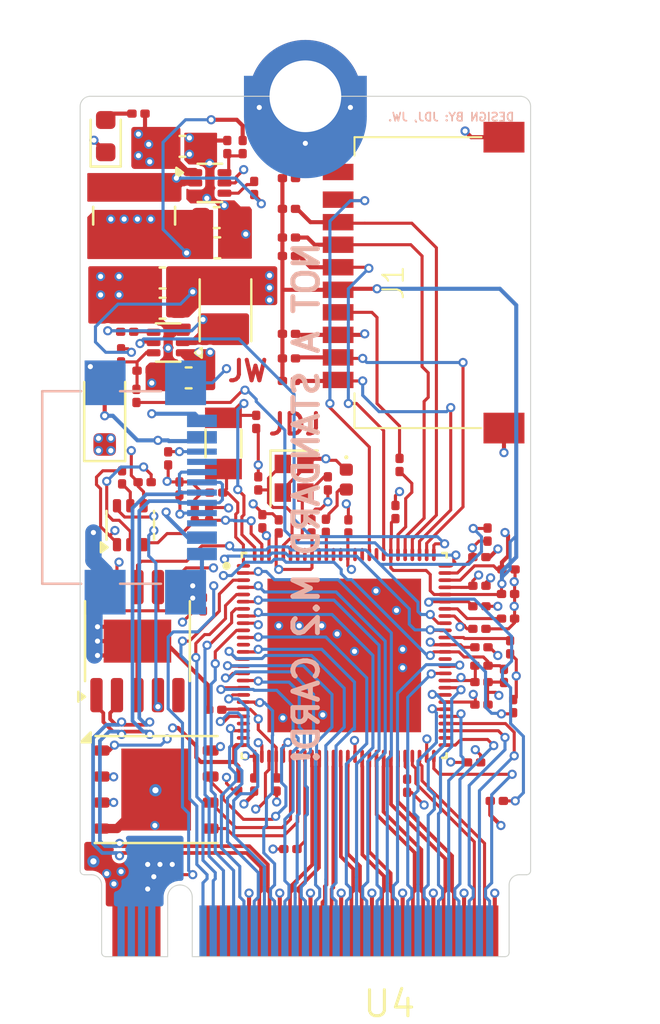
<source format=kicad_pcb>
(kicad_pcb (version 20241229) (generator "pcbnew") (generator_version "9.0")
  (layers (0 "F.Cu" signal) (4 "In1.Cu" signal) (6 "In2.Cu" signal) (2 "B.Cu" signal) (13 "F.Paste" user) (15 "B.Paste" user) (5 "F.SilkS" user "F.Silkscreen") (7 "B.SilkS" user "B.Silkscreen") (1 "F.Mask" user) (3 "B.Mask" user) (25 "Edge.Cuts" user))
  (net 0 "")
  (net 1 "/3.3V")
  (net 2 "/EN_ESP")
  (net 3 "/1.2V")
  (net 4 "/GPIO35")
  (net 5 "Net-(U2A-GPIO1)")
  (net 6 "/VFLASH")
  (net 7 "/VPSRAM")
  (net 8 "/VMIPI")
  (net 9 "/V{slash}SDMMC")
  (net 10 "Net-(U2A-GPIO0)")
  (net 11 "/RTC")
  (net 12 "GND")
  (net 13 "Net-(U2A-XTAL_P)")
  (net 14 "Net-(U2A-XTAL_N)")
  (net 15 "Net-(IC2-SW)")
  (net 16 "Net-(IC2-BST)")
  (net 17 "/USB5V")
  (net 18 "Net-(IC4-BST)")
  (net 19 "Net-(IC4-SW)")
  (net 20 "/USBJTAG_D+")
  (net 21 "/USB2HS_D+")
  (net 22 "/USBJTAG_D-")
  (net 23 "/USB2HS_D-")
  (net 24 "/FLASH_CS")
  (net 25 "/FLASH_D")
  (net 26 "/FLASH_Q")
  (net 27 "/FLASH_HOLD")
  (net 28 "/FLASH_CK")
  (net 29 "/FLASH_WP")
  (net 30 "/FB2")
  (net 31 "/EN_DCDC")
  (net 32 "/FB")
  (net 33 "Net-(D3-A)")
  (net 34 "/DTR")
  (net 35 "/RTS")
  (net 36 "/GPIO37")
  (net 37 "/GPIO38")
  (net 38 "Net-(U2A-GPIO36)")
  (net 39 "/SD_DATA0")
  (net 40 "Net-(J1-DET_A)")
  (net 41 "Net-(J1-CLK)")
  (net 42 "/SD_DATA3")
  (net 43 "/SD_DET")
  (net 46 "/SD_CLK")
  (net 47 "/SD_CMD")
  (net 48 "/REST_N")
  (net 49 "/DSI_DATAN1")
  (net 50 "/GPIO22")
  (net 51 "/I2S_LRCK")
  (net 52 "/GPIO19")
  (net 53 "/GPIO20")
  (net 54 "/CSI_DATAP1")
  (net 55 "/GPIO2")
  (net 56 "/GPIO12")
  (net 57 "/DSI_CLKN")
  (net 58 "/GPIO9")
  (net 59 "/GPIO4")
  (net 60 "/CSI_REXT")
  (net 61 "/GPIO16")
  (net 62 "/GPIO8")
  (net 63 "/GPIO11")
  (net 64 "/I2S_DATA")
  (net 65 "/CSI_DATAN0")
  (net 66 "/GPIO3")
  (net 67 "/DSI_DATAP0")
  (net 68 "/GPIO6")
  (net 69 "/GPIO7")
  (net 70 "/GPIO14")
  (net 71 "/DSI_DATAP1")
  (net 72 "/DSI_REXT")
  (net 73 "/DSI_CLKP")
  (net 74 "/GPIO13")
  (net 75 "/GPIO5")
  (net 76 "/GPIO15")
  (net 77 "/GPIO18")
  (net 78 "/CSI_DATAN1")
  (net 79 "/I2S_MCLK")
  (net 80 "/GPIO17")
  (net 81 "/DSI_DATAN0")
  (net 82 "/CSI_CLKN")
  (net 83 "/GPIO10")
  (net 84 "/CSI_DATAP0")
  (net 85 "/I2S_SCLK")
  (net 86 "/CSI_CLKP")
  (net 88 "/GPIO21")
  (net 90 "Net-(U2A-GPIO51)")
  (net 95 "Net-(D2-A)")
  (net 97 "Net-(J2-CC1)")
  (net 99 "Net-(J2-CC2)")
  (net 100 "Net-(Q2B-B2)")
  (net 101 "Net-(Q2A-B1)")
  (net 102 "/SD2_DATA1")
  (net 103 "/SD2_DATA2")
  (net 104 "/SD2_CLK")
  (net 105 "/SD2_CMD")
  (net 106 "/SD2_DATA0")
  (net 107 "/SD2_DATA3")
  (net 108 "Net-(U2A-FB_DCDC)")
  (net 109 "Net-(D1-A)")
  (net 115 "/SD_DATA1")
  (net 116 "/SD_DATA2")
  (footprint "Resistor_SMD:R_0201_0603Metric" (layer "F.Cu") (at 153.1 102 90)
    (property "Reference" "R18" (hide yes))
    (property "Value" "47R")
  )
  (footprint "Capacitor_SMD:C_0201_0603Metric" (layer "F.Cu") (at 147.1 117.6 90)
    (property "Reference" "C3" (hide yes))
    (property "Value" "100nF")
  )
  (footprint "Resistor_SMD:R_0201_0603Metric" (layer "F.Cu") (at 158.65 113.775 -90)
    (property "Reference" "R6" (hide yes))
    (property "Value" "10k")
  )
  (footprint "Resistor_SMD:R_0201_0603Metric" (layer "F.Cu") (at 147.7 96.8)
    (property "Reference" "R10" (hide yes))
    (property "Value" "51K")
  )
  (footprint "Capacitor_SMD:C_0603_1608Metric" (layer "F.Cu") (at 141.525 94.35 180)
    (property "Reference" "C33" (hide yes))
    (property "Value" "22uF")
  )
  (footprint "Resistor_SMD:R_0201_0603Metric" (layer "F.Cu") (at 140.6 97.4 180)
    (property "Reference" "R26" (hide yes))
    (property "Value" "10k")
  )
  (footprint "WHY:uSD_CARD" (layer "F.Cu") (at 153.3 93.1 90)
    (property "Reference" "J1")
    (property "Value" "Micro_SD_Card_Det2")
  )
  (footprint "Capacitor_SMD:C_0201_0603Metric" (layer "F.Cu") (at 158.2 112.3 90)
    (property "Reference" "C11" (hide yes))
    (property "Value" "100nF")
  )
  (footprint "Resistor_SMD:R_0201_0603Metric" (layer "F.Cu") (at 157.4 105.4 90)
    (property "Reference" "R7" (hide yes))
    (property "Value" "10k")
  )
  (footprint "Capacitor_SMD:C_0201_0603Metric" (layer "F.Cu") (at 146.2 102.9 90)
    (property "Reference" "C28" (hide yes))
    (property "Value" "22pF")
  )
  (footprint "Resistor_SMD:R_0201_0603Metric" (layer "F.Cu") (at 145.4381 86.4836 90)
    (property "Reference" "R22" (hide yes))
    (property "Value" "31k")
  )
  (footprint "P4_M.2_B+M-key:IC_ESP32-P4NRW16" (layer "F.Cu") (at 150.4 111.3)
    (property "Reference" "U2" (hide yes))
    (property "Value" "ESP32-P4NRW16" (hide yes))
  )
  (footprint "Resistor_SMD:R_0201_0603Metric" (layer "F.Cu") (at 144.6881 86.4836 -90)
    (property "Reference" "R24" (hide yes))
    (property "Value" "10k")
  )
  (footprint "Resistor_SMD:R_0201_0603Metric" (layer "F.Cu") (at 139.5 96.65 90)
    (property "Reference" "R25" (hide yes))
    (property "Value" "4.9K")
  )
  (footprint "Capacitor_SMD:C_0201_0603Metric" (layer "F.Cu") (at 158.4 109.5 180)
    (property "Reference" "C16" (hide yes))
    (property "Value" "100nF")
  )
  (footprint "Capacitor_SMD:C_0201_0603Metric" (layer "F.Cu") (at 145.225 117.6 90)
    (property "Reference" "C7" (hide yes))
    (property "Value" "100nF")
  )
  (footprint "Resistor_SMD:R_0201_0603Metric" (layer "F.Cu") (at 153.47 117.66 -90)
    (property "Reference" "R28" (hide yes))
    (property "Value" "4.02k")
  )
  (footprint "Capacitor_SMD:C_0201_0603Metric" (layer "F.Cu") (at 157 110 180)
    (property "Reference" "C15" (hide yes))
    (property "Value" "100nF")
  )
  (footprint "Capacitor_SMD:C_0201_0603Metric" (layer "F.Cu") (at 148.8 105 -90)
    (property "Reference" "C25" (hide yes))
    (property "Value" "100nF")
  )
  (footprint "Resistor_SMD:R_0201_0603Metric" (layer "F.Cu") (at 147.7 88)
    (property "Reference" "R14" (hide yes))
    (property "Value" "51K")
  )
  (footprint "Capacitor_SMD:C_0201_0603Metric" (layer "F.Cu") (at 144.1 113.95)
    (property "Reference" "C9" (hide yes))
    (property "Value" "100nF")
  )
  (footprint "Resistor_SMD:R_0201_0603Metric" (layer "F.Cu") (at 157.1 111.8)
    (property "Reference" "R5" (hide yes))
    (property "Value" "4.7k")
  )
  (footprint "Package_TO_SOT_SMD:SOT-563" (layer "F.Cu") (at 141.8 96.025 180)
    (property "Reference" "IC2" (hide yes))
    (property "Value" "TPS563202DRLR")
  )
  (footprint "P4_M.2_B+M-key:M.2-M-KEY" (layer "F.Cu") (at 148.5011 126.0036)
    (property "Reference" "U4")
    (property "Value" "~")
    (fp_line (start -11 -41.5) (end -11 -4.2) (stroke (width 0.05)) (layer "Edge.Cuts"))
    (fp_line (start -10.8 -4) (end -10.45 -4) (stroke (width 0.05)) (layer "Edge.Cuts"))
    (fp_line (start -9.95 -3.5) (end -9.95 -0.2) (stroke (width 0.05)) (layer "Edge.Cuts"))
    (fp_line (start -6.725 -2.9) (end -6.725 0) (stroke (width 0.05)) (layer "Edge.Cuts"))
    (fp_line (start -6.725 0) (end -9.75 0) (stroke (width 0.05)) (layer "Edge.Cuts"))
    (fp_line (start -5.525 -2.9) (end -5.525 0) (stroke (width 0.05)) (layer "Edge.Cuts"))
    (fp_line (start -5.525 0) (end 6.2 0) (stroke (width 0.05)) (layer "Edge.Cuts"))
    (fp_line (start 6.2 0) (end 9.75 0) (stroke (width 0.05)) (layer "Edge.Cuts"))
    (fp_line (start 9.95 -0.2) (end 9.95 -3.5) (stroke (width 0.05)) (layer "Edge.Cuts"))
    (fp_line (start 10.45 -4) (end 10.8 -4) (stroke (width 0.05)) (layer "Edge.Cuts"))
    (fp_line (start 10.5 -42) (end -10.5 -42) (stroke (width 0.05)) (layer "Edge.Cuts"))
    (fp_line (start 11 -4.2) (end 11 -41.5) (stroke (width 0.05)) (layer "Edge.Cuts"))
    (fp_arc (start -11 -41.5) (mid -10.853553 -41.853553) (end -10.5 -42) (stroke (width 0.05)) (layer "Edge.Cuts"))
    (fp_arc (start -10.8 -4) (mid -10.941421 -4.058579) (end -11 -4.2) (stroke (width 0.05)) (layer "Edge.Cuts"))
    (fp_arc (start -10.45 -4) (mid -10.096447 -3.853553) (end -9.95 -3.5) (stroke (width 0.05)) (layer "Edge.Cuts"))
    (fp_arc (start -9.75 0) (mid -9.891421 -0.058579) (end -9.95 -0.2) (stroke (width 0.05)) (layer "Edge.Cuts"))
    (fp_arc (start -6.725 -2.9) (mid -6.549264 -3.324264) (end -6.125 -3.5) (stroke (width 0.05)) (layer "Edge.Cuts"))
    (fp_arc (start -6.125 -3.5) (mid -5.700736 -3.324264) (end -5.525 -2.9) (stroke (width 0.05)) (layer "Edge.Cuts"))
    (fp_arc (start 9.95 -3.5) (mid 10.096447 -3.853553) (end 10.45 -4) (stroke (width 0.05)) (layer "Edge.Cuts"))
    (fp_arc (start 9.95 -0.2) (mid 9.891421 -0.058579) (end 9.75 0) (stroke (width 0.05)) (layer "Edge.Cuts"))
    (fp_arc (start 10.5 -42) (mid 10.853553 -41.853553) (end 11 -41.5) (stroke (width 0.05)) (layer "Edge.Cuts"))
    (fp_arc (start 11 -4.2) (mid 10.941421 -4.058579) (end 10.8 -4) (stroke (width 0.05)) (layer "Edge.Cuts"))
  )
  (footprint "Capacitor_SMD:C_0201_0603Metric" (layer "F.Cu") (at 157.85 118.4)
    (property "Reference" "C4" (hide yes))
    (property "Value" "100nF")
  )
  (footprint "Capacitor_SMD:C_0201_0603Metric" (layer "F.Cu") (at 150.6 105 -90)
    (property "Reference" "C26" (hide yes))
    (property "Value" "100nF")
  )
  (footprint "Resistor_SMD:R_0201_0603Metric" (layer "F.Cu") (at 147.7 89.5)
    (property "Reference" "R12" (hide yes))
    (property "Value" "51K")
  )
  (footprint "Capacitor_SMD:C_0201_0603Metric" (layer "F.Cu") (at 144.15 103.35)
    (property "Reference" "C13" (hide yes))
    (property "Value" "22pF")
  )
  (footprint "Capacitor_SMD:C_0201_0603Metric" (layer "F.Cu") (at 139.8 95.5)
    (property "Reference" "C32" (hide yes))
    (property "Value" "100nF")
  )
  (footprint "Capacitor_SMD:C_0201_0603Metric" (layer "F.Cu") (at 157.1 110.9 180)
    (property "Reference" "C14" (hide yes))
    (property "Value" "100nF")
  )
  (footprint "Resistor_SMD:R_0201_0603Metric" (layer "F.Cu") (at 139.55 102.605 -90)
    (property "Reference" "R31" (hide yes))
    (property "Value" "10k")
  )
  (footprint "Resistor_SMD:R_0201_0603Metric" (layer "F.Cu") (at 140.65 102.8425)
    (property "Reference" "R30" (hide yes))
    (property "Value" "10k")
  )
  (footprint "Inductor_SMD:L_Changjiang_FNR252010S" (layer "F.Cu") (at 144.6 94.45 -90)
    (property "Reference" "L2" (hide yes))
    (property "Value" "FTC252012S1R5MBCA")
  )
  (footprint "LED_SMD:LED_0603_1608Metric" (layer "F.Cu") (at 138.75 85.95 90)
    (property "Reference" "D3" (hide yes))
    (property "Value" "RED")
  )
  (footprint "Resistor_SMD:R_0201_0603Metric" (layer "F.Cu") (at 146 117.6 -90)
    (property "Reference" "R3" (hide yes))
    (property "Value" "10k")
  )
  (footprint "Resistor_SMD:R_0201_0603Metric" (layer "F.Cu") (at 140.25 98.63 -90)
    (property "Reference" "R23" (hide yes))
    (property "Value" "0")
  )
  (footprint "Capacitor_SMD:C_0201_0603Metric" (layer "F.Cu") (at 138.15 106.1 -90)
    (property "Reference" "C2" (hide yes))
    (property "Value" "100nF")
  )
  (footprint "Resistor_SMD:R_0201_0603Metric" (layer "F.Cu") (at 141.8 101.68 -90)
    (property "Reference" "R2" (hide yes))
    (property "Value" "5.1k")
  )
  (footprint "Capacitor_SMD:C_0603_1608Metric" (layer "F.Cu") (at 142.8 97.75 180)
    (property "Reference" "C37" (hide yes))
    (property "Value" "10uF")
  )
  (footprint "Crystal:Crystal_SMD_3215-2Pin_3.2x1.5mm" (layer "F.Cu") (at 144.5 100.95 -90)
    (property "Reference" "Y1" (hide yes))
    (property "Value" "32KHz")
  )
  (footprint "Capacitor_SMD:C_0603_1608Metric" (layer "F.Cu") (at 144.2 91.4)
    (property "Reference" "C46" (hide yes))
    (property "Value" "22uF")
  )
  (footprint "Resistor_SMD:R_0201_0603Metric" (layer "F.Cu") (at 147.7 90.9)
    (property "Reference" "R13" (hide yes))
    (property "Value" "51K")
  )
  (footprint "Capacitor_SMD:C_0201_0603Metric" (layer "F.Cu") (at 149.6 102.9 -90)
    (property "Reference" "C29" (hide yes))
    (property "Value" "22pF")
  )
  (footprint "Capacitor_SMD:C_0201_0603Metric" (layer "F.Cu") (at 146.1 99.9 90)
    (property "Reference" "C21" (hide yes))
    (property "Value" "22pF")
  )
  (footprint "Resistor_SMD:R_0201_0603Metric" (layer "F.Cu") (at 142.35 103.15 90)
    (property "Reference" "R1" (hide yes))
    (property "Value" "5.1k")
  )
  (footprint "Capacitor_SMD:C_0603_1608Metric" (layer "F.Cu") (at 141.525 92.875 180)
    (property "Reference" "C34" (hide yes))
    (property "Value" "22uF")
  )
  (footprint "Capacitor_SMD:C_0201_0603Metric" (layer "F.Cu") (at 146.4 104.75 -90)
    (property "Reference" "C23" (hide yes))
    (property "Value" "100nF")
  )
  (footprint "P4_M.2_B+M-key:IND_VLS4012HBX-3R3M-N" (layer "F.Cu") (at 140.1381 89.8336 90)
    (property "Reference" "L1" (hide yes))
    (property "Value" "VLS4012HBX-3R3M-N")
  )
  (footprint "Capacitor_SMD:C_0201_0603Metric" (layer "F.Cu") (at 143.5 108.8 -90)
    (property "Reference" "C50" (hide yes))
    (property "Value" "100nF")
  )
  (footprint "Package_SON:WSON-8-1EP_6x5mm_P1.27mm_EP3.4x4mm" (layer "F.Cu") (at 141.2125 117.845)
    (property "Reference" "IC1" (hide yes))
    (property "Value" "XT25F128FWOIGT-W")
  )
  (footprint "Capacitor_SMD:C_0201_0603Metric" (layer "F.Cu") (at 156.74 116.52 180)
    (property "Reference" "C5" (hide yes))
    (property "Value" "100nF")
  )
  (footprint "Capacitor_SMD:C_0201_0603Metric" (layer "F.Cu") (at 157.1 113.7 180)
    (property "Reference" "C10" (hide yes))
    (property "Value" "100nF")
  )
  (footprint "Capacitor_SMD:C_0201_0603Metric" (layer "F.Cu") (at 157 108.9 180)
    (property "Reference" "C17" (hide yes))
    (property "Value" "100nF")
  )
  (footprint "Crystal:Crystal_SMD_2016-4Pin_2.0x1.6mm" (layer "F.Cu") (at 147.95 102.65 -90)
    (property "Reference" "Y2" (hide yes))
    (property "Value" "40MHz")
  )
  (footprint "Package_TO_SOT_SMD:SOT-563" (layer "F.Cu") (at 143.8381 88.2336)
    (property "Reference" "IC4" (hide yes))
    (property "Value" "TPS563202DRLR")
  )
  (footprint "Capacitor_SMD:C_0201_0603Metric" (layer "F.Cu") (at 157 107.9 180)
    (property "Reference" "C19" (hide yes))
    (property "Value" "100nF")
  )
  (footprint "Capacitor_SMD:C_0603_1608Metric" (layer "F.Cu") (at 142.5 86.45)
    (property "Reference" "C49" (hide yes))
    (property "Value" "10uF")
  )
  (footprint "Capacitor_SMD:C_0201_0603Metric" (layer "F.Cu") (at 157.1 112.6 180)
    (property "Reference" "C12" (hide yes))
    (property "Value" "100nF")
  )
  (footprint "Capacitor_SMD:C_0201_0603Metric" (layer "F.Cu") (at 152.9 104.3 -90)
    (property "Reference" "C27" (hide yes))
    (property "Value" "100nF")
  )
  (footprint "Resistor_SMD:R_0201_0603Metric" (layer "F.Cu") (at 149.5 104.97 90)
    (property "Reference" "R27" (hide yes))
    (property "Value" "150R")
  )
  (footprint "Capacitor_SMD:C_0201_0603Metric" (layer "F.Cu") (at 157 106.5 180)
    (property "Reference" "C22" (hide yes))
    (property "Value" "100nF")
  )
  (footprint "Package_TO_SOT_SMD:SOT-363_SC-70-6" (layer "F.Cu") (at 139.95 104.9425 90)
    (property "Reference" "Q2" (hide yes))
    (property "Value" "MMDT2222A")
  )
  (footprint "Resistor_SMD:R_0201_0603Metric" (layer "F.Cu") (at 140.35 84.85)
    (property "Reference" "R9" (hide yes))
    (property "Value" "220R")
  )
  (footprint "Capacitor_SMD:C_0201_0603Metric" (layer "F.Cu") (at 158.4 108.3 180)
    (property "Reference" "C18" (hide yes))
    (property "Value" "100nF")
  )
  (footprint "Capacitor_SMD:C_0201_0603Metric" (layer "F.Cu") (at 147.7 95.6)
    (property "Reference" "C38" (hide yes))
    (property "Value" "100nF")
  )
  (footprint "Resistor_SMD:R_0201_0603Metric" (layer "F.Cu") (at 147.7 91.8)
    (property "Reference" "R19" (hide yes))
    (property "Value" "100K")
  )
  (footprint "Resistor_SMD:R_0201_0603Metric" (layer "F.Cu") (at 158.5 110.9 -90)
    (property "Reference" "R8" (hide yes))
    (property "Value" "10k")
  )
  (footprint "Resistor_SMD:R_0201_0603Metric" (layer "F.Cu") (at 147.7 97.9)
    (property "Reference" "R11" (hide yes))
    (property "Value" "51K")
  )
  (footprint "Resistor_SMD:R_0201_0603Metric" (layer "F.Cu") (at 143.8 104.4 -90)
    (property "Reference" "R4" (hide yes))
    (property "Value" "10k")
  )
  (footprint "Capacitor_SMD:C_0201_0603Metric" (layer "F.Cu") (at 147.2 105 -90)
    (property "Reference" "C24" (hide yes))
    (property "Value" "100nF")
  )
  (footprint "Resistor_SMD:R_0201_0603Metric" (layer "F.Cu") (at 147.77 120.75 180)
    (property "Reference" "R29" (hide yes))
    (property "Value" "4.02k")
  )
  (footprint "Diode_SMD:D_SOD-123F" (layer "F.Cu") (at 138.7 99.6 90)
    (property "Reference" "D2" (hide yes))
    (property "Value" "K24")
  )
  (footprint "Package_SO:SSOP-10-1EP_3.9x4.9mm_P1mm_EP2.1x3.3mm" (layer "F.Cu") (at 140.3 110.6 90)
    (property "Reference" "U5" (hide yes))
    (property "Value" "CH340K")
  )
  (footprint "LED_SMD:LED_0402_1005Metric" (layer "F.Cu") (at 150.5 102.715 -90)
    (property "Reference" "D1" (hide yes))
    (property "Value" "LED")
  )
  (footprint "Capacitor_SMD:C_0201_0603Metric" (layer "F.Cu") (at 158.42 107.1 180)
    (property "Reference" "C20" (hide yes))
    (property "Value" "100nF")
  )
  (footprint "Capacitor_SMD:C_0603_1608Metric" (layer "F.Cu") (at 144.175 89.925)
    (property "Reference" "C47" (hide yes))
    (property "Value" "22uF")
  )
  (footprint "Capacitor_SMD:C_0201_0603Metric" (layer "F.Cu") (at 146 88.48 90)
    (property "Reference" "C48" (hide yes))
    (property "Value" "100nF")
  )
  (footprint "Capacitor_SMD:C_0201_0603Metric" (layer "F.Cu") (at 143.1 104.4 -90)
    (property "Reference" "C6" (hide yes))
    (property "Value" "100nF")
  )
  (footprint "WHY:USB_C_Receptacle_HRO_TYPE-C-31-M-22" (layer "B.Cu") (at 139.55 103.1 90)
    (property "Reference" "J2" (hide yes))
    (property "Value" "USB_C_Receptacle_USB2.0_16P")
  )
  (gr_text "JW" (at 144.6 98 0) (layer "F.Cu") (effects (font (size 1 1) (thickness 0.2)) (justify left bottom)))
  (gr_text "JDJ" (at 146.6 100.6 0) (layer "F.Cu") (effects (font (size 1 1) (thickness 0.2)) (justify left bottom)))
  (gr_text "NOT A STANDARD M.2 CARD!" (at 149.25 91 90) (layer "B.SilkS") (effects (font (size 1.2 1.2) (thickness 0.24) (bold yes)) (justify left bottom mirror)))
  (gr_text "DESIGN BY: JDJ, JW." (at 158.75 85.25 0) (layer "B.SilkS") (effects (font (size 0.4 0.4) (thickness 0.08) (bold yes)) (justify left bottom mirror)))
  (segment (start 156.68 106.08) (end 156.65 106.05) (width 0.15) (layer "F.Cu") (net 1))
  (segment (start 155.325 110.775) (end 154.625 110.775) (width 0.15) (layer "F.Cu") (net 1))
  (segment (start 157.4 105.72) (end 156.98 105.72) (width 0.15) (layer "F.Cu") (net 1))
  (segment (start 145.475 113.925) (end 144.445 113.925) (width 0.15) (layer "F.Cu") (net 1))
  (segment (start 158.8 111.5) (end 158.8 112.3) (width 0.15) (layer "F.Cu") (net 1))
  (segment (start 154.724997 110.775) (end 154.6 110.650003) (width 0.15) (layer "F.Cu") (net 1))
  (segment (start 145.809386 113.925) (end 146.2 114.315614) (width 0.15) (layer "F.Cu") (net 1))
  (segment (start 155.325 107.975) (end 156.1 107.975) (width 0.15) (layer "F.Cu") (net 1))
  (segment (start 138.3 107.9625) (end 138.3 106.57) (width 0.15) (layer "F.Cu") (net 1))
  (segment (start 154.425 115.388602) (end 154.436801 115.376801) (width 0.15) (layer "F.Cu") (net 1))
  (segment (start 143.5 109.12) (end 141.32 109.12) (width 0.15) (layer "F.Cu") (net 1))
  (segment (start 154.425 116.225) (end 154.425 115.388602) (width 0.15) (layer "F.Cu") (net 1))
  (segment (start 145.475 113.925) (end 145.809386 113.925) (width 0.15) (layer "F.Cu") (net 1))
  (segment (start 148.825 106.375) (end 148.825 107.025) (width 0.15) (layer "F.Cu") (net 1))
  (segment (start 147.075 116.225) (end 147.075 117.255) (width 0.15) (layer "F.Cu") (net 1))
  (segment (start 148.825 105.345) (end 148.8 105.32) (width 0.15) (layer "F.Cu") (net 1))
  (segment (start 141.3 109.1) (end 141.3 107.9625) (width 0.15) (layer "F.Cu") (net 1))
  (segment (start 138.3 108.9) (end 138.3 107.9625) (width 0.15) (layer "F.Cu") (net 1))
  (segment (start 156.675 113.575) (end 156.8 113.7) (width 0.15) (layer "F.Cu") (net 1))
  (segment (start 155.325 113.575) (end 156.675 113.575) (width 0.15) (layer "F.Cu") (net 1))
  (segment (start 145.15 85.15) (end 143.9 85.15) (width 0.2) (layer "F.Cu") (net 1))
  (segment (start 147.075 106.975) (end 147.2 107.1) (width 0.15) (layer "F.Cu") (net 1))
  (segment (start 147.075 106.375) (end 147.075 106.975) (width 0.15) (layer "F.Cu") (net 1))
  (segment (start 156.8 111.8) (end 156.8 112.6) (width 0.15) (layer "F.Cu") (net 1))
  (segment (start 156.68 106.5) (end 156.68 106.08) (width 0.15) (layer "F.Cu") (net 1))
  (segment (start 156.961297 107.376) (end 156.68 107.657297) (width 0.15) (layer "F.Cu") (net 1))
  (segment (start 158.8 112.3) (end 158.8 113.355) (width 0.15) (layer "F.Cu") (net 1))
  (segment (start 156.1 107.975) (end 156.605 107.975) (width 0.15) (layer "F.Cu") (net 1))
  (segment (start 156.68 107.657297) (end 156.68 107.9) (width 0.15) (layer "F.Cu") (net 1))
  (segment (start 138.52 109.12) (end 138.3 108.9) (width 0.15) (layer "F.Cu") (net 1))
  (segment (start 156.2 110.9) (end 156.78 110.9) (width 0.15) (layer "F.Cu") (net 1))
  (segment (start 155.949997 112.525) (end 156.1 112.374997) (width 0.15) (layer "F.Cu") (net 1))
  (segment (start 146.2 114.4) (end 146.2 114.919993) (width 0.15) (layer "F.Cu") (net 1))
  (segment (start 146.125 109.725) (end 146.2 109.8) (width 0.15) (layer "F.Cu") (net 1))
  (segment (start 141.32 109.12) (end 141.3 109.1) (width 0.15) (layer "F.Cu") (net 1))
  (segment (start 141.32 109.12) (end 138.52 109.12) (width 0.15) (layer "F.Cu") (net 1))
  (segment (start 156.8 113.7) (end 156.8 113.3) (width 0.15) (layer "F.Cu") (net 1))
  (segment (start 155.325 112.525) (end 156.725 112.525) (width 0.15) (layer "F.Cu") (net 1))
  (segment (start 158.8 112.3) (end 158.8 113.305) (width 0.15) (layer "F.Cu") (net 1))
  (segment (start 156.725 112.525) (end 156.8 112.6) (width 0.15) (layer "F.Cu") (net 1))
  (segment (start 155.325 110.775) (end 154.724997 110.775) (width 0.15) (layer "F.Cu") (net 1))
  (segment (start 138.3 106.57) (end 138.15 106.42) (width 0.15) (layer "F.Cu") (net 1))
  (segment (start 155.325 107.275) (end 155.925 107.275) (width 0.15) (layer "F.Cu") (net 1))
  (segment (start 143.055002 109.12) (end 142.5 109.675002) (width 0.15) (layer "F.Cu") (net 1))
  (segment (start 155.62 116.52) (end 155.6 116.5) (width 0.15) (layer "F.Cu") (net 1))
  (segment (start 155.325 110.775) (end 156.075 110.775) (width 0.15) (layer "F.Cu") (net 1))
  (segment (start 143.8 104.08) (end 144.73 104.08) (width 0.15) (layer "F.Cu") (net 1))
  (segment (start 145.475 109.725) (end 146.125 109.725) (width 0.15) (layer "F.Cu") (net 1))
  (segment (start 156.8 113.3) (end 156.7 113.2) (width 0.15) (layer "F.Cu") (net 1))
  (segment (start 156.98 105.72) (end 156.65 106.05) (width 0.15) (layer "F.Cu") (net 1))
  (segment (start 144.445 113.925) (end 144.42 113.95) (width 0.15) (layer "F.Cu") (net 1))
  (segment (start 145.15 85.15) (end 145.4381 85.4381) (width 0.2) (layer "F.Cu") (net 1))
  (segment (start 143.5 109.12) (end 143.055002 109.12) (width 0.15) (layer "F.Cu") (net 1))
  (segment (start 148.75 107.1) (end 147.2 107.1) (width 0.15) (layer "F.Cu") (net 1))
  (segment (start 144.73 104.08) (end 144.75 104.1) (width 0.15) (layer "F.Cu") (net 1))
  (segment (start 147.075 105.445) (end 147.2 105.32) (width 0.15) (layer "F.Cu") (net 1))
  (segment (start 146.2 114.919993) (end 147.075 115.794993) (width 0.15) (layer "F.Cu") (net 1))
  (segment (start 156.68 106.52) (end 156.68 106.5) (width 0.15) (layer "F.Cu") (net 1))
  (segment (start 148.825 106.375) (end 148.825 105.345) (width 0.15) (layer "F.Cu") (net 1))
  (segment (start 146.2 114.315614) (end 146.2 114.4) (width 0.15) (layer "F.Cu") (net 1))
  (segment (start 147.075 106.375) (end 147.075 105.445) (width 0.15) (layer "F.Cu") (net 1))
  (segment (start 158.5 111.2) (end 158.8 111.5) (width 0.15) (layer "F.Cu") (net 1))
  (segment (start 158.8 113.305) (end 158.65 113.455) (width 0.15) (layer "F.Cu") (net 1))
  (segment (start 145.4381 86.1636) (end 145.4381 85.4381) (width 0.2) (layer "F.Cu") (net 1))
  (segment (start 156.42 116.52) (end 155.62 116.52) (width 0.15) (layer "F.Cu") (net 1))
  (segment (start 147.075 115.794993) (end 147.075 116.225) (width 0.15) (layer "F.Cu") (net 1))
  (segment (start 156.1 107.975) (end 156.405 107.975) (width 0.15) (layer "F.Cu") (net 1))
  (segment (start 156.075 110.775) (end 156.2 110.9) (width 0.15) (layer "F.Cu") (net 1))
  (segment (start 147.075 117.255) (end 147.1 117.28) (width 0.15) (layer "F.Cu") (net 1))
  (segment (start 155.325 112.525) (end 155.949997 112.525) (width 0.15) (layer "F.Cu") (net 1))
  (segment (start 155.925 107.275) (end 156.68 106.52) (width 0.15) (layer "F.Cu") (net 1))
  (segment (start 148.825 107.025) (end 148.75 107.1) (width 0.15) (layer "F.Cu") (net 1))
  (via (at 156.7 113.2) (size 0.45) (drill 0.25) (layers "F.Cu" "B.Cu") (net 1))
  (via (at 146.2 114.4) (size 0.45) (drill 0.25) (layers "F.Cu" "B.Cu") (net 1))
  (via (at 154.436801 115.376801) (size 0.45) (drill 0.25) (layers "F.Cu" "B.Cu") (net 1))
  (via (at 147.2 107.1) (size 0.45) (drill 0.25) (layers "F.Cu" "B.Cu") (net 1))
  (via (at 155.6 116.5) (size 0.45) (drill 0.25) (layers "F.Cu" "B.Cu") (net 1))
  (via (at 154.6 110.650003) (size 0.45) (drill 0.25) (layers "F.Cu" "B.Cu") (net 1))
  (via (at 142 121.5) (size 0.45) (drill 0.25) (layers "F.Cu" "B.Cu") (net 1))
  (via (at 156.65 106.05) (size 0.45) (drill 0.25) (layers "F.Cu" "B.Cu") (net 1))
  (via (at 140.95 90) (size 0.45) (drill 0.25) (layers "F.Cu" "B.Cu") (net 1))
  (via (at 156.1 112.374997) (size 0.45) (drill 0.25) (layers "F.Cu" "B.Cu") (net 1))
  (via (at 146.2 109.8) (size 0.45) (drill 0.25) (layers "F.Cu" "B.Cu") (net 1))
  (via (at 144.75 104.1) (size 0.45) (drill 0.25) (layers "F.Cu" "B.Cu") (net 1))
  (via (at 143.9 85.15) (size 0.45) (drill 0.25) (layers "F.Cu" "B.Cu") (net 1))
  (via (at 139.65 90) (size 0.45) (drill 0.25) (layers "F.Cu" "B.Cu") (net 1))
  (via (at 141.4 121.5) (size 0.45) (drill 0.25) (layers "F.Cu" "B.Cu") (net 1))
  (via (at 140.3 90) (size 0.45) (drill 0.25) (layers "F.Cu" "B.Cu") (net 1))
  (via (at 156.961297 107.376) (size 0.45) (drill 0.25) (layers "F.Cu" "B.Cu") (net 1))
  (via (at 142.5 109.675002) (size 0.45) (drill 0.25) (layers "F.Cu" "B.Cu") (net 1))
  (via (at 140.8 122.7) (size 0.45) (drill 0.25) (layers "F.Cu" "B.Cu") (net 1))
  (via (at 158.8 112.3) (size 0.45) (drill 0.25) (layers "F.Cu" "B.Cu") (net 1))
  (via (at 142.7 91.65) (size 0.45) (drill 0.25) (layers "F.Cu" "B.Cu") (net 1))
  (via (at 141.1 122.1) (size 0.45) (drill 0.25) (layers "F.Cu" "B.Cu") (net 1))
  (via (at 140.8 121.5) (size 0.45) (drill 0.25) (layers "F.Cu" "B.Cu") (net 1))
  (via (at 139 90) (size 0.45) (drill 0.25) (layers "F.Cu" "B.Cu") (net 1))
  (segment (start 142.65 85.15) (end 143.9 85.15) (width 0.15) (layer "B.Cu") (net 1))
  (segment (start 142.7 91.65) (end 141.55 90.5) (width 0.15) (layer "B.Cu") (net 1))
  (segment (start 141.55 90.5) (end 141.55 86.25) (width 0.15) (layer "B.Cu") (net 1))
  (segment (start 141.55 86.25) (end 142.65 85.15) (width 0.15) (layer "B.Cu") (net 1))
  (segment (start 140.6 105.8925) (end 140.6935 105.799) (width 0.15) (layer "F.Cu") (net 2))
  (segment (start 141.3 105.799) (end 141.7495 105.3495) (width 0.15) (layer "F.Cu") (net 2))
  (segment (start 143.82 104.7) (end 143.8 104.72) (width 0.15) (layer "F.Cu") (net 2))
  (segment (start 146.375 106.375) (end 146.375 106) (width 0.15) (layer "F.Cu") (net 2))
  (segment (start 144.6 104.7) (end 143.82 104.7) (width 0.15) (layer "F.Cu") (net 2))
  (segment (start 143.8 104.72) (end 143.1 104.72) (width 0.15) (layer "F.Cu") (net 2))
  (segment (start 145.851693 105.351693) (end 145.851693 104.727563) (width 0.15) (layer "F.Cu") (net 2))
  (segment (start 146.375 106) (end 146.375 105.875) (width 0.15) (layer "F.Cu") (net 2))
  (segment (start 146.375 105.875) (end 145.851693 105.351693) (width 0.15) (layer "F.Cu") (net 2))
  (segment (start 146.375 106) (end 146.375 105.932107) (width 0.15) (layer "F.Cu") (net 2))
  (segment (start 141.7495 105.3495) (end 142.4705 105.3495) (width 0.15) (layer "F.Cu") (net 2))
  (segment (start 142.4705 105.3495) (end 143.1 104.72) (width 0.15) (layer "F.Cu") (net 2))
  (segment (start 140.6935 105.799) (end 141.3 105.799) (width 0.15) (layer "F.Cu") (net 2))
  (via (at 145.851693 104.727563) (size 0.45) (drill 0.25) (layers "F.Cu" "B.Cu") (net 2))
  (via (at 144.6 104.7) (size 0.45) (drill 0.25) (layers "F.Cu" "B.Cu") (net 2))
  (segment (start 145.851693 104.727563) (end 145.027563 104.727563) (width 0.15) (layer "B.Cu") (net 2))
  (segment (start 144.6 104.7) (end 145 104.7) (width 0.15) (layer "B.Cu") (net 2))
  (segment (start 145 104.7) (end 145.027563 104.727563) (width 0.15) (layer "B.Cu") (net 2))
  (segment (start 139.5 96.33) (end 139.833348 96.33) (width 0.15) (layer "F.Cu") (net 3))
  (segment (start 158.4 106.45) (end 158.4 105.45) (width 0.2) (layer "F.Cu") (net 3))
  (segment (start 150.575 106.375) (end 150.575 105.345) (width 0.15) (layer "F.Cu") (net 3))
  (segment (start 145.475 115.675) (end 145.125 115.675) (width 0.2) (layer "F.Cu") (net 3))
  (segment (start 142.288366 114.838366) (end 142.018378 114.838366) (width 0.2) (layer "F.Cu") (net 3))
  (segment (start 156.061196 107.625) (end 156.760196 106.926) (width 0.15) (layer "F.Cu") (net 3))
  (segment (start 158.4 105.45) (end 158.25 105.3) (width 0.2) (layer "F.Cu") (net 3))
  (segment (start 145.025 116.5) (end 145.225 116.7) (width 0.2) (layer "F.Cu") (net 3))
  (segment (start 157.870001 107.1) (end 158.1 107.1) (width 0.15) (layer "F.Cu") (net 3))
  (segment (start 156.760196 106.926) (end 157.696001 106.926) (width 0.15) (layer "F.Cu") (net 3))
  (segment (start 145.025 115.775) (end 145.025 116.5) (width 0.2) (layer "F.Cu") (net 3))
  (segment (start 150.575 105.345) (end 150.6 105.32) (width 0.15) (layer "F.Cu") (net 3))
  (segment (start 139.833348 96.33) (end 140.004896 96.501548) (width 0.15) (layer "F.Cu") (net 3))
  (segment (start 143.175 115.725) (end 142.288366 114.838366) (width 0.2) (layer "F.Cu") (net 3))
  (segment (start 158.1 107.1) (end 158.1 106.75) (width 0.2) (layer "F.Cu") (net 3))
  (segment (start 143.4 116.5) (end 143.175 116.275) (width 0.2) (layer "F.Cu") (net 3))
  (segment (start 150.575 106.375) (end 150.575 106.925) (width 0.15) (layer "F.Cu") (net 3))
  (segment (start 157.696001 106.926) (end 157.870001 107.1) (width 0.15) (layer "F.Cu") (net 3))
  (segment (start 145.125 115.675) (end 145.025 115.775) (width 0.2) (layer "F.Cu") (net 3))
  (segment (start 155.325 107.625) (end 156.061196 107.625) (width 0.15) (layer "F.Cu") (net 3))
  (segment (start 143.175 116.275) (end 143.175 115.725) (width 0.2) (layer "F.Cu") (net 3))
  (segment (start 145.025 116.5) (end 143.4 116.5) (width 0.2) (layer "F.Cu") (net 3))
  (segment (start 145.225 116.7) (end 145.225 117.28) (width 0.2) (layer "F.Cu") (net 3))
  (segment (start 150.575 106.925) (end 150.75 107.1) (width 0.15) (layer "F.Cu") (net 3))
  (segment (start 158.1 106.75) (end 158.4 106.45) (width 0.2) (layer "F.Cu") (net 3))
  (via (at 142.018378 114.838366) (size 0.45) (drill 0.25) (layers "F.Cu" "B.Cu") (net 3))
  (via (at 146.75 93.35) (size 0.45) (drill 0.25) (layers "F.Cu" "B.Cu") (net 3))
  (via (at 146.75 92.75) (size 0.45) (drill 0.25) (layers "F.Cu" "B.Cu") (net 3))
  (via (at 140.004896 96.501548) (size 0.45) (drill 0.25) (layers "F.Cu" "B.Cu") (net 3))
  (via (at 143 93.55) (size 0.45) (drill 0.25) (layers "F.Cu" "B.Cu") (net 3))
  (via (at 146.75 93.95) (size 0.45) (drill 0.25) (layers "F.Cu" "B.Cu") (net 3))
  (via (at 158.25 105.3) (size 0.45) (drill 0.25) (layers "F.Cu" "B.Cu") (net 3))
  (via (at 150.75 107.1) (size 0.45) (drill 0.25) (layers "F.Cu" "B.Cu") (net 3))
  (segment (start 138.25 95.25) (end 139.35 94.15) (width 0.15) (layer "B.Cu") (net 3))
  (segment (start 139.35 94.15) (end 142.4 94.15) (width 0.15) (layer "B.Cu") (net 3))
  (segment (start 140.004896 96.501548) (end 138.751548 96.501548) (width 0.15) (layer "B.Cu") (net 3))
  (segment (start 138.25 96) (end 138.751548 96.501548) (width 0.15) (layer "B.Cu") (net 3))
  (segment (start 138.25 96) (end 138.25 95.25) (width 0.15) (layer "B.Cu") (net 3))
  (segment (start 142.4 94.15) (end 143 93.55) (width 0.15) (layer "B.Cu") (net 3))
  (segment (start 158 111.8) (end 158.2 112) (width 0.15) (layer "F.Cu") (net 4))
  (segment (start 155.999322 111.125) (end 156.248322 111.374) (width 0.15) (layer "F.Cu") (net 4))
  (segment (start 157.4 111.8) (end 158 111.8) (width 0.15) (layer "F.Cu") (net 4))
  (segment (start 157.42 111.600001) (end 157.42 111.8) (width 0.15) (layer "F.Cu") (net 4))
  (segment (start 141.0565 104.5435) (end 141.1 104.5) (width 0.15) (layer "F.Cu") (net 4))
  (segment (start 154.774 111.125) (end 154.6 111.299) (width 0.15) (layer "F.Cu") (net 4))
  (segment (start 139.3 104.168629) (end 139.674871 104.5435) (width 0.15) (layer "F.Cu") (net 4))
  (segment (start 155.325 111.125) (end 154.774 111.125) (width 0.15) (layer "F.Cu") (net 4))
  (segment (start 156.248322 111.374) (end 157.193999 111.374) (width 0.15) (layer "F.Cu") (net 4))
  (segment (start 157.193999 111.374) (end 157.42 111.600001) (width 0.15) (layer "F.Cu") (net 4))
  (segment (start 139.3 103.9925) (end 139.3 104.168629) (width 0.15) (layer "F.Cu") (net 4))
  (segment (start 155.325 111.125) (end 155.999322 111.125) (width 0.15) (layer "F.Cu") (net 4))
  (segment (start 139.674871 104.5435) (end 141.0565 104.5435) (width 0.15) (layer "F.Cu") (net 4))
  (via (at 144.5 107.4) (size 0.45) (drill 0.25) (layers "F.Cu" "B.Cu") (net 4))
  (via (at 141.1 104.5) (size 0.45) (drill 0.25) (layers "F.Cu" "B.Cu") (net 4))
  (via (at 154.6 111.299) (size 0.45) (drill 0.25) (layers "F.Cu" "B.Cu") (net 4))
  (segment (start 149.901 106.751) (end 150.25 107.1) (width 0.15) (layer "B.Cu") (net 4))
  (segment (start 147.407107 106.6) (end 147.558107 106.751) (width 0.15) (layer "B.Cu") (net 4))
  (segment (start 146.992893 106.6) (end 147.407107 106.6) (width 0.15) (layer "B.Cu") (net 4))
  (segment (start 150.25 107.1) (end 150.25 107.307107) (width 0.15) (layer "B.Cu") (net 4))
  (segment (start 150.542893 107.6) (end 150.75 107.6) (width 0.15) (layer "B.Cu") (net 4))
  (segment (start 145.551 106.749) (end 144.9 107.4) (width 0.15) (layer "B.Cu") (net 4))
  (segment (start 150.75 107.6) (end 154.449 111.299) (width 0.15) (layer "B.Cu") (net 4))
  (segment (start 146.843893 106.749) (end 146.992893 106.6) (width 0.15) (layer "B.Cu") (net 4))
  (segment (start 147.558107 106.751) (end 149.901 106.751) (width 0.15) (layer "B.Cu") (net 4))
  (segment (start 154.449 111.299) (end 154.6 111.299) (width 0.15) (layer "B.Cu") (net 4))
  (segment (start 150.25 107.307107) (end 150.542893 107.6) (width 0.15) (layer "B.Cu") (net 4))
  (segment (start 145.551 106.749) (end 146.843893 106.749) (width 0.15) (layer "B.Cu") (net 4))
  (segment (start 144.9 107.4) (end 144.5 107.4) (width 0.15) (layer "B.Cu") (net 4))
  (segment (start 145.475 105.899264) (end 145.475 106.925) (width 0.15) (layer "F.Cu") (net 5))
  (segment (start 145.1 105.524264) (end 145.475 105.899264) (width 0.15) (layer "F.Cu") (net 5))
  (segment (start 144.65 103.17) (end 144.47 103.35) (width 0.15) (layer "F.Cu") (net 5))
  (segment (start 144.699999 103.35) (end 145.2 103.850001) (width 0.15) (layer "F.Cu") (net 5))
  (segment (start 145.1 104.407107) (end 145.1 105.524264) (width 0.15) (layer "F.Cu") (net 5))
  (segment (start 145.2 104.307107) (end 145.1 104.407107) (width 0.15) (layer "F.Cu") (net 5))
  (segment (start 144.65 102.2) (end 144.65 103.17) (width 0.15) (layer "F.Cu") (net 5))
  (segment (start 144.47 103.35) (end 144.699999 103.35) (width 0.15) (layer "F.Cu") (net 5))
  (segment (start 145.2 103.850001) (end 145.2 104.307107) (width 0.15) (layer "F.Cu") (net 5))
  (segment (start 155.775 109.375) (end 156.25 109.85) (width 0.15) (layer "F.Cu") (net 6))
  (segment (start 156.1 109.85) (end 156.05 109.9) (width 0.2) (layer "F.Cu") (net 6))
  (segment (start 143.875 115.94) (end 144.157806 115.94) (width 0.15) (layer "F.Cu") (net 6))
  (segment (start 144.157806 115.94) (end 144.350876 115.74693) (width 0.15) (layer "F.Cu") (net 6))
  (segment (start 156.4 110) (end 156.68 110) (width 0.15) (layer "F.Cu") (net 6))
  (segment (start 156.25 109.85) (end 156.1 109.85) (width 0.2) (layer "F.Cu") (net 6))
  (segment (start 156.25 109.85) (end 156.4 110) (width 0.15) (layer "F.Cu") (net 6))
  (segment (start 146 118.05) (end 145.5 118.55) (width 0.2) (layer "F.Cu") (net 6))
  (segment (start 155.325 109.375) (end 155.775 109.375) (width 0.15) (layer "F.Cu") (net 6))
  (segment (start 146 117.92) (end 146 118.05) (width 0.2) (layer "F.Cu") (net 6))
  (via (at 156.05 109.9) (size 0.45) (drill 0.25) (layers "F.Cu" "B.Cu") (net 6))
  (via (at 145.5 118.55) (size 0.45) (drill 0.25) (layers "F.Cu" "B.Cu") (net 6))
  (via (at 144.350876 115.74693) (size 0.45) (drill 0.25) (layers "F.Cu" "B.Cu") (net 6))
  (segment (start 156.4 109.5) (end 158.08 109.5) (width 0.15) (layer "F.Cu") (net 7))
  (segment (start 155.925 109.025) (end 156.4 109.5) (width 0.15) (layer "F.Cu") (net 7))
  (segment (start 155.325 109.025) (end 155.925 109.025) (width 0.15) (layer "F.Cu") (net 7))
  (segment (start 150.925 116.225) (end 150.925 115.475) (width 0.15) (layer "F.Cu") (net 8))
  (segment (start 155.325 108.675) (end 154.725 108.675) (width 0.15) (layer "F.Cu") (net 8))
  (segment (start 156.455 108.675) (end 156.68 108.9) (width 0.15) (layer "F.Cu") (net 8))
  (segment (start 150.925 115.475) (end 150.9 115.45) (width 0.15) (layer "F.Cu") (net 8))
  (segment (start 154.550002 108.675) (end 154.525002 108.7) (width 0.15) (layer "F.Cu") (net 8))
  (segment (start 155.325 108.675) (end 156.455 108.675) (width 0.15) (layer "F.Cu") (net 8))
  (segment (start 155.325 108.675) (end 154.550002 108.675) (width 0.15) (layer "F.Cu") (net 8))
  (segment (start 158.75 118.4) (end 158.17 118.4) (width 0.15) (layer "F.Cu") (net 8))
  (via (at 158.75 118.4) (size 0.45) (drill 0.25) (layers "F.Cu" "B.Cu") (net 8))
  (via (at 150.9 115.45) (size 0.45) (drill 0.25) (layers "F.Cu" "B.Cu") (net 8))
  (via (at 154.525002 108.7) (size 0.45) (drill 0.25) (layers "F.Cu" "B.Cu") (net 8))
  (segment (start 156.75 108.55) (end 154.6 108.55) (width 0.15) (layer "B.Cu") (net 8))
  (segment (start 158.525 112.875) (end 158.125 112.475) (width 0.15) (layer "B.Cu") (net 8))
  (segment (start 158.575 110.375) (end 156.75 108.55) (width 0.15) (layer "B.Cu") (net 8))
  (segment (start 159.15 115.25) (end 158.525 114.625) (width 0.15) (layer "B.Cu") (net 8))
  (segment (start 158.75 118.4) (end 159.15 118) (width 0.15) (layer "B.Cu") (net 8))
  (segment (start 158.575 111.575) (end 158.575 110.375) (width 0.15) (layer "B.Cu") (net 8))
  (segment (start 158.125 112.025) (end 158.575 111.575) (width 0.15) (layer "B.Cu") (net 8))
  (segment (start 158.525 114.625) (end 158.525 112.875) (width 0.15) (layer "B.Cu") (net 8))
  (segment (start 154.525002 108.624998) (end 154.525002 108.7) (width 0.15) (layer "B.Cu") (net 8))
  (segment (start 154.6 108.55) (end 154.525002 108.624998) (width 0.15) (layer "B.Cu") (net 8))
  (segment (start 158.125 112.475) (end 158.125 112.025) (width 0.15) (layer "B.Cu") (net 8))
  (segment (start 159.15 118) (end 159.15 115.25) (width 0.15) (layer "B.Cu") (net 8))
  (segment (start 158.08 108.3) (end 158.08 107.82) (width 0.15) (layer "F.Cu") (net 9))
  (segment (start 152.675 106.375) (end 152.675 105.60062) (width 0.15) (layer "F.Cu") (net 9))
  (segment (start 152.675 107.025) (end 152.675 106.375) (width 0.15) (layer "F.Cu") (net 9))
  (segment (start 147.38 93.5) (end 147.38 97.9) (width 0.2) (layer "F.Cu") (net 9))
  (segment (start 152.702 105.57362) (end 152.702 104.818) (width 0.15) (layer "F.Cu") (net 9))
  (segment (start 150.15 93.4) (end 152 93.4) (width 0.2) (layer "F.Cu") (net 9))
  (segment (start 152.8 107.15) (end 152.675 107.025) (width 0.15) (layer "F.Cu") (net 9))
  (segment (start 154.787813 108.325) (end 154.6 108.137187) (width 0.15) (layer "F.Cu") (net 9))
  (segment (start 147.38 96.8) (end 147.38 97.9) (width 0.2) (layer "F.Cu") (net 9))
  (segment (start 152.702 104.818) (end 152.9 104.62) (width 0.15) (layer "F.Cu") (net 9))
  (segment (start 152.675 105.60062) (end 152.702 105.57362) (width 0.15) (layer "F.Cu") (net 9))
  (segment (start 147.38 93.5) (end 147.38 91.8) (width 0.2) (layer "F.Cu") (net 9))
  (segment (start 147.43 93.45) (end 147.38 93.5) (width 0.2) (layer "F.Cu") (net 9))
  (segment (start 154.6 108.137187) (end 154.6 107.35) (width 0.15) (layer "F.Cu") (net 9))
  (segment (start 154.4 107.15) (end 152.8 107.15) (width 0.15) (layer "F.Cu") (net 9))
  (segment (start 154.6 107.35) (end 154.4 107.15) (width 0.15) (layer "F.Cu") (net 9))
  (segment (start 158.08 108.3) (end 158.055 108.325) (width 0.15) (layer "F.Cu") (net 9))
  (segment (start 150.15 93.4) (end 150.1 93.45) (width 0.2) (layer "F.Cu") (net 9))
  (segment (start 150.1 93.45) (end 147.43 93.45) (width 0.2) (layer "F.Cu") (net 9))
  (segment (start 147.38 88) (end 147.38 91.8) (width 0.2) (layer "F.Cu") (net 9))
  (segment (start 155.325 108.325) (end 154.787813 108.325) (width 0.15) (layer "F.Cu") (net 9))
  (segment (start 158.055 108.325) (end 155.325 108.325) (width 0.15) (layer "F.Cu") (net 9))
  (segment (start 147.46 95.52) (end 147.38 95.6) (width 0.2) (layer "F.Cu") (net 9))
  (segment (start 158.08 107.82) (end 158.1 107.8) (width 0.15) (layer "F.Cu") (net 9))
  (via (at 158.1 107.8) (size 0.45) (drill 0.25) (layers "F.Cu" "B.Cu") (net 9))
  (via (at 152 93.4) (size 0.45) (drill 0.25) (layers "F.Cu" "B.Cu") (net 9))
  (segment (start 158.1 107.5) (end 158.5 107.1) (width 0.15) (layer "B.Cu") (net 9))
  (segment (start 158.5 105.757107) (end 158.75 105.507107) (width 0.15) (layer "B.Cu") (net 9))
  (segment (start 158 93.4) (end 152 93.4) (width 0.2) (layer "B.Cu") (net 9))
  (segment (start 158 93.4) (end 158.8 94.2) (width 0.2) (layer "B.Cu") (net 9))
  (segment (start 158.1 107.8) (end 158.1 107.5) (width 0.15) (layer "B.Cu") (net 9))
  (segment (start 158.1 107.8) (end 158.1 107.2) (width 0.2) (layer "B.Cu") (net 9))
  (segment (start 158.8 106.5) (end 158.8 94.2) (width 0.2) (layer "B.Cu") (net 9))
  (segment (start 158.1 107.2) (end 158.8 106.5) (width 0.2) (layer "B.Cu") (net 9))
  (segment (start 158.5 107.1) (end 158.5 105.757107) (width 0.15) (layer "B.Cu") (net 9))
  (segment (start 145.35 99) (end 144.65 99.7) (width 0.15) (layer "F.Cu") (net 10))
  (segment (start 144.77 99.58) (end 144.65 99.7) (width 0.15) (layer "F.Cu") (net 10))
  (segment (start 145.5 99) (end 145.35 99) (width 0.15) (layer "F.Cu") (net 10))
  (segment (start 145.5 103.5) (end 145.2 103.2) (width 0.15) (layer "F.Cu") (net 10))
  (segment (start 146.2 99.58) (end 144.77 99.58) (width 0.15) (layer "F.Cu") (net 10))
  (segment (start 145.5 104.431371) (end 145.5 103.5) (width 0.15) (layer "F.Cu") (net 10))
  (segment (start 146.025 106.375) (end 146.025 106.025) (width 0.15) (layer "F.Cu") (net 10))
  (segment (start 145.400693 104.530678) (end 145.5 104.431371) (width 0.15) (layer "F.Cu") (net 10))
  (segment (start 146.025 106.025) (end 145.400693 105.400693) (width 0.15) (layer "F.Cu") (net 10))
  (segment (start 145.400693 105.400693) (end 145.400693 104.530678) (width 0.15) (layer "F.Cu") (net 10))
  (via (at 145.5 99) (size 0.45) (drill 0.25) (layers "F.Cu" "B.Cu") (net 10))
  (via (at 145.2 103.2) (size 0.45) (drill 0.25) (layers "F.Cu" "B.Cu") (net 10))
  (segment (start 145.2 103.2) (end 145.2 99.8) (width 0.15) (layer "B.Cu") (net 10))
  (segment (start 145.2 99.3) (end 145.5 99) (width 0.15) (layer "B.Cu") (net 10))
  (segment (start 145.2 99.8) (end 145.2 99.3) (width 0.15) (layer "B.Cu") (net 10))
  (segment (start 141.2511 124.7536) (end 141.2511 122.7489) (width 0.15) (layer "F.Cu") (net 11))
  (segment (start 146.4 105.02) (end 146.4 105.25) (width 0.15) (layer "F.Cu") (net 11))
  (segment (start 141.2511 122.7489) (end 142 122) (width 0.15) (layer "F.Cu") (net 11))
  (segment (start 146.725 105.575) (end 146.6 105.45) (width 0.15) (layer "F.Cu") (net 11))
  (segment (start 146.4 105.25) (end 146.6 105.45) (width 0.15) (layer "F.Cu") (net 11))
  (segment (start 143 122) (end 142 122) (width 0.15) (layer "F.Cu") (net 11))
  (segment (start 146.725 106.375) (end 146.725 105.575) (width 0.15) (layer "F.Cu") (net 11))
  (via (at 146.6 105.45) (size 0.45) (drill 0.25) (layers "F.Cu" "B.Cu") (net 11))
  (via (at 144.025002 107.9) (size 0.45) (drill 0.25) (layers "F.Cu" "B.Cu") (net 11))
  (via (at 143 122) (size 0.45) (drill 0.25) (layers "F.Cu" "B.Cu") (net 11))
  (segment (start 142.051 110.149) (end 141.8 110.4) (width 0.15) (layer "B.Cu") (net 11))
  (segment (start 143.253 110.149) (end 142.051 110.149) (width 0.15) (layer "B.Cu") (net 11))
  (segment (start 142.8 119) (end 142.8 121.8) (width 0.15) (layer "B.Cu") (net 11))
  (segment (start 144.025002 107.9) (end 144.025002 109.376998) (width 0.15) (layer "B.Cu") (net 11))
  (segment (start 144.025002 109.376998) (end 143.253 110.149) (width 0.15) (layer "B.Cu") (net 11))
  (segment (start 142.5 114.6) (end 142.5 118.7) (width 0.15) (layer "B.Cu") (net 11))
  (segment (start 142.5 118.7) (end 142.8 119) (width 0.15) (layer "B.Cu") (net 11))
  (segment (start 141.8 110.4) (end 141.8 113.9) (width 0.15) (layer "B.Cu") (net 11))
  (segment (start 141.8 113.9) (end 142.5 114.6) (width 0.15) (layer "B.Cu") (net 11))
  (segment (start 142.8 121.8) (end 143 122) (width 0.15) (layer "B.Cu") (net 11))
  (segment (start 154.7511 124.7536) (end 154.7511 122.9011) (width 0.2) (layer "F.Cu") (net 12))
  (segment (start 139.3075 119.75) (end 141.17875 117.87875) (width 0.45) (layer "F.Cu") (net 12))
  (segment (start 138.75 86.7375) (end 138.75 86.725) (width 0.2) (layer "F.Cu") (net 12))
  (segment (start 147.4 103.35) (end 147.4 103.2) (width 0.15) (layer "F.Cu") (net 12))
  (segment (start 158.2 86) (end 156.6 86) (width 0.2) (layer "F.Cu") (net 12))
  (segment (start 149.573 101.773) (end 149.5 101.7) (width 0.15) (layer "F.Cu") (net 12))
  (segment (start 157.32 110) (end 158.419999 110) (width 0.15) (layer "F.Cu") (net 12))
  (segment (start 148.8 104.7) (end 148.8 104.35) (width 0.15) (layer "F.Cu") (net 12))
  (segment (start 149.25 104.15) (end 149.6 103.8) (width 0.15) (layer "F.Cu") (net 12))
  (segment (start 156.2511 122.9011) (end 156.25 122.9) (width 0.2) (layer "F.Cu") (net 12))
  (segment (start 149 104.15) (end 149.25 104.15) (width 0.15) (layer "F.Cu") (net 12))
  (segment (start 158.72 107.72) (end 158.7 107.7) (width 0.15) (layer "F.Cu") (net 12))
  (segment (start 151.7511 122.9011) (end 151.75 122.9) (width 0.2) (layer "F.Cu") (net 12))
  (segment (start 142.93 102.83) (end 143.45 103.35) (width 0.15) (layer "F.Cu") (net 12))
  (segment (start 153.2511 124.7536) (end 153.2511 122.9011) (width 0.2) (layer "F.Cu") (net 12))
  (segment (start 157.06 116.16) (end 156.8 115.9) (width 0.15) (layer "F.Cu") (net 12))
  (segment (start 157.4 113.7) (end 157.4 113.1) (width 0.15) (layer "F.Cu") (net 12))
  (segment (start 151.7511 124.7536) (end 151.7511 122.9011) (width 0.2) (layer "F.Cu") (net 12))
  (segment (start 148.1 95.6) (end 148.02 95.6) (width 0.2) (layer "F.Cu") (net 12))
  (segment (start 142.35 102.83) (end 142.93 102.83) (width 0.15) (layer "F.Cu") (net 12))
  (segment (start 146.9 104.38) (end 146.4 104.38) (width 0.15) (layer "F.Cu") (net 12))
  (segment (start 138.55 119.75) (end 139.3075 119.75) (width 0.45) (layer "F.Cu") (net 12))
  (segment (start 138.15 105.78) (end 138.15 105.3) (width 0.15) (layer "F.Cu") (net 12))
  (segment (start 156.6 86) (end 156.3 85.7) (width 0.2) (layer "F.Cu") (net 12))
  (segment (start 150.1 95.65) (end 148.15 95.65) (width 0.2) (layer "F.Cu") (net 12))
  (segment (start 152.9 103.98) (end 152.9 103.5) (width 0.15) (layer "F.Cu") (net 12))
  (segment (start 158.72 108.3) (end 158.72 107.72) (width 0.15) (layer "F.Cu") (net 12))
  (segment (start 147.4 103.2) (end 148.6 102) (width 0.15) (layer "F.Cu") (net 12))
  (segment (start 157.4 112.6) (end 158.2 112.6) (width 0.15) (layer "F.Cu") (net 12))
  (segment (start 141.8 102) (end 141.8 102.75) (width 0.15) (layer "F.Cu") (net 12))
  (segment (start 145.025001 117.92) (end 144.65 117.544999) (width 0.15) (layer "F.Cu") (net 12))
  (segment (start 146.4 104.38) (end 146.4 104.35) (width 0.15) (layer "F.Cu") (net 12))
  (segment (start 157.53 119.08) (end 158.05 119.6) (width 0.2) (layer "F.Cu") (net 12))
  (segment (start 146.2 102) (end 146.2 100.22) (width 0.15) (layer "F.Cu") (net 12))
  (segment (start 148.8 104.35) (end 149 104.15) (width 0.15) (layer "F.Cu") (net 12))
  (segment (start 140.3 110.6) (end 138.2 110.6) (width 0.2) (layer "F.Cu") (net 12))
  (segment (start 142.35 102.83) (end 141.78 102.83) (width 0.15) (layer "F.Cu") (net 12))
  (segment (start 148.7511 122.9011) (end 148.75 122.9) (width 0.15) (layer "F.Cu") (net 12))
  (segment (start 157.7511 124.7536) (end 157.7511 122.9011) (width 0.2) (layer "F.Cu") (net 12))
  (segment (start 140.3 110.6) (end 139.6 109.9) (width 0.2) (layer "F.Cu") (net 12))
  (segment (start 143.9081 86.1636) (end 143.5881 86.4836) (width 0.2) (layer "F.Cu") (net 12))
  (segment (start 152.9 103.5) (end 153.1 103.3) (width 0.15) (layer "F.Cu") (net 12))
  (segment (start 147.1 117.92) (end 147.1 118.45) (width 0.15) (layer "F.Cu") (net 12))
  (segment (start 157.6 111) (end 157.9 111.3) (width 0.15) (layer "F.Cu") (net 12))
  (segment (start 140.3 110.6) (end 141.6 110.6) (width 0.2) (layer "F.Cu") (net 12))
  (segment (start 157.53 118.4) (end 157.53 119.08) (width 0.2) (layer "F.Cu") (net 12))
  (segment (start 157.7511 122.9011) (end 157.75 122.9) (width 0.2) (layer "F.Cu") (net 12))
  (segment (start 150.6 104.68) (end 150.6 103.999) (width 0.15) (layer "F.Cu") (net 12))
  (segment (start 150.1 95.65) (end 151.35 95.65) (width 0.2) (layer "F.Cu") (net 12))
  (segment (start 157.32 108.9) (end 157.9 108.9) (width 0.15) (layer "F.Cu") (net 12))
  (segment (start 150.2511 124.7536) (end 150.2511 122.9011) (width 0.2) (layer "F.Cu") (net 12))
  (segment (start 158.419999 110) (end 158.72 109.699999) (width 0.15) (layer "F.Cu") (net 12))
  (segment (start 146.4 104.35) (end 145.95 103.9) (width 0.15) (layer "F.Cu") (net 12))
  (segment (start 158.2 100.2) (end 158.2 101.4) (width 0.2) (layer "F.Cu") (net 12))
  (segment (start 156.2511 124.7536) (end 156.2511 122.9011) (width 0.2) (layer "F.Cu") (net 12))
  (segment (start 144.65 117.544999) (end 144.65 117.25) (width 0.15) (layer "F.Cu") (net 12))
  (segment (start 158.74 107.1) (end 158.74 107.66) (width 0.15) (layer "F.Cu") (net 12))
  (segment (start 157.06 116.52) (end 157.06 116.16) (width 0.15) (layer "F.Cu") (net 12))
  (segment (start 157.32 107.9) (end 157.32 107.736599) (width 0.15) (layer "F.Cu") (net 12))
  (segment (start 141.78 102.83) (end 141.75 102.8) (width 0.15) (layer "F.Cu") (net 12))
  (segment (start 147.2 104.68) (end 146.9 104.38) (width 0.15) (layer "F.Cu") (net 12))
  (segment (start 147.2511 122.9011) (end 147.25 122.9) (width 0.15) (layer "F.Cu") (net 12))
  (segment (start 157.4 113.1) (end 157.4 112.6) (width 0.15) (layer "F.Cu") (net 12))
  (segment (start 148.7511 124.7536) (end 148.7511 122.9011) (width 0.2) (layer "F.Cu") (net 12))
  (segment (start 158.72 108.88) (end 158.7 108.9) (width 0.15) (layer "F.Cu") (net 12))
  (segment (start 149.6 103.22) (end 149.6 103.8) (width 0.15) (layer "F.Cu") (net 12))
  (segment (start 143.1 104.08) (end 143.1 103.7) (width 0.15) (layer "F.Cu") (net 12))
  (segment (start 150.6 103.999) (end 150.501 103.9) (width 0.15) (layer "F.Cu") (net 12))
  (segment (start 158.72 109.5) (end 158.72 108.92) (width 0.15) (layer "F.Cu") (net 12))
  (segment (start 139.6 111.3) (end 138.2 111.3) (width 0.2) (layer "F.Cu") (net 12))
  (segment (start 144.6881 86.1636) (end 143.9081 86.1636) (width 0.2) (layer "F.Cu") (net 12))
  (segment (start 157.32 107.736599) (end 157.546009 107.51059) (width 0.15) (layer "F.Cu") (net 12))
  (segment (start 147.45 120.75) (end 146.92 120.75) (width 0.15) (layer "F.Cu") (net 12))
  (segment (start 141.17875 117.87875) (end 141.2125 117.845) (width 0.45) (layer "F.Cu") (net 12))
  (segment (start 153.47 117.98) (end 153.68 117.98) (width 0.15) (layer "F.Cu") (net 12))
  (segment (start 158.74 107.66) (end 158.7 107.7) (width 0.15) (layer "F.Cu") (net 12))
  (segment (start 158.72 108.92) (end 158.7 108.9) (width 0.15) (layer "F.Cu") (net 12))
  (segment (start 147.2511 124.7536) (end 147.2511 122.9011) (width 0.2) (layer "F.Cu") (net 12))
  (segment (start 149.5 101.7) (end 148.9 101.7) (width 0.2) (layer "F.Cu") (net 12))
  (segment (start 143.5 108.48) (end 143.02 108.48) (width 0.15) (layer "F.Cu") (net 12))
  (segment (start 154.7511 122.9011) (end 154.75 122.9) (width 0.2) (layer "F.Cu") (net 12))
  (segment (start 157.504897 106.5) (end 157.902898 106.101999) (width 0.2) (layer "F.Cu") (net 12))
  (segment (start 140.3 113.2375) (end 140.3 110.6) (width 0.2) (layer "F.Cu") (net 12))
  (segment (start 157.4 111) (end 157.6 111) (width 0.15) (layer "F.Cu") (net 12))
  (segment (start 157.4 113.1) (end 157.8 113.1) (width 0.15) (layer "F.Cu") (net 12))
  (segment (start 153.68 117.98) (end 154.3 118.6) (width 0.15) (layer "F.Cu") (net 12))
  (segment (start 157.32 106.5) (end 157.504897 106.5) (width 0.2) (layer "F.Cu") (net 12))
  (segment (start 158.72 109.699999) (end 158.72 109.5) (width 0.15) (layer "F.Cu") (net 12))
  (segment (start 150 101.773) (end 149.573 101.773) (width 0.15) (layer "F.Cu") (net 12))
  (segment (start 138.75 86.725) (end 138.175 86.15) (width 0.2) (layer "F.Cu") (net 12))
  (segment (start 141.6 110.6) (end 143.78 112.78) (width 0.2) (layer "F.Cu") (net 12))
  (segment (start 143.1 103.7) (end 143.45 103.35) (width 0.15) (layer "F.Cu") (net 12))
  (segment (start 145.7511 124.7536) (end 145.7511 122.9011) (width 0.2) (layer "F.Cu") (net 12))
  (segment (start 151.35 95.65) (end 151.4 95.6) (width 0.2) (layer "F.Cu") (net 12))
  (segment (start 145.7511 122.9011) (end 145.75 122.9) (width 0.2) (layer "F.Cu") (net 12))
  (segment (start 141.8 102.75) (end 141.75 102.8) (width 0.15) (layer "F.Cu") (net 12))
  (segment (start 150.5 102.23) (end 150.457 102.23) (width 0.15) (layer "F.Cu") (net 12))
  (segment (start 143.45 103.35) (end 143.83 103.35) (width 0.15) (layer "F.Cu") (net 12))
  (segment (start 158.72 108.3) (end 158.72 108.88) (width 0.15) (layer "F.Cu") (net 12))
  (segment (start 143.02 108.48) (end 143 108.5) (width 0.15) (layer "F.Cu") (net 12))
  (segment (start 148.9 101.7) (end 148.6 102) (width 0.2) (layer "F.Cu") (net 12))
  (segment (start 152.9 103.98) (end 152.9 103.55) (width 0.15) (layer "F.Cu") (net 12))
  (segment (start 148.15 95.65) (end 148.1 95.6) (width 0.2) (layer "F.Cu") (net 12))
  (segment (start 153.2511 122.9011) (end 153.25 122.9) (width 0.2) (layer "F.Cu") (net 12))
  (segment (start 145.225 117.92) (end 145.025001 117.92) (width 0.15) (layer "F.Cu") (net 12))
  (segment (start 146.2 102.58) (end 146.2 102) (width 0.15) (layer "F.Cu") (net 12))
  (segment (start 143.78 112.78) (end 143.78 113.95) (width 0.2) (layer "F.Cu") (net 12))
  (segment (start 140.3 110.6) (end 139.6 111.3) (width 0.2) (layer "F.Cu") (net 12))
  (segment (start 150.457 102.23) (end 150 101.773) (width 0.15) (layer "F.Cu") (net 12))
  (segment (start 157.8 113.1) (end 157.95 113.25) (width 0.15) (layer "F.Cu") (net 12))
  (segment (start 139.6 109.9) (end 138.2 109.9) (width 0.2) (layer "F.Cu") (net 12))
  (segment (start 150.2511 122.9011) (end 150.25 122.9) (width 0.2) (layer "F.Cu") (net 12))
  (via (at 143.6881 88.9836) (size 0.45) (drill 0.25) (layers "F.Cu" "B.Cu") (net 12))
  (via (at 141.75 102.8) (size 0.45) (drill 0.25) (layers "F.Cu" "B.Cu") (net 12))
  (via (at 138.35 110.6) (size 0.45) (drill 0.25) (layers "F.Cu" "B.Cu") (net 12))
  (via (at 158.05 119.6) (size 0.45) (drill 0.25) (layers "F.Cu" "B.Cu") (net 12))
  (via (at 150.501 103.9) (size 0.45) (drill 0.25) (layers "F.Cu" "B.Cu") (net 12))
  (via (at 158.2 101.4) (size 0.45) (drill 0.25) (layers "F.Cu" "B.Cu") (net 12))
  (via (at 144.5381 89.3336) (size 0.45) (drill 0.25) (layers "F.Cu" "B.Cu") (net 12))
  (via (at 148.75 122.9) (size 0.45) (drill 0.25) (layers "F.Cu" "B.Cu") (net 12))
  (via (at 138.15 105.3) (size 0.45) (drill 0.25) (layers "F.Cu" "B.Cu") (net 12))
  (via (at 151.95 108.15) (size 0.45) (drill 0.25) (layers "F.Cu" "B.Cu") (net 12))
  (via (at 151.4 95.6) (size 0.45) (drill 0.25) (layers "F.Cu" "B.Cu") (net 12))
  (via (at 156.8 115.9) (size 0.45) (drill 0.25) (layers "F.Cu" "B.Cu") (net 12))
  (via (at 146.2 102) (size 0.45) (drill 0.25) (layers "F.Cu" "B.Cu") (net 12))
  (via (at 139.4 92.8) (size 0.45) (drill 0.25) (layers "F.Cu" "B.Cu") (net 12))
  (via (at 157.95 113.25) (size 0.45) (drill 0.25) (layers "F.Cu" "B.Cu") (net 12))
  (via (at 149.3 109.85) (size 0.45) (drill 0.25) (layers "F.Cu" "B.Cu") (net 12))
  (via (at 144.65 117.25) (size 0.45) (drill 0.25) (layers "F.Cu" "B.Cu") (net 12))
  (via (at 153.1 103.3) (size 0.45) (drill 0.25) (layers "F.Cu" "B.Cu") (net 12))
  (via (at 145.75 122.9) (size 0.45) (drill 0.25) (layers "F.Cu" "B.Cu") (net 12))
  (via (at 149.5 101.7) (size 0.45) (drill 0.25) (layers "F.Cu" "B.Cu") (net 12))
  (via (at 138.175 86.15) (size 0.45) (drill 0.25) (layers "F.Cu" "B.Cu") (net 12))
  (via (at 154.3 118.6) (size 0.45) (drill 0.25) (layers "F.Cu" "B.Cu") (net 12))
  (via (at 138.5 93.7) (size 0.45) (drill 0.25) (layers "F.Cu" "B.Cu") (net 12))
  (via (at 157.902898 106.101999) (size 0.45) (drill 0.25) (layers "F.Cu" "B.Cu") (net 12))
  (via (at 158.7 108.9) (size 0.45) (drill 0.25) (layers "F.Cu" "B.Cu") (net 12))
  (via (at 141.8 96.3) (size 0.45) (drill 0.25) (layers "F.Cu" "B.Cu") (net 12))
  (via (at 142.8381 86.0336) (size 0.45) (drill 0.25) (layers "F.Cu" "B.Cu") (net 12))
  (via (at 147.2 109.85) (size 0.45) (drill 0.25) (layers "F.Cu" "B.Cu") (net 12))
  (via (at 146.25 84.55) (size 0.45) (drill 0.25) (layers "F.Cu" "B.Cu") (net 12))
  (via (at 157.546009 107.51059) (size 0.45) (drill 0.25) (layers "F.Cu" "B.Cu") (net 12))
  (via (at 144.65 97.3) (size 0.45) (drill 0.25) (layers "F.Cu" "B.Cu") (net 12))
  (via (at 153.25 111) (size 0.45) (drill 0.25) (layers "F.Cu" "B.Cu") (net 12))
  (via (at 157.75 122.9) (size 0.45) (drill 0.25) (layers "F.Cu" "B.Cu") (net 12))
  (via (at 138.35 109.9) (size 0.45) (drill 0.25) (layers "F.Cu" "B.Cu") (net 12))
  (via (at 152.95 109.1) (size 0.45) (drill 0.25) (layers "F.Cu" "B.Cu") (net 12))
  (via (at 143.825 87.275) (size 0.45) (drill 0.25) (layers "F.Cu" "B.Cu") (net 12))
  (via (at 141.17875 117.87875) (size 0.6) (drill 0.3) (layers "F.Cu" "B.Cu") (net 12))
  (via (at 141.15 119.6) (size 0.45) (drill 0.25) (layers "F.Cu" "B.Cu") (net 12))
  (via (at 150.7 84.55) (size 0.45) (drill 0.25) (layers "F.Cu" "B.Cu") (net 12))
  (via (at 153.25 111.9) (size 0.45) (drill 0.25) (layers "F.Cu" "B.Cu") (net 12))
  (via (at 149.35 114.2) (size 0.45) (drill 0.25) (layers "F.Cu" "B.Cu") (net 12))
  (via (at 149.6 103.8) (size 0.45) (drill 0.25) (layers "F.Cu" "B.Cu") (net 12))
  (via (at 141 99.5) (size 0.45) (drill 0.25) (layers "F.Cu" "B.Cu") (net 12))
  (via (at 147.1 118.45) (size 0.45) (drill 0.25) (layers "F.Cu" "B.Cu") (net 12))
  (via (at 145.5881 90.7336) (size 0.45) (drill 0.25) (layers "F.Cu" "B.Cu") (net 12))
  (via (at 157.9 108.9) (size 0.45) (drill 0.25) (layers "F.Cu" "B.Cu") (net 12))
  (via (at 150.25 122.9) (size 0.45) (drill 0.25) (layers "F.Cu" "B.Cu") (net 12))
  (via (at 150.05 110.25) (size 0.45) (drill 0.25) (layers "F.Cu" "B.Cu") (net 12))
  (via (at 141 98) (size 0.45) (drill 0.25) (layers "F.Cu" "B.Cu") (net 12))
  (via (at 142.8381 86.8336) (size 0.45) (drill 0.25) (layers "F.Cu" "B.Cu") (net 12))
  (via (at 154.75 122.9) (size 0.45) (drill 0.25) (layers "F.Cu" "B.Cu") (net 12))
  (via (at 147.4 114.35) (size 0.45) (drill 0.25) (layers "F.Cu" "B.Cu") (net 12))
  (via (at 139.4 93.7) (size 0.45) (drill 0.25) (layers "F.Cu" "B.Cu") (net 12))
  (via (at 138 97.2) (size 0.45) (drill 0.25) (layers "F.Cu" "B.Cu") (net 12))
  (via (at 138.35 111.3) (size 0.45) (drill 0.25) (layers "F.Cu" "B.Cu") (net 12))
  (via (at 138.5 92.8) (size 0.45) (drill 0.25) (layers "F.Cu" "B.Cu") (net 12))
  (via (at 145.95 103.9) (size 0.45) (drill 0.25) (layers "F.Cu" "B.Cu") (net 12))
  (via (at 156.25 122.9) (size 0.45) (drill 0.25) (layers "F.Cu" "B.Cu") (net 12))
  (via (at 146.92 120.75) (size 0.45) (drill 0.25) (layers "F.Cu" "B.Cu") (net 12))
  (via (at 143 108.5) (size 0.45) (drill 0.25) (layers "F.Cu" "B.Cu") (net 12))
  (via (at 148.2 109.85) (size 0.45) (drill 0.25) (layers "F.Cu" "B.Cu") (net 12))
  (via (at 156.3 85.7) (size 0.45) (drill 0.25) (layers "F.Cu" "B.Cu") (net 12))
  (via (at 148.5 86.3) (size 0.45) (drill 0.25) (layers "F.Cu" "B.Cu") (net 12))
  (via (at 147.25 122.9) (size 0.45) (drill 0.25) (layers "F.Cu" "B.Cu") (net 12))
  (via (at 150.9 111.1) (size 0.45) (drill 0.25) (layers "F.Cu" "B.Cu") (net 12))
  (via (at 153.25 122.9) (size 0.45) (drill 0.25) (layers "F.Cu" "B.Cu") (net 12))
  (via (at 158.7 107.7) (size 0.45) (drill 0.25) (layers "F.Cu" "B.Cu") (net 12))
  (via (at 143 107.9) (size 0.45) (drill 0.25) (layers "F.Cu" "B.Cu") (net 12))
  (via (at 151.75 122.9) (size 0.45) (drill 0.25) (layers "F.Cu" "B.Cu") (net 12))
  (via (at 157.9 111.3) (size 0.45) (drill 0.25) (layers "F.Cu" "B.Cu") (net 12))
  (segment (start 138.72 108.21) (end 138.72 106.98) (width 0.15) (layer "B.Cu") (net 12))
  (segment (start 138.15 105.3) (end 138.15 106.661725) (width 0.8) (layer "B.Cu") (net 12))
  (segment (start 138.2 111.3) (end 138.2 108.73) (width 0.8) (layer "B.Cu") (net 12))
  (segment (start 138.2 108.73) (end 138.72 108.21) (width 0.8) (layer "B.Cu") (net 12))
  (segment (start 138.72 107.231725) (end 138.72 108.21) (width 0.8) (layer "B.Cu") (net 12))
  (segment (start 142.65 97.99) (end 143.96 97.99) (width 0.15) (layer "B.Cu") (net 12))
  (segment (start 143.45 106.35) (end 143.45 107.41) (width 0.2) (layer "B.Cu") (net 12))
  (segment (start 143.1 99.5) (end 141 99.5) (width 0.2) (layer "B.Cu") (net 12))
  (segment (start 143.45 107.41) (end 142.65 108.21) (width 0.2) (layer "B.Cu") (net 12))
  (segment (start 138.15 106.661725) (end 138.72 107.231725) (width 0.8) (layer "B.Cu") (net 12))
  (segment (start 143.45 99.85) (end 143.1 99.5) (width 0.2) (layer "B.Cu") (net 12))
  (segment (start 143.96 97.99) (end 144.65 97.3) (width 0.15) (layer "B.Cu") (net 12))
  (segment (start 147.425 106.375) (end 147.425 105.925) (width 0.15) (layer "F.Cu") (net 13))
  (segment (start 147.85 105.5) (end 147.85 104.35) (width 0.15) (layer "F.Cu") (net 13))
  (segment (start 146.7 102.65) (end 147.4 101.95) (width 0.15) (layer "F.Cu") (net 13))
  (segment (start 146.68 103.22) (end 146.7 103.2) (width 0.15) (layer "F.Cu") (net 13))
  (segment (start 147.576 104.076) (end 146.926 104.076) (width 0.15) (layer "F.Cu") (net 13))
  (segment (start 146.2 103.22) (end 146.68 103.22) (width 0.15) (layer "F.Cu") (net 13))
  (segment (start 147.85 104.35) (end 147.576 104.076) (width 0.15) (layer "F.Cu") (net 13))
  (segment (start 146.7 103.2) (end 146.7 102.65) (width 0.15) (layer "F.Cu") (net 13))
  (segment (start 147.425 105.925) (end 147.85 105.5) (width 0.15) (layer "F.Cu") (net 13))
  (segment (start 146.7 103.85) (end 146.7 103.2) (width 0.15) (layer "F.Cu") (net 13))
  (segment (start 146.926 104.076) (end 146.7 103.85) (width 0.15) (layer "F.Cu") (net 13))
  (segment (start 147.775 106.025) (end 148.35 105.45) (width 0.15) (layer "F.Cu") (net 14))
  (segment (start 149.6 102.58) (end 149.42 102.58) (width 0.15) (layer "F.Cu") (net 14))
  (segment (start 147.775 106.375) (end 147.775 106.025) (width 0.15) (layer "F.Cu") (net 14))
  (segment (start 148.35 105.45) (end 148.35 103.65) (width 0.15) (layer "F.Cu") (net 14))
  (segment (start 148.35 103.65) (end 148.6 103.4) (width 0.15) (layer "F.Cu") (net 14))
  (segment (start 149.42 102.58) (end 148.6 103.4) (width 0.15) (layer "F.Cu") (net 14))
  (segment (start 139.53 95.45) (end 138.85 95.45) (width 0.15) (layer "F.Cu") (net 15))
  (via (at 143.5 94.9) (size 0.45) (drill 0.25) (layers "F.Cu" "B.Cu") (net 15))
  (via (at 138.85 95.45) (size 0.45) (drill 0.25) (layers "F.Cu" "B.Cu") (net 15))
  (segment (start 138.85 95.45) (end 142.95 95.45) (width 0.15) (layer "B.Cu") (net 15))
  (segment (start 142.95 95.45) (end 143.5 94.9) (width 0.15) (layer "B.Cu") (net 15))
  (segment (start 140.962 95.5) (end 140.22 95.5) (width 0.15) (layer "F.Cu") (net 16))
  (segment (start 140.22 95.5) (end 140.17 95.45) (width 0.15) (layer "F.Cu") (net 16))
  (segment (start 140.67 85.53) (end 140.35 85.85) (width 0.2) (layer "F.Cu") (net 17))
  (segment (start 145.066 88.2336) (end 145.1408 88.1588) (width 0.1524) (layer "F.Cu") (net 17))
  (segment (start 144.6761 88.2336) (end 145.066 88.2336) (width 0.1524) (layer "F.Cu") (net 17))
  (segment (start 145.1408 88.1588) (end 145.1408 87.9309) (width 0.1524) (layer "F.Cu") (net 17))
  (segment (start 145.1408 87.9309) (end 145.4881 87.5836) (width 0.1524) (layer "F.Cu") (net 17))
  (segment (start 140.67 84.85) (end 140.67 85.53) (width 0.2) (layer "F.Cu") (net 17))
  (via (at 140.85 86.35) (size 0.45) (drill 0.25) (layers "F.Cu" "B.Cu") (net 17))
  (via (at 143.3 96.5) (size 0.45) (drill 0.25) (layers "F.Cu" "B.Cu") (net 17))
  (via (at 139.15 122.45) (size 0.45) (drill 0.25) (layers "F.Cu" "B.Cu") (net 17))
  (via (at 140.35 85.85) (size 0.45) (drill 0.25) (layers "F.Cu" "B.Cu") (net 17))
  (via (at 138.15 121.35) (size 0.6) (drill 0.3) (layers "F.Cu" "B.Cu") (net 17))
  (via (at 139.5 121.85) (size 0.45) (drill 0.25) (layers "F.Cu" "B.Cu") (net 17))
  (via (at 140.35 86.9) (size 0.45) (drill 0.25) (layers "F.Cu" "B.Cu") (net 17))
  (via (at 138.4 100.7) (size 0.45) (drill 0.25) (layers "F.Cu" "B.Cu") (net 17))
  (via (at 145.4881 87.5836) (size 0.45) (drill 0.25) (layers "F.Cu" "B.Cu") (net 17))
  (via (at 143.85 96.5) (size 0.45) (drill 0.25) (layers "F.Cu" "B.Cu") (net 17))
  (via (at 138.4 101.3) (size 0.45) (drill 0.25) (layers "F.Cu" "B.Cu") (net 17))
  (via (at 140.9 87.2) (size 0.45) (drill 0.25) (layers "F.Cu" "B.Cu") (net 17))
  (via (at 139 101.3) (size 0.45) (drill 0.25) (layers "F.Cu" "B.Cu") (net 17))
  (via (at 139 100.7) (size 0.45) (drill 0.25) (layers "F.Cu" "B.Cu") (net 17))
  (via (at 138.8 121.95) (size 0.45) (drill 0.25) (layers "F.Cu" "B.Cu") (net 17))
  (segment (start 145.65 88.3136) (end 145.23 88.7336) (width 0.15) (layer "F.Cu") (net 18))
  (segment (start 145.85 88.3136) (end 145.65 88.3136) (width 0.15) (layer "F.Cu") (net 18))
  (segment (start 145.23 88.7336) (end 144.6761 88.7336) (width 0.15) (layer "F.Cu") (net 18))
  (segment (start 146.35 89.15) (end 146 88.8) (width 0.15) (layer "F.Cu") (net 19))
  (segment (start 146.35 89.25) (end 146.35 89.15) (width 0.15) (layer "F.Cu") (net 19))
  (via (at 142.2 88) (size 0.45) (drill 0.25) (layers "F.Cu" "B.Cu") (net 19))
  (via (at 146.35 89.25) (size 0.45) (drill 0.25) (layers "F.Cu" "B.Cu") (net 19))
  (segment (start 145.1 88) (end 146.35 89.25) (width 0.15) (layer "B.Cu") (net 19))
  (segment (start 142.2 88) (end 145.1 88) (width 0.15) (layer "B.Cu") (net 19))
  (segment (start 139.660211 115.015989) (end 140.764789 115.015989) (width 0.179578) (layer "F.Cu") (net 20))
  (segment (start 138.634011 114.543755) (end 139.106245 115.015989) (width 0.179578) (layer "F.Cu") (net 20))
  (segment (start 146.667089 121.507345) (end 146.667089 122.794588) (width 0.179578) (layer "F.Cu") (net 20))
  (segment (start 139.389789 115.015989) (end 139.525 115.1512) (width 0.179578) (layer "F.Cu") (net 20))
  (segment (start 139.106245 115.015989) (end 139.389789 115.015989) (width 0.179578) (layer "F.Cu") (net 20))
  (segment (start 138.3 113.775) (end 138.634011 114.109011) (width 0.179578) (layer "F.Cu") (net 20))
  (segment (start 145.768755 120.609011) (end 146.667089 121.507345) (width 0.179578) (layer "F.Cu") (net 20))
  (segment (start 139.525 115.1512) (end 139.660211 115.015989) (width 0.179578) (layer "F.Cu") (net 20))
  (segment (start 146.667089 122.794588) (end 146.7511 122.878599) (width 0.179578) (layer "F.Cu") (net 20))
  (segment (start 140.764789 115.015989) (end 140.9 115.1512) (width 0.179578) (layer "F.Cu") (net 20))
  (segment (start 138.634011 114.109011) (end 138.634011 114.543755) (width 0.179578) (layer "F.Cu") (net 20))
  (segment (start 139.560211 120.609011) (end 145.768755 120.609011) (width 0.179578) (layer "F.Cu") (net 20))
  (segment (start 146.7511 122.878599) (end 146.7511 124.7536) (width 0.179578) (layer "F.Cu") (net 20))
  (segment (start 138.3 113.2375) (end 138.3 113.775) (width 0.179578) (layer "F.Cu") (net 20))
  (segment (start 139.425 120.4738) (end 139.560211 120.609011) (width 0.179578) (layer "F.Cu") (net 20))
  (via (at 139.425 120.4738) (size 0.45) (drill 0.25) (layers "F.Cu" "B.Cu") (net 20))
  (via (at 140.9 115.1512) (size 0.45) (drill 0.25) (layers "F.Cu" "B.Cu") (net 20))
  (via (at 139.525 115.1512) (size 0.45) (drill 0.25) (layers "F.Cu" "B.Cu") (net 20))
  (segment (start 138.718755 120.609011) (end 139.289789 120.609011) (width 0.179578) (layer "B.Cu") (net 20))
  (segment (start 142.45 102.35) (end 142.35 102.45) (width 0.15) (layer "B.Cu") (net 20))
  (segment (start 138.465989 115.468755) (end 138.465989 120.356245) (width 0.179578) (layer "B.Cu") (net 20))
  (segment (start 143.45 103.35) (end 142.362499 103.35) (width 0.179578) (layer "B.Cu") (net 20))
  (segment (start 140.059011 104.106245) (end 140.059011 114.493755) (width 0.179578) (layer "B.Cu") (net 20))
  (segment (start 140.581245 115.015989) (end 140.764789 115.015989) (width 0.179578) (layer "B.Cu") (net 20))
  (segment (start 140.731245 103.434011) (end 140.059011 104.106245) (width 0.179578) (layer "B.Cu") (net 20))
  (segment (start 142.35 102.45) (end 142.35 103.337501) (width 0.15) (layer "B.Cu") (net 20))
  (segment (start 139.289789 120.609011) (end 139.425 120.4738) (width 0.179578) (layer "B.Cu") (net 20))
  (segment (start 143.45 102.35) (end 142.45 102.35) (width 0.15) (layer "B.Cu") (net 20))
  (segment (start 140.059011 114.493755) (end 140.581245 115.015989) (width 0.179578) (layer "B.Cu") (net 20))
  (segment (start 139.389789 115.015989) (end 138.918755 115.015989) (width 0.179578) (layer "B.Cu") (net 20))
  (segment (start 140.764789 115.015989) (end 140.9 115.1512) (width 0.179578) (layer "B.Cu") (net 20))
  (segment (start 138.465989 120.356245) (end 138.718755 120.609011) (width 0.179578) (layer "B.Cu") (net 20))
  (segment (start 142.35 103.337501) (end 142.362499 103.35) (width 0.15) (layer "B.Cu") (net 20))
  (segment (start 139.525 115.1512) (end 139.389789 115.015989) (width 0.179578) (layer "B.Cu") (net 20))
  (segment (start 142.278488 103.434011) (end 140.731245 103.434011) (width 0.179578) (layer "B.Cu") (net 20))
  (segment (start 138.918755 115.015989) (end 138.465989 115.468755) (width 0.179578) (layer "B.Cu") (net 20))
  (segment (start 142.362499 103.35) (end 142.278488 103.434011) (width 0.179578) (layer "B.Cu") (net 20))
  (segment (start 154.075 116.573644) (end 154.075 116.225) (width 0.15) (layer "F.Cu") (net 21))
  (segment (start 157.2511 120.4711) (end 154.197 117.417) (width 0.15) (layer "F.Cu") (net 21))
  (segment (start 157.2511 124.7536) (end 157.2511 120.4711) (width 0.15) (layer "F.Cu") (net 21))
  (segment (start 154.197 116.695644) (end 154.075 116.573644) (width 0.15) (layer "F.Cu") (net 21))
  (segment (start 154.197 117.417) (end 154.197 116.695644) (width 0.15) (layer "F.Cu") (net 21))
  (segment (start 140.764789 114.684011) (end 140.9 114.5488) (width 0.179578) (layer "F.Cu") (net 22))
  (segment (start 146.2511 122.878599) (end 146.2511 124.7536) (width 0.179578) (layer "F.Cu") (net 22))
  (segment (start 146.335111 121.644855) (end 146.335111 122.794588) (width 0.179578) (layer "F.Cu") (net 22))
  (segment (start 139.525 114.5488) (end 139.660211 114.684011) (width 0.179578) (layer "F.Cu") (net 22))
  (segment (start 138.965989 114.406245) (end 139.243755 114.684011) (width 0.179578) (layer "F.Cu") (net 22))
  (segment (start 146.335111 122.794588) (end 146.2511 122.878599) (width 0.179578) (layer "F.Cu") (net 22))
  (segment (start 139.243755 114.684011) (end 139.389789 114.684011) (width 0.179578) (layer "F.Cu") (net 22))
  (segment (start 139.389789 114.684011) (end 139.525 114.5488) (width 0.179578) (layer "F.Cu") (net 22))
  (segment (start 139.3 113.775) (end 138.965989 114.109011) (width 0.179578) (layer "F.Cu") (net 22))
  (segment (start 145.631245 120.940989) (end 146.335111 121.644855) (width 0.179578) (layer "F.Cu") (net 22))
  (segment (start 139.660211 114.684011) (end 140.764789 114.684011) (width 0.179578) (layer "F.Cu") (net 22))
  (segment (start 139.425 121.0762) (end 139.560211 120.940989) (width 0.179578) (layer "F.Cu") (net 22))
  (segment (start 138.965989 114.109011) (end 138.965989 114.406245) (width 0.179578) (layer "F.Cu") (net 22))
  (segment (start 139.3 113.2375) (end 139.3 113.775) (width 0.179578) (layer "F.Cu") (net 22))
  (segment (start 139.560211 120.940989) (end 145.631245 120.940989) (width 0.179578) (layer "F.Cu") (net 22))
  (via (at 139.425 121.0762) (size 0.45) (drill 0.25) (layers "F.Cu" "B.Cu") (net 22))
  (via (at 140.9 114.5488) (size 0.45) (drill 0.25) (layers "F.Cu" "B.Cu") (net 22))
  (via (at 139.525 114.5488) (size 0.45) (drill 0.25) (layers "F.Cu" "B.Cu") (net 22))
  (segment (start 138.581245 120.940989) (end 139.289789 120.940989) (width 0.179578) (layer "B.Cu") (net 22))
  (segment (start 142.278488 103.765989) (end 140.868755 103.765989) (width 0.179578) (layer "B.Cu") (net 22))
  (segment (start 138.134011 115.331245) (end 138.134011 120.493755) (width 0.179578) (layer "B.Cu") (net 22))
  (segment (start 144.3 103.85) (end 143.45 103.85) (width 0.15) (layer "B.Cu") (net 22))
  (segment (start 139.389789 114.684011) (end 138.781245 114.684011) (width 0.179578) (layer "B.Cu") (net 22))
  (segment (start 143.45 102.85) (end 144.35 102.85) (width 0.15) (layer "B.Cu") (net 22))
  (segment (start 144.45 103.7) (end 144.3 103.85) (width 0.15) (layer "B.Cu") (net 22))
  (segment (start 140.718755 114.684011) (end 140.764789 114.684011) (width 0.179578) (layer "B.Cu") (net 22))
  (segment (start 140.390989 114.356245) (end 140.718755 114.684011) (width 0.179578) (layer "B.Cu") (net 22))
  (segment (start 139.289789 120.940989) (end 139.425 121.0762) (width 0.179578) (layer "B.Cu") (net 22))
  (segment (start 144.35 102.85) (end 144.45 102.95) (width 0.15) (layer "B.Cu") (net 22))
  (segment (start 144.45 102.95) (end 144.45 103.7) (width 0.15) (layer "B.Cu") (net 22))
  (segment (start 140.764789 114.684011) (end 140.9 114.5488) (width 0.179578) (layer "B.Cu") (net 22))
  (segment (start 143.45 103.85) (end 142.362499 103.85) (width 0.179578) (layer "B.Cu") (net 22))
  (segment (start 140.868755 103.765989) (end 140.390989 104.243755) (width 0.179578) (layer "B.Cu") (net 22))
  (segment (start 142.362499 103.85) (end 142.278488 103.765989) (width 0.179578) (layer "B.Cu") (net 22))
  (segment (start 139.525 114.5488) (end 139.389789 114.684011) (width 0.179578) (layer "B.Cu") (net 22))
  (segment (start 140.390989 104.243755) (end 140.390989 114.356245) (width 0.179578) (layer "B.Cu") (net 22))
  (segment (start 138.781245 114.684011) (end 138.134011 115.331245) (width 0.179578) (layer "B.Cu") (net 22))
  (segment (start 138.134011 120.493755) (end 138.581245 120.940989) (width 0.179578) (layer "B.Cu") (net 22))
  (segment (start 153.896 117.541678) (end 156.7511 120.396778) (width 0.15) (layer "F.Cu") (net 23))
  (segment (start 153.725 116.649322) (end 153.896 116.820322) (width 0.15) (layer "F.Cu") (net 23))
  (segment (start 153.896 117.541678) (end 153.896 116.820322) (width 0.15) (layer "F.Cu") (net 23))
  (segment (start 156.7511 120.396778) (end 156.7511 124.7536) (width 0.15) (layer "F.Cu") (net 23))
  (segment (start 153.725 116.225) (end 153.725 116.649322) (width 0.15) (layer "F.Cu") (net 23))
  (segment (start 146.025 116.225) (end 146.025 117.255) (width 0.15) (layer "F.Cu") (net 24))
  (segment (start 146.025 117.255) (end 146 117.28) (width 0.15) (layer "F.Cu") (net 24))
  (segment (start 138.913804 115.94) (end 139.177673 115.676131) (width 0.2) (layer "F.Cu") (net 24))
  (segment (start 138.55 115.94) (end 138.913804 115.94) (width 0.2) (layer "F.Cu") (net 24))
  (segment (start 145.563605 116.2) (end 145.588605 116.225) (width 0.15) (layer "F.Cu") (net 24))
  (segment (start 145.588605 116.225) (end 146.025 116.225) (width 0.15) (layer "F.Cu") (net 24))
  (via (at 145.563605 116.2) (size 0.45) (drill 0.25) (layers "F.Cu" "B.Cu") (net 24))
  (via (at 141.75 115.375) (size 0.45) (drill 0.25) (layers "F.Cu" "B.Cu") (net 24))
  (via (at 139.177673 115.676131) (size 0.45) (drill 0.25) (layers "F.Cu" "B.Cu") (net 24))
  (segment (start 141.448869 115.676131) (end 141.75 115.375) (width 0.15) (layer "B.Cu") (net 24))
  (segment (start 139.177673 115.676131) (end 141.448869 115.676131) (width 0.15) (layer "B.Cu") (net 24))
  (segment (start 148.125 119.425) (end 147.45 120.1) (width 0.15) (layer "F.Cu") (net 25))
  (segment (start 147.45 120.1) (end 145 120.1) (width 0.15) (layer "F.Cu") (net 25))
  (segment (start 148.125 116.225) (end 148.125 119.425) (width 0.15) (layer "F.Cu") (net 25))
  (segment (start 144.65 119.75) (end 143.875 119.75) (width 0.15) (layer "F.Cu") (net 25))
  (segment (start 145 120.1) (end 144.65 119.75) (width 0.15) (layer "F.Cu") (net 25))
  (segment (start 146.375 115.732804) (end 146.19914 115.556944) (width 0.15) (layer "F.Cu") (net 26))
  (segment (start 146.375 116.225) (end 146.375 115.732804) (width 0.15) (layer "F.Cu") (net 26))
  (segment (start 146.375 116.225) (end 146.375 115.684012) (width 0.15) (layer "F.Cu") (net 26))
  (segment (start 146.375 115.684012) (end 146.320028 115.62904) (width 0.15) (layer "F.Cu") (net 26))
  (segment (start 139.137498 117.225) (end 138.565 117.225) (width 0.15) (layer "F.Cu") (net 26))
  (segment (start 138.565 117.225) (end 138.55 117.21) (width 0.15) (layer "F.Cu") (net 26))
  (via (at 139.137498 117.225) (size 0.45) (drill 0.25) (layers "F.Cu" "B.Cu") (net 26))
  (via (at 146.19914 115.556944) (size 0.45) (drill 0.25) (layers "F.Cu" "B.Cu") (net 26))
  (segment (start 144.4885 118.073499) (end 143.875 117.459999) (width 0.15) (layer "F.Cu") (net 27))
  (segment (start 143.875 117.459999) (end 143.875 117.21) (width 0.15) (layer "F.Cu") (net 27))
  (segment (start 144.4885 118.3135) (end 144.4885 118.073499) (width 0.15) (layer "F.Cu") (net 27))
  (segment (start 145.475 119.3) (end 146.9 119.3) (width 0.15) (layer "F.Cu") (net 27))
  (segment (start 147.425 116.225) (end 147.425 115.693286) (width 0.15) (layer "F.Cu") (net 27))
  (segment (start 146.9 119.3) (end 147.05 119.15) (width 0.15) (layer "F.Cu") (net 27))
  (segment (start 147.425 115.764574) (end 147.647895 115.541679) (width 0.15) (layer "F.Cu") (net 27))
  (segment (start 145.475 119.3) (end 144.4885 118.3135) (width 0.15) (layer "F.Cu") (net 27))
  (segment (start 147.425 116.225) (end 147.425 115.764574) (width 0.15) (layer "F.Cu") (net 27))
  (via (at 147.05 119.15) (size 0.45) (drill 0.25) (layers "F.Cu" "B.Cu") (net 27))
  (via (at 147.647895 115.541679) (size 0.45) (drill 0.25) (layers "F.Cu" "B.Cu") (net 27))
  (segment (start 147.318905 118.868905) (end 147.05 119.13781) (width 0.15) (layer "B.Cu") (net 27))
  (segment (start 147.318905 118.868905) (end 147.223313 118.964498) (width 0.15) (layer "B.Cu") (net 27))
  (segment (start 147.338582 115.850992) (end 147.647895 115.541679) (width 0.15) (layer "B.Cu") (net 27))
  (segment (start 147.338582 116.25) (end 147.338582 117.511418) (width 0.15) (layer "B.Cu") (net 27))
  (segment (start 147.551 118.636811) (end 147.318905 118.868905) (width 0.15) (layer "B.Cu") (net 27))
  (segment (start 147.551 117.723836) (end 147.551 118.636811) (width 0.15) (layer "B.Cu") (net 27))
  (segment (start 147.05 119.13781) (end 147.05 119.15) (width 0.15) (layer "B.Cu") (net 27))
  (segment (start 147.338582 117.511418) (end 147.551 117.723836) (width 0.15) (layer "B.Cu") (net 27))
  (segment (start 147.338582 116.25) (end 147.338582 115.850992) (width 0.15) (layer "B.Cu") (net 27))
  (segment (start 147.775 119.3) (end 147.775 116.225) (width 0.15) (layer "F.Cu") (net 28))
  (segment (start 143.875 118.48) (end 145.095 119.7) (width 0.15) (layer "F.Cu") (net 28))
  (segment (start 145.095 119.7) (end 147.375 119.7) (width 0.15) (layer "F.Cu") (net 28))
  (segment (start 147.375 119.7) (end 147.775 119.3) (width 0.15) (layer "F.Cu") (net 28))
  (segment (start 146.475 118.475) (end 146.55 118.4) (width 0.15) (layer "F.Cu") (net 29))
  (segment (start 139.137498 118.475) (end 138.555 118.475) (width 0.15) (layer "F.Cu") (net 29))
  (segment (start 146.725 116.225) (end 146.725 116.875) (width 0.15) (layer "F.Cu") (net 29))
  (segment (start 138.555 118.475) (end 138.55 118.48) (width 0.15) (layer "F.Cu") (net 29))
  (segment (start 146.475 118.475) (end 146.15 118.8) (width 0.15) (layer "F.Cu") (net 29))
  (segment (start 146.55 117.05) (end 146.55 118.4) (width 0.15) (layer "F.Cu") (net 29))
  (segment (start 146.225 118.725) (end 146.175 118.775) (width 0.15) (layer "F.Cu") (net 29))
  (segment (start 146.225 118.725) (end 146.475 118.475) (width 0.15) (layer "F.Cu") (net 29))
  (segment (start 146.15 118.8) (end 146.075 118.8) (width 0.15) (layer "F.Cu") (net 29))
  (segment (start 146.725 116.875) (end 146.55 117.05) (width 0.15) (layer "F.Cu") (net 29))
  (segment (start 146.225 118.725) (end 146.15 118.8) (width 0.15) (layer "F.Cu") (net 29))
  (via (at 139.137498 118.475) (size 0.45) (drill 0.25) (layers "F.Cu" "B.Cu") (net 29))
  (via (at 146.075 118.8) (size 0.45) (drill 0.25) (layers "F.Cu" "B.Cu") (net 29))
  (segment (start 140.28 96.97) (end 140.75 96.5) (width 0.15) (layer "F.Cu") (net 30))
  (segment (start 140.75 96.5) (end 140.962 96.5) (width 0.15) (layer "F.Cu") (net 30))
  (segment (start 140.28 96.97) (end 139.5 96.97) (width 0.15) (layer "F.Cu") (net 30))
  (segment (start 140.28 97.4) (end 140.28 96.97) (width 0.15) (layer "F.Cu") (net 30))
  (segment (start 140.28 97.4) (end 140.28 98.28) (width 0.15) (layer "F.Cu") (net 30))
  (segment (start 140.28 98.28) (end 140.25 98.31) (width 0.15) (layer "F.Cu") (net 30))
  (segment (start 140.962 96) (end 140.498596 96) (width 0.15) (layer "F.Cu") (net 31))
  (segment (start 154.775 106.375) (end 154.775 105.925) (width 0.15) (layer "F.Cu") (net 31))
  (segment (start 140.498596 96) (end 140.42522 96.073376) (width 0.15) (layer "F.Cu") (net 31))
  (segment (start 154.775 105.925) (end 154.85 105.85) (width 0.15) (layer "F.Cu") (net 31))
  (segment (start 154.85 105.85) (end 155.3 105.85) (width 0.15) (layer "F.Cu") (net 31))
  (via (at 155.3 105.85) (size 0.45) (drill 0.25) (layers "F.Cu" "B.Cu") (net 31))
  (via (at 140.42522 96.073376) (size 0.45) (drill 0.25) (layers "F.Cu" "B.Cu") (net 31))
  (segment (start 145.249 95.849) (end 140.601 95.849) (width 0.15) (layer "B.Cu") (net 31))
  (segment (start 155.3 105.85) (end 154.95 105.5) (width 0.15) (layer "B.Cu") (net 31))
  (segment (start 148.8 105.5) (end 147.95 104.65) (width 0.15) (layer "B.Cu") (net 31))
  (segment (start 140.601 95.849) (end 140.4 96.05) (width 0.15) (layer "B.Cu") (net 31))
  (segment (start 154.95 105.5) (end 148.8 105.5) (width 0.15) (layer "B.Cu") (net 31))
  (segment (start 147.95 98.55) (end 145.249 95.849) (width 0.15) (layer "B.Cu") (net 31))
  (segment (start 147.95 104.65) (end 147.95 98.55) (width 0.15) (layer "B.Cu") (net 31))
  (segment (start 144.7581 87.6516) (end 144.6761 87.7336) (width 0.15) (layer "F.Cu") (net 32))
  (segment (start 145.4381 86.9136) (end 144.7781 86.9136) (width 0.15) (layer "F.Cu") (net 32))
  (segment (start 144.7781 86.9136) (end 144.7581 86.9336) (width 0.15) (layer "F.Cu") (net 32))
  (segment (start 144.7581 86.9336) (end 144.7581 87.6516) (width 0.15) (layer "F.Cu") (net 32))
  (segment (start 140.03 84.85) (end 139.0625 84.85) (width 0.2) (layer "F.Cu") (net 33))
  (segment (start 139.0625 84.85) (end 138.75 85.1625) (width 0.2) (layer "F.Cu") (net 33))
  (segment (start 138.943906 105.456094) (end 139.2 105.2) (width 0.15) (layer "F.Cu") (net 34))
  (segment (start 138.5 103.162189) (end 138.5 105.012189) (width 0.15) (layer "F.Cu") (net 34))
  (segment (start 139.3 105.812189) (end 139.3 105.8925) (width 0.15) (layer "F.Cu") (net 34))
  (segment (start 138.607893 102.285) (end 139.55 102.285) (width 0.15) (layer "F.Cu") (net 34))
  (segment (start 138.607893 102.285) (end 138.3 102.592893) (width 0.15) (layer "F.Cu") (net 34))
  (segment (start 138.5 105.012189) (end 138.943906 105.456094) (width 0.15) (layer "F.Cu") (net 34))
  (segment (start 138.3 102.592893) (end 138.3 102.962189) (width 0.15) (layer "F.Cu") (net 34))
  (segment (start 138.943906 105.456094) (end 139.3 105.812189) (width 0.15) (layer "F.Cu") (net 34))
  (segment (start 138.3 102.962189) (end 138.5 103.162189) (width 0.15) (layer "F.Cu") (net 34))
  (via (at 141.3 113.8) (size 0.45) (drill 0.25) (layers "F.Cu" "B.Cu") (net 34))
  (via (at 141.1 105.2) (size 0.45) (drill 0.25) (layers "F.Cu" "B.Cu") (net 34))
  (via (at 139.2 105.2) (size 0.45) (drill 0.25) (layers "F.Cu" "B.Cu") (net 34))
  (segment (start 141.207161 107.463017) (end 141.207161 107.202239) (width 0.15) (layer "B.Cu") (net 34))
  (segment (start 141.2 113.728618) (end 141.2 107.470178) (width 0.15) (layer "B.Cu") (net 34))
  (segment (start 140.85 106.437811) (end 140.85 105.45) (width 0.15) (layer "B.Cu") (net 34))
  (segment (start 141.2 107.195078) (end 141.2 106.787811) (width 0.15) (layer "B.Cu") (net 34))
  (segment (start 141.2 107.470178) (end 141.207161 107.463017) (width 0.15) (layer "B.Cu") (net 34))
  (segment (start 141.2 113.728618) (end 141.228618 113.728618) (width 0.15) (layer "B.Cu") (net 34))
  (segment (start 141.2 106.787811) (end 140.85 106.437811) (width 0.15) (layer "B.Cu") (net 34))
  (segment (start 140.85 105.45) (end 141.1 105.2) (width 0.15) (layer "B.Cu") (net 34))
  (segment (start 141.207161 107.202239) (end 141.2 107.195078) (width 0.15) (layer "B.Cu") (net 34))
  (segment (start 141.228618 113.728618) (end 141.3 113.8) (width 0.15) (layer "B.Cu") (net 34))
  (segment (start 142.5 107.2) (end 142.674998 107.025002) (width 0.15) (layer "F.Cu") (net 35))
  (segment (start 140.33 102.8425) (end 140 102.5125) (width 0.15) (layer "F.Cu") (net 35))
  (segment (start 140.6 103.312499) (end 140.6 103.9925) (width 0.15) (layer "F.Cu") (net 35))
  (segment (start 140.33 103.042499) (end 140.6 103.312499) (width 0.15) (layer "F.Cu") (net 35))
  (segment (start 140.33 102.8425) (end 140.33 103.042499) (width 0.15) (layer "F.Cu") (net 35))
  (segment (start 140 102.5125) (end 140 101.3) (width 0.15) (layer "F.Cu") (net 35))
  (segment (start 142.674998 107.025002) (end 144.012767 107.025002) (width 0.15) (layer "F.Cu") (net 35))
  (via (at 140 101.3) (size 0.45) (drill 0.25) (layers "F.Cu" "B.Cu") (net 35))
  (via (at 144.012767 107.025002) (size 0.45) (drill 0.25) (layers "F.Cu" "B.Cu") (net 35))
  (segment (start 158.595 114.15) (end 158.65 114.095) (width 0.15) (layer "F.Cu") (net 36))
  (segment (start 139.3 106.844998) (end 139.4 106.744998) (width 0.15) (layer "F.Cu") (net 36))
  (segment (start 154.625 110.075) (end 154.6 110.05) (width 0.15) (layer "F.Cu") (net 36))
  (segment (start 155.325 110.075) (end 154.625 110.075) (width 0.15) (layer "F.Cu") (net 36))
  (segment (start 139.3 107.9625) (end 139.3 106.844998) (width 0.15) (layer "F.Cu") (net 36))
  (segment (start 158.075 114.15) (end 158.595 114.15) (width 0.15) (layer "F.Cu") (net 36))
  (via (at 144.550002 106.6) (size 0.45) (drill 0.25) (layers "F.Cu" "B.Cu") (net 36))
  (via (at 158.075 114.15) (size 0.45) (drill 0.25) (layers "F.Cu" "B.Cu") (net 36))
  (via (at 139.4 106.744998) (size 0.45) (drill 0.25) (layers "F.Cu" "B.Cu") (net 36))
  (via (at 154.6 110.05) (size 0.45) (drill 0.25) (layers "F.Cu" "B.Cu") (net 36))
  (segment (start 144.701002 106.449) (end 144.550002 106.6) (width 0.15) (layer "B.Cu") (net 36))
  (segment (start 154.6 110.05) (end 153.85 110.05) (width 0.15) (layer "B.Cu") (net 36))
  (segment (start 157.3 113.825) (end 157.6 114.125) (width 0.15) (layer "B.Cu") (net 36))
  (segment (start 147.681371 106.45) (end 147.531371 106.3) (width 0.15) (layer "B.Cu") (net 36))
  (segment (start 147.531371 106.3) (end 146.868629 106.3) (width 0.15) (layer "B.Cu") (net 36))
  (segment (start 157.3 112.1) (end 157.3 113.825) (width 0.15) (layer "B.Cu") (net 36))
  (segment (start 158.05 114.125) (end 158.075 114.15) (width 0.15) (layer "B.Cu") (net 36))
  (segment (start 153.85 110.05) (end 153.575 109.775) (width 0.15) (layer "B.Cu") (net 36))
  (segment (start 153.575 109.025) (end 151 106.45) (width 0.15) (layer "B.Cu") (net 36))
  (segment (start 155.25 110.05) (end 157.3 112.1) (width 0.15) (layer "B.Cu") (net 36))
  (segment (start 144.701002 106.449) (end 146.719629 106.449) (width 0.15) (layer "B.Cu") (net 36))
  (segment (start 146.868629 106.3) (end 146.719629 106.449) (width 0.15) (layer "B.Cu") (net 36))
  (segment (start 157.6 114.125) (end 158.05 114.125) (width 0.15) (layer "B.Cu") (net 36))
  (segment (start 151 106.45) (end 147.681371 106.45) (width 0.15) (layer "B.Cu") (net 36))
  (segment (start 154.6 110.05) (end 155.25 110.05) (width 0.15) (layer "B.Cu") (net 36))
  (segment (start 153.575 109.775) (end 153.575 109.025) (width 0.15) (layer "B.Cu") (net 36))
  (segment (start 157.38 105.1) (end 157.4 105.08) (width 0.15) (layer "F.Cu") (net 37))
  (segment (start 156.7 105.1) (end 157.38 105.1) (width 0.15) (layer "F.Cu") (net 37))
  (segment (start 143.45 105.95) (end 144.8 105.95) (width 0.15) (layer "F.Cu") (net 37))
  (segment (start 154.6 109.334386) (end 154.6 109.3) (width 0.15) (layer "F.Cu") (net 37))
  (segment (start 140.3 106.9) (end 140.5 106.7) (width 0.15) (layer "F.Cu") (net 37))
  (segment (start 142.7 106.7) (end 143.45 105.95) (width 0.15) (layer "F.Cu") (net 37))
  (segment (start 140.5 106.7) (end 142.7 106.7) (width 0.15) (layer "F.Cu") (net 37))
  (segment (start 154.990614 109.725) (end 154.6 109.334386) (width 0.15) (layer "F.Cu") (net 37))
  (segment (start 155.325 109.725) (end 154.990614 109.725) (width 0.15) (layer "F.Cu") (net 37))
  (segment (start 140.3 107.9625) (end 140.3 106.9) (width 0.15) (layer "F.Cu") (net 37))
  (via (at 144.8 105.95) (size 0.45) (drill 0.25) (layers "F.Cu" "B.Cu") (net 37))
  (via (at 154.6 109.3) (size 0.45) (drill 0.25) (layers "F.Cu" "B.Cu") (net 37))
  (via (at 156.7 105.1) (size 0.45) (drill 0.25) (layers "F.Cu" "B.Cu") (net 37))
  (segment (start 147.805635 106.15) (end 147.655635 106) (width 0.15) (layer "B.Cu") (net 37))
  (segment (start 146.744365 106) (end 146.595365 106.149) (width 0.15) (layer "B.Cu") (net 37))
  (segment (start 152.151 106.851) (end 152.05 106.75) (width 0.15) (layer "B.Cu") (net 37))
  (segment (start 156.486811 106.851) (end 152.151 106.851) (width 0.15) (layer "B.Cu") (net 37))
  (segment (start 154 108.7) (end 152.05 106.75) (width 0.15) (layer "B.Cu") (net 37))
  (segment (start 156.7 105.1) (end 157.101 105.501) (width 0.15) (layer "B.Cu") (net 37))
  (segment (start 157.101 106.236811) (end 156.486811 106.851) (width 0.15) (layer "B.Cu") (net 37))
  (segment (start 157.101 105.501) (end 157.101 106.236811) (width 0.15) (layer "B.Cu") (net 37))
  (segment (start 147.655635 106) (end 146.744365 106) (width 0.15) (layer "B.Cu") (net 37))
  (segment (start 144.999 106.149) (end 144.8 105.95) (width 0.15) (layer "B.Cu") (net 37))
  (segment (start 146.595365 106.149) (end 144.999 106.149) (width 0.15) (layer "B.Cu") (net 37))
  (segment (start 154 109.15) (end 154 108.7) (width 0.15) (layer "B.Cu") (net 37))
  (segment (start 152.05 106.75) (end 151.45 106.15) (width 0.15) (layer "B.Cu") (net 37))
  (segment (start 154.15 109.3) (end 154 109.15) (width 0.15) (layer "B.Cu") (net 37))
  (segment (start 151.45 106.15) (end 147.805635 106.15) (width 0.15) (layer "B.Cu") (net 37))
  (segment (start 154.6 109.3) (end 154.15 109.3) (width 0.15) (layer "B.Cu") (net 37))
  (segment (start 158.394 110.474) (end 158.5 110.58) (width 0.15) (layer "F.Cu") (net 38))
  (segment (start 155.325 110.425) (end 156.225 110.425) (width 0.15) (layer "F.Cu") (net 38))
  (segment (start 156.225 110.425) (end 156.274 110.474) (width 0.15) (layer "F.Cu") (net 38))
  (segment (start 156.274 110.474) (end 158.394 110.474) (width 0.15) (layer "F.Cu") (net 38))
  (segment (start 154.425 106.375) (end 154.425 105.825) (width 0.15) (layer "F.Cu") (net 39))
  (segment (start 150.1 96.75) (end 148.07 96.75) (width 0.2) (layer "F.Cu") (net 39))
  (segment (start 151.3 96.8) (end 150.15 96.8) (width 0.15) (layer "F.Cu") (net 39))
  (segment (start 150.15 96.8) (end 150.1 96.75) (width 0.15) (layer "F.Cu") (net 39))
  (segment (start 154.425 105.825) (end 156.2 104.05) (width 0.15) (layer "F.Cu") (net 39))
  (segment (start 156.2 104.05) (end 156.2 97) (width 0.15) (layer "F.Cu") (net 39))
  (segment (start 148.07 96.75) (end 148.02 96.8) (width 0.2) (layer "F.Cu") (net 39))
  (via (at 156.2 97) (size 0.45) (drill 0.25) (layers "F.Cu" "B.Cu") (net 39))
  (via (at 151.3 96.8) (size 0.45) (drill 0.25) (layers "F.Cu" "B.Cu") (net 39))
  (segment (start 156.2 97) (end 151.5 97) (width 0.15) (layer "B.Cu") (net 39))
  (segment (start 151.5 97) (end 151.3 96.8) (width 0.15) (layer "B.Cu") (net 39))
  (segment (start 148.02 88) (end 148.32 87.7) (width 0.2) (layer "F.Cu") (net 40))
  (segment (start 148.32 87.7) (end 150.1 87.7) (width 0.2) (layer "F.Cu") (net 40))
  (segment (start 151.75 94.55) (end 150.1 94.55) (width 0.15) (layer "F.Cu") (net 41))
  (segment (start 153.1 101.68) (end 153.1 100.1) (width 0.15) (layer "F.Cu") (net 41))
  (segment (start 152 99) (end 152 94.8) (width 0.15) (layer "F.Cu") (net 41))
  (segment (start 152 94.8) (end 151.75 94.55) (width 0.15) (layer "F.Cu") (net 41))
  (segment (start 153.1 100.1) (end 152 99) (width 0.15) (layer "F.Cu") (net 41))
  (segment (start 153.375 106.375) (end 153.375 105.525) (width 0.15) (layer "F.Cu") (net 42))
  (segment (start 153.65 91.25) (end 150.1 91.25) (width 0.15) (layer "F.Cu") (net 42))
  (segment (start 154.2 91.8) (end 153.65 91.25) (width 0.15) (layer "F.Cu") (net 42))
  (segment (start 148.95 91.25) (end 150.1 91.25) (width 0.2) (layer "F.Cu") (net 42))
  (segment (start 148.6 90.9) (end 148.95 91.25) (width 0.2) (layer "F.Cu") (net 42))
  (segment (start 154.2 97.2) (end 154.2 91.8) (width 0.15) (layer "F.Cu") (net 42))
  (segment (start 154.5 98.7) (end 154.5 97.5) (width 0.15) (layer "F.Cu") (net 42))
  (segment (start 154.5 97.5) (end 154.2 97.2) (width 0.15) (layer "F.Cu") (net 42))
  (segment (start 148.02 90.9) (end 148.6 90.9) (width 0.2) (layer "F.Cu") (net 42))
  (segment (start 154.3 98.9) (end 154.5 98.7) (width 0.15) (layer "F.Cu") (net 42))
  (segment (start 153.375 105.525) (end 154.3 104.6) (width 0.15) (layer "F.Cu") (net 42))
  (segment (start 154.3 104.6) (end 154.3 98.9) (width 0.15) (layer "F.Cu") (net 42))
  (segment (start 149.7 99.2) (end 151.625 101.125) (width 0.15) (layer "F.Cu") (net 43))
  (segment (start 150.15 89.1) (end 150.1 89.05) (width 0.15) (layer "F.Cu") (net 43))
  (segment (start 149.7 99.2) (end 149.7 99) (width 0.15) (layer "F.Cu") (net 43))
  (segment (start 151.625 106.375) (end 151.625 101.125) (width 0.15) (layer "F.Cu") (net 43))
  (segment (start 151.4 89.1) (end 150.15 89.1) (width 0.15) (layer "F.Cu") (net 43))
  (via (at 149.7 99) (size 0.45) (drill 0.25) (layers "F.Cu" "B.Cu") (net 43))
  (via (at 151.4 89.1) (size 0.45) (drill 0.25) (layers "F.Cu" "B.Cu") (net 43))
  (segment (start 149.7 99) (end 149.7 90.1) (width 0.15) (layer "B.Cu") (net 43))
  (segment (start 149.7 90.1) (end 150.7 89.1) (width 0.15) (layer "B.Cu") (net 43))
  (segment (start 150.7 89.1) (end 151.4 89.1) (width 0.15) (layer "B.Cu") (net 43))
  (segment (start 153.025 105.399264) (end 153.4 105.024264) (width 0.15) (layer "F.Cu") (net 46))
  (segment (start 153.7 103.337811) (end 153.7 102.9) (width 0.15) (layer "F.Cu") (net 46))
  (segment (start 153.4 105.024264) (end 153.4 103.637811) (width 0.15) (layer "F.Cu") (net 46))
  (segment (start 153.4 103.637811) (end 153.7 103.337811) (width 0.15) (layer "F.Cu") (net 46))
  (segment (start 153.12 102.32) (end 153.1 102.32) (width 0.15) (layer "F.Cu") (net 46))
  (segment (start 153.7 102.9) (end 153.12 102.32) (width 0.15) (layer "F.Cu") (net 46))
  (segment (start 153.025 106.375) (end 153.025 105.399264) (width 0.15) (layer "F.Cu") (net 46))
  (segment (start 152.325 106.375) (end 152.325 100.325) (width 0.15) (layer "F.Cu") (net 47))
  (segment (start 148.02 91.8) (end 148.2 91.8) (width 0.2) (layer "F.Cu") (net 47))
  (segment (start 151 99) (end 152.325 100.325) (width 0.15) (layer "F.Cu") (net 47))
  (segment (start 151.55 92.35) (end 150.1 92.35) (width 0.15) (layer "F.Cu") (net 47))
  (segment (start 148.2 91.8) (end 148.75 92.35) (width 0.2) (layer "F.Cu") (net 47))
  (segment (start 148.75 92.35) (end 150.1 92.35) (width 0.2) (layer "F.Cu") (net 47))
  (segment (start 151.6 92.4) (end 151.55 92.35) (width 0.15) (layer "F.Cu") (net 47))
  (segment (start 151 99) (end 150.6 99) (width 0.15) (layer "F.Cu") (net 47))
  (via (at 150.6 99) (size 0.45) (drill 0.25) (layers "F.Cu" "B.Cu") (net 47))
  (via (at 151.6 92.4) (size 0.45) (drill 0.25) (layers "F.Cu" "B.Cu") (net 47))
  (segment (start 150.6 99) (end 150.6 93.4) (width 0.15) (layer "B.Cu") (net 47))
  (segment (start 150.6 93.4) (end 151.6 92.4) (width 0.15) (layer "B.Cu") (net 47))
  (segment (start 148.2511 124.7536) (end 148.2511 122.878599) (width 0.179578) (layer "F.Cu") (net 49))
  (segment (start 149.165989 121.658755) (end 149.165989 116.721512) (width 0.179578) (layer "F.Cu") (net 49))
  (segment (start 148.167089 122.794588) (end 148.167089 122.657655) (width 0.179578) (layer "F.Cu") (net 49))
  (segment (start 148.2511 122.878599) (end 148.167089 122.794588) (width 0.179578) (layer "F.Cu") (net 49))
  (segment (start 148.167089 122.657655) (end 149.165989 121.658755) (width 0.179578) (layer "F.Cu") (net 49))
  (segment (start 149.175 116.712501) (end 149.175 116.225) (width 0.179578) (layer "F.Cu") (net 49))
  (segment (start 149.165989 116.721512) (end 149.175 116.712501) (width 0.179578) (layer "F.Cu") (net 49))
  (segment (start 144.877357 114.975) (end 145.475 114.975) (width 0.15) (layer "F.Cu") (net 50))
  (segment (start 144.842714 114.867395) (end 144.842714 114.940357) (width 0.15) (layer "F.Cu") (net 50))
  (segment (start 144.842714 114.940357) (end 144.877357 114.975) (width 0.15) (layer "F.Cu") (net 50))
  (via (at 144.842714 114.867395) (size 0.45) (drill 0.25) (layers "F.Cu" "B.Cu") (net 50))
  (segment (start 145.299 123.086811) (end 145.5011 123.288911) (width 0.15) (layer "B.Cu") (net 50))
  (segment (start 144.4 118.137811) (end 144.4 120.7) (width 0.15) (layer "B.Cu") (net 50))
  (segment (start 144.4 120.7) (end 145.299 121.599) (width 0.15) (layer "B.Cu") (net 50))
  (segment (start 144.9 115.675) (end 144.8 115.775) (width 0.15) (layer "B.Cu") (net 50))
  (segment (start 144.8 116.762189) (end 145.101 117.063189) (width 0.15) (layer "B.Cu") (net 50))
  (segment (start 145.299 121.599) (end 145.299 123.086811) (width 0.15) (layer "B.Cu") (net 50))
  (segment (start 144.842714 114.867395) (end 144.842714 114.940357) (width 0.15) (layer "B.Cu") (net 50))
  (segment (start 144.8 115.775) (end 144.8 116.762189) (width 0.15) (layer "B.Cu") (net 50))
  (segment (start 144.9 114.997643) (end 144.9 115.675) (width 0.15) (layer "B.Cu") (net 50))
  (segment (start 145.101 117.063189) (end 145.101 117.436811) (width 0.15) (layer "B.Cu") (net 50))
  (segment (start 145.101 117.436811) (end 144.4 118.137811) (width 0.15) (layer "B.Cu") (net 50))
  (segment (start 144.842714 114.940357) (end 144.9 114.997643) (width 0.15) (layer "B.Cu") (net 50))
  (segment (start 145.5011 123.288911) (end 145.5011 124.7536) (width 0.15) (layer "B.Cu") (net 50))
  (segment (start 155.325 114.625) (end 158.275 114.625) (width 0.15) (layer "F.Cu") (net 51))
  (segment (start 158.7 115.05) (end 158.7 116.2) (width 0.15) (layer "F.Cu") (net 51))
  (segment (start 158.275 114.625) (end 158.7 115.05) (width 0.15) (layer "F.Cu") (net 51))
  (via (at 158.7 116.2) (size 0.45) (drill 0.25) (layers "F.Cu" "B.Cu") (net 51))
  (segment (start 157.0011 123.213175) (end 157 123.212075) (width 0.15) (layer "B.Cu") (net 51))
  (segment (start 157.0011 124.7536) (end 157.0011 123.213175) (width 0.15) (layer "B.Cu") (net 51))
  (segment (start 157 122.575736) (end 157.0011 122.574636) (width 0.15) (layer "B.Cu") (net 51))
  (segment (start 157.0011 122.574636) (end 157.0011 117.8989) (width 0.15) (layer "B.Cu") (net 51))
  (segment (start 157 123.212075) (end 157 122.575736) (width 0.15) (layer "B.Cu") (net 51))
  (segment (start 157.0011 117.8989) (end 158.7 116.2) (width 0.15) (layer "B.Cu") (net 51))
  (segment (start 145.475 113.575) (end 146.249998 113.575) (width 0.15) (layer "F.Cu") (net 52))
  (segment (start 145.99599 113.575) (end 146.11385 113.69286) (width 0.15) (layer "F.Cu") (net 52))
  (segment (start 145.475 113.575) (end 145.99599 113.575) (width 0.15) (layer "F.Cu") (net 52))
  (segment (start 146.249998 113.575) (end 146.274998 113.6) (width 0.15) (layer "F.Cu") (net 52))
  (via (at 146.274998 113.6) (size 0.45) (drill 0.25) (layers "F.Cu" "B.Cu") (net 52))
  (segment (start 146.599 119.599) (end 146.6 119.6) (width 0.15) (layer "B.Cu") (net 52))
  (segment (start 146.5 113.6) (end 146.9 114) (width 0.15) (layer "B.Cu") (net 52))
  (segment (start 146.274998 113.6) (end 146.5 113.6) (width 0.15) (layer "B.Cu") (net 52))
  (segment (start 146.469 119.731) (end 146.469 120.936811) (width 0.15) (layer "B.Cu") (net 52))
  (segment (start 146.9 114) (end 146.9 115.2) (width 0.15) (layer "B.Cu") (net 52))
  (segment (start 146.887582 118.012418) (end 146.599 118.301) (width 0.15) (layer "B.Cu") (net 52))
  (segment (start 146.599 118.301) (end 146.599 119.599) (width 0.15) (layer "B.Cu") (net 52))
  (segment (start 146.9 115.2) (end 146.887582 115.212418) (width 0.15) (layer "B.Cu") (net 52))
  (segment (start 146.887582 115.212418) (end 146.887582 118.012418) (width 0.15) (layer "B.Cu") (net 52))
  (segment (start 147.0011 123.3011) (end 147.0011 124.7536) (width 0.15) (layer "B.Cu") (net 52))
  (segment (start 147 122.5) (end 146.8 122.7) (width 0.15) (layer "B.Cu") (net 52))
  (segment (start 146.8 122.7) (end 146.8 123.1) (width 0.15) (layer "B.Cu") (net 52))
  (segment (start 146.6 119.6) (end 146.469 119.731) (width 0.15) (layer "B.Cu") (net 52))
  (segment (start 146.469 120.936811) (end 147 121.467811) (width 0.15) (layer "B.Cu") (net 52))
  (segment (start 146.8 123.1) (end 147.0011 123.3011) (width 0.15) (layer "B.Cu") (net 52))
  (segment (start 147 121.467811) (end 147 122.5) (width 0.15) (layer "B.Cu") (net 52))
  (segment (start 144.35 114.525) (end 144.538804 114.525) (width 0.15) (layer "F.Cu") (net 53))
  (segment (start 144.788804 114.275) (end 145.475 114.275) (width 0.15) (layer "F.Cu") (net 53))
  (segment (start 144.538804 114.525) (end 144.788804 114.275) (width 0.15) (layer "F.Cu") (net 53))
  (via (at 144.35 114.525) (size 0.45) (drill 0.25) (layers "F.Cu" "B.Cu") (net 53))
  (segment (start 145.401 117.561075) (end 144.7 118.262075) (width 0.15) (layer "B.Cu") (net 53))
  (segment (start 145.1 116.625) (end 145.401 116.926) (width 0.15) (layer "B.Cu") (net 53))
  (segment (start 144.775 114.1) (end 145.2 114.1) (width 0.15) (layer "B.Cu") (net 53))
  (segment (start 146.2 123.1) (end 146.0011 123.2989) (width 0.15) (layer "B.Cu") (net 53))
  (segment (start 145.4 114.3) (end 145.4 115.600678) (width 0.15) (layer "B.Cu") (net 53))
  (segment (start 145.2 114.1) (end 145.4 114.3) (width 0.15) (layer "B.Cu") (net 53))
  (segment (start 145.401 116.926) (end 145.401 117.561075) (width 0.15) (layer "B.Cu") (net 53))
  (segment (start 144.7 120.4) (end 146.2 121.9) (width 0.15) (layer "B.Cu") (net 53))
  (segment (start 146.2 121.9) (end 146.2 123.1) (width 0.15) (layer "B.Cu") (net 53))
  (segment (start 144.7 118.262075) (end 144.7 120.4) (width 0.15) (layer "B.Cu") (net 53))
  (segment (start 145.1 115.900678) (end 145.1 116.625) (width 0.15) (layer "B.Cu") (net 53))
  (segment (start 146.0011 123.2989) (end 146.0011 124.7536) (width 0.15) (layer "B.Cu") (net 53))
  (segment (start 144.35 114.525) (end 144.775 114.1) (width 0.15) (layer "B.Cu") (net 53))
  (segment (start 145.4 115.600678) (end 145.1 115.900678) (width 0.15) (layer "B.Cu") (net 53))
  (segment (start 155.667089 121.082345) (end 155.667089 122.794588) (width 0.179578) (layer "F.Cu") (net 54))
  (segment (start 153.025 116.712501) (end 153.015989 116.721512) (width 0.179578) (layer "F.Cu") (net 54))
  (segment (start 155.7511 122.878599) (end 155.7511 124.7536) (width 0.179578) (layer "F.Cu") (net 54))
  (segment (start 153.025 116.225) (end 153.025 116.712501) (width 0.179578) (layer "F.Cu") (net 54))
  (segment (start 153.015989 118.431245) (end 155.667089 121.082345) (width 0.179578) (layer "F.Cu") (net 54))
  (segment (start 155.667089 122.794588) (end 155.7511 122.878599) (width 0.179578) (layer "F.Cu") (net 54))
  (segment (start 153.015989 116.721512) (end 153.015989 118.431245) (width 0.179578) (layer "F.Cu") (net 54))
  (segment (start 145.475 107.275) (end 146.125 107.275) (width 0.15) (layer "F.Cu") (net 55))
  (segment (start 146.125 107.275) (end 146.2 107.2) (width 0.15) (layer "F.Cu") (net 55))
  (via (at 146.2 107.2) (size 0.45) (drill 0.25) (layers "F.Cu" "B.Cu") (net 55))
  (segment (start 152.7 116.172792) (end 152.7 110.2) (width 0.15) (layer "B.Cu") (net 55))
  (segment (start 146.592893 107.2) (end 146.2 107.2) (width 0.15) (layer "B.Cu") (net 55))
  (segment (start 152.5011 116.371692) (end 152.7 116.172792) (width 0.15) (layer "B.Cu") (net 55))
  (segment (start 146.992893 107.6) (end 146.592893 107.2) (width 0.15) (layer "B.Cu") (net 55))
  (segment (start 146.992893 107.6) (end 150.1 107.6) (width 0.15) (layer "B.Cu") (net 55))
  (segment (start 152.5 122.425736) (end 152.5011 122.424636) (width 0.15) (layer "B.Cu") (net 55))
  (segment (start 152.5011 124.7536) (end 152.5011 123.213175) (width 0.15) (layer "B.Cu") (net 55))
  (segment (start 152.5011 122.424636) (end 152.5011 116.371692) (width 0.15) (layer "B.Cu") (net 55))
  (segment (start 152.5 123.212075) (end 152.5 122.425736) (width 0.15) (layer "B.Cu") (net 55))
  (segment (start 152.5011 123.213175) (end 152.5 123.212075) (width 0.15) (layer "B.Cu") (net 55))
  (segment (start 150.1 107.6) (end 152.7 110.2) (width 0.15) (layer "B.Cu") (net 55))
  (segment (start 146.175 111.125) (end 146.2 111.1) (width 0.15) (layer "F.Cu") (net 56))
  (segment (start 146.075003 111.125) (end 146.2 111.000003) (width 0.15) (layer "F.Cu") (net 56))
  (segment (start 145.475 111.125) (end 146.075003 111.125) (width 0.15) (layer "F.Cu") (net 56))
  (segment (start 145.475 111.125) (end 146.175 111.125) (width 0.15) (layer "F.Cu") (net 56))
  (via (at 146.2 111.000003) (size 0.45) (drill 0.25) (layers "F.Cu" "B.Cu") (net 56))
  (segment (start 150.506095 115.206095) (end 150.9 114.81219) (width 0.15) (layer "B.Cu") (net 56))
  (segment (start 146.2 111.000003) (end 149.300003 111.000003) (width 0.15) (layer "B.Cu") (net 56))
  (segment (start 149.8 123.087811) (end 149.8 122.6) (width 0.15) (layer "B.Cu") (net 56))
  (segment (start 150 122.4) (end 150 115.712189) (width 0.15) (layer "B.Cu") (net 56))
  (segment (start 149.5 111.2) (end 149.4 111.1) (width 0.15) (layer "B.Cu") (net 56))
  (segment (start 150.0011 123.288911) (end 149.8 123.087811) (width 0.15) (layer "B.Cu") (net 56))
  (segment (start 150.506095 115.206095) (end 150.812189 114.9) (width 0.15) (layer "B.Cu") (net 56))
  (segment (start 150.812189 114.9) (end 150.9 114.9) (width 0.15) (layer "B.Cu") (net 56))
  (segment (start 149.8 122.6) (end 150 122.4) (width 0.15) (layer "B.Cu") (net 56))
  (segment (start 150.0011 124.7536) (end 150.0011 123.288911) (width 0.15) (layer "B.Cu") (net 56))
  (segment (start 149.300003 111.000003) (end 149.5 111.2) (width 0.15) (layer "B.Cu") (net 56))
  (segment (start 150.9 112.6) (end 149.5 111.2) (width 0.15) (layer "B.Cu") (net 56))
  (segment (start 150.9 114.81219) (end 150.9 112.6) (width 0.15) (layer "B.Cu") (net 56))
  (segment (start 150 115.712189) (end 150.506095 115.206095) (width 0.15) (layer "B.Cu") (net 56))
  (segment (start 149.525 116.712501) (end 149.525 116.225) (width 0.179578) (layer "F.Cu") (net 57))
  (segment (start 149.335311 123.347381) (end 149.452253 123.230439) (width 0.179578) (layer "F.Cu") (net 57))
  (segment (start 149.452253 122.569561) (end 149.534011 122.487803) (width 0.179578) (layer "F.Cu") (net 57))
  (segment (start 149.534011 122.487803) (end 149.534011 116.721512) (width 0.179578) (layer "F.Cu") (net 57))
  (segment (start 149.2511 124.7536) (end 149.335311 124.669389) (width 0.179578) (layer "F.Cu") (net 57))
  (segment (start 149.335311 124.669389) (end 149.335311 123.347381) (width 0.179578) (layer "F.Cu") (net 57))
  (segment (start 149.534011 116.721512) (end 149.525 116.712501) (width 0.179578) (layer "F.Cu") (net 57))
  (segment (start 149.452253 123.230439) (end 149.452253 122.569561) (width 0.179578) (layer "F.Cu") (net 57))
  (segment (start 144.1 111.115614) (end 145.140614 110.075) (width 0.15) (layer "F.Cu") (net 58))
  (segment (start 145.140614 110.075) (end 145.475 110.075) (width 0.15) (layer "F.Cu") (net 58))
  (segment (start 144.1 111.7) (end 144.1 111.115614) (width 0.15) (layer "F.Cu") (net 58))
  (via (at 144.1 111.7) (size 0.45) (drill 0.25) (layers "F.Cu" "B.Cu") (net 58))
  (segment (start 143.9 112.7) (end 144.1 112.5) (width 0.15) (layer "B.Cu") (net 58))
  (segment (start 145.0011 124.7536) (end 144.997001 124.749501) (width 0.15) (layer "B.Cu") (net 58))
  (segment (start 144.1 120.9) (end 144.1 118.1) (width 0.15) (layer "B.Cu") (net 58))
  (segment (start 143.9 117.9) (end 143.9 112.7) (width 0.15) (layer "B.Cu") (net 58))
  (segment (start 144.1 112.5) (end 144.1 111.7) (width 0.15) (layer "B.Cu") (net 58))
  (segment (start 144.1 118.1) (end 143.9 117.9) (width 0.15) (layer "B.Cu") (net 58))
  (segment (start 144.997001 121.797001) (end 144.1 120.9) (width 0.15) (layer "B.Cu") (net 58))
  (segment (start 144.997001 124.749501) (end 144.997001 121.797001) (width 0.15) (layer "B.Cu") (net 58))
  (segment (start 145.475 107.975) (end 146.125 107.975) (width 0.15) (layer "F.Cu") (net 59))
  (segment (start 146.125 107.975) (end 146.2 107.9) (width 0.15) (layer "F.Cu") (net 59))
  (via (at 146.2 107.9) (size 0.45) (drill 0.25) (layers "F.Cu" "B.Cu") (net 59))
  (segment (start 152.0011 123.286711) (end 152.2 123.087811) (width 0.15) (layer "B.Cu") (net 59))
  (segment (start 150 108.2) (end 146.5 108.2) (width 0.15) (layer "B.Cu") (net 59))
  (segment (start 152.2 122.7) (end 152 122.5) (width 0.15) (layer "B.Cu") (net 59))
  (segment (start 152 122.5) (end 152 116.448528) (width 0.15) (layer "B.Cu") (net 59))
  (segment (start 152.2 123.087811) (end 152.2 122.7) (width 0.15) (layer "B.Cu") (net 59))
  (segment (start 152.0011 124.7536) (end 152.0011 123.286711) (width 0.15) (layer "B.Cu") (net 59))
  (segment (start 152.4 116.048528) (end 152.4 110.6) (width 0.15) (layer "B.Cu") (net 59))
  (segment (start 152 116.448528) (end 152.4 116.048528) (width 0.15) (layer "B.Cu") (net 59))
  (segment (start 146.5 108.2) (end 146.2 107.9) (width 0.15) (layer "B.Cu") (net 59))
  (segment (start 152.4 110.6) (end 150 108.2) (width 0.15) (layer "B.Cu") (net 59))
  (segment (start 153.375 116.225) (end 153.375 116.725) (width 0.15) (layer "F.Cu") (net 60))
  (segment (start 153.375 116.725) (end 153.49 116.84) (width 0.15) (layer "F.Cu") (net 60))
  (segment (start 153.49 116.84) (end 153.49 117.27) (width 0.15) (layer "F.Cu") (net 60))
  (segment (start 146.175 112.525) (end 146.2 112.55) (width 0.15) (layer "F.Cu") (net 61))
  (segment (start 145.475 112.525) (end 146.175 112.525) (width 0.15) (layer "F.Cu") (net 61))
  (via (at 146.2 112.55) (size 0.45) (drill 0.25) (layers "F.Cu" "B.Cu") (net 61))
  (segment (start 148.2 116.120945) (end 148.2 119.024264) (width 0.15) (layer "B.Cu") (net 61))
  (segment (start 148.447895 115.047895) (end 148.447895 115.87305) (width 0.15) (layer "B.Cu") (net 61))
  (segment (start 148.2 114.8) (end 148.447895 115.047895) (width 0.15) (layer "B.Cu") (net 61))
  (segment (start 146.2 112.55) (end 146.25 112.6) (width 0.15) (layer "B.Cu") (net 61))
  (segment (start 148.0011 123.125364) (end 148.0011 124.7536) (width 0.15) (layer "B.Cu") (net 61))
  (segment (start 148.1 119.124264) (end 148.1 122.375736) (width 0.15) (layer "B.Cu") (net 61))
  (segment (start 146.25 112.6) (end 147.7 112.6) (width 0.15) (layer "B.Cu") (net 61))
  (segment (start 148.2 119.024264) (end 148.1 119.124264) (width 0.15) (layer "B.Cu") (net 61))
  (segment (start 148.1 122.375736) (end 148 122.475736) (width 0.15) (layer "B.Cu") (net 61))
  (segment (start 148 122.475736) (end 148 123.124264) (width 0.15) (layer "B.Cu") (net 61))
  (segment (start 148.2 113.1) (end 148.2 114.8) (width 0.15) (layer "B.Cu") (net 61))
  (segment (start 148.447895 115.87305) (end 148.2 116.120945) (width 0.15) (layer "B.Cu") (net 61))
  (segment (start 148 123.124264) (end 148.0011 123.125364) (width 0.15) (layer "B.Cu") (net 61))
  (segment (start 147.7 112.6) (end 148.2 113.1) (width 0.15) (layer "B.Cu") (net 61))
  (segment (start 145.475 109.375) (end 146.025003 109.375) (width 0.15) (layer "F.Cu") (net 62))
  (segment (start 146.025003 109.375) (end 146.2 109.200003) (width 0.15) (layer "F.Cu") (net 62))
  (via (at 146.2 109.200003) (size 0.45) (drill 0.25) (layers "F.Cu" "B.Cu") (net 62))
  (segment (start 151.8 111.3) (end 151.8 115.8) (width 0.15) (layer "B.Cu") (net 62))
  (segment (start 151.0011 116.5989) (end 151.0011 122.124636) (width 0.15) (layer "B.Cu") (net 62))
  (segment (start 151.0011 122.124636) (end 150.999 122.126736) (width 0.15) (layer "B.Cu") (net 62))
  (segment (start 149.8 109.3) (end 151.8 111.3) (width 0.15) (layer "B.Cu") (net 62))
  (segment (start 151.8 115.8) (end 151.0011 116.5989) (width 0.15) (layer "B.Cu") (net 62))
  (segment (start 151 122.525736) (end 151 123.212075) (width 0.15) (layer "B.Cu") (net 62))
  (segment (start 150.999 122.126736) (end 150.999 122.524736) (width 0.15) (layer "B.Cu") (net 62))
  (segment (start 151.0011 123.213175) (end 151.0011 124.7536) (width 0.15) (layer "B.Cu") (net 62))
  (segment (start 151 123.212075) (end 151.0011 123.213175) (width 0.15) (layer "B.Cu") (net 62))
  (segment (start 146.2 109.3) (end 149.8 109.3) (width 0.15) (layer "B.Cu") (net 62))
  (segment (start 150.999 122.524736) (end 151 122.525736) (width 0.15) (layer "B.Cu") (net 62))
  (segment (start 154.775 116.225) (end 154.775 116.825) (width 0.15) (layer "F.Cu") (net 64))
  (segment (start 155.05 117.1) (end 158.6 117.1) (width 0.15) (layer "F.Cu") (net 64))
  (segment (start 154.775 116.825) (end 155.05 117.1) (width 0.15) (layer "F.Cu") (net 64))
  (via (at 158.6 117.1) (size 0.45) (drill 0.25) (layers "F.Cu" "B.Cu") (net 64))
  (segment (start 157.3 122.7) (end 157.6 122.4) (width 0.15) (layer "B.Cu") (net 64))
  (segment (start 157.3 123.087811) (end 157.3 122.7) (width 0.15) (layer "B.Cu") (net 64))
  (segment (start 157.5011 123.288911) (end 157.3 123.087811) (width 0.15) (layer "B.Cu") (net 64))
  (segment (start 157.6 122.4) (end 157.6 118.1) (width 0.15) (layer "B.Cu") (net 64))
  (segment (start 157.6 118.1) (end 158.6 117.1) (width 0.15) (layer "B.Cu") (net 64))
  (segment (start 157.5011 124.7536) (end 157.5011 123.288911) (width 0.15) (layer "B.Cu") (net 64))
  (segment (start 151.275 116.712501) (end 151.284011 116.721512) (width 0.179578) (layer "F.Cu") (net 65))
  (segment (start 151.284011 116.721512) (end 151.284011 121.018755) (width 0.179578) (layer "F.Cu") (net 65))
  (segment (start 151.284011 121.018755) (end 152.335111 122.069855) (width 0.179578) (layer "F.Cu") (net 65))
  (segment (start 152.335111 122.794588) (end 152.2511 122.878599) (width 0.179578) (layer "F.Cu") (net 65))
  (segment (start 151.275 116.225) (end 151.275 116.712501) (width 0.179578) (layer "F.Cu") (net 65))
  (segment (start 152.2511 122.878599) (end 152.2511 124.7536) (width 0.179578) (layer "F.Cu") (net 65))
  (segment (start 152.335111 122.069855) (end 152.335111 122.794588) (width 0.179578) (layer "F.Cu") (net 65))
  (segment (start 142.837077 110.6) (end 142.5 110.6) (width 0.15) (layer "F.Cu") (net 66))
  (segment (start 143.467549 109.969528) (end 142.837077 110.6) (width 0.15) (layer "F.Cu") (net 66))
  (segment (start 144.3 108.3) (end 144.975 107.625) (width 0.15) (layer "F.Cu") (net 66))
  (segment (start 145.475 107.625) (end 144.975 107.625) (width 0.15) (layer "F.Cu") (net 66))
  (segment (start 144.235097 109.2) (end 144.117549 109.317549) (width 0.15) (layer "F.Cu") (net 66))
  (segment (start 144.117549 109.317549) (end 143.467549 109.967549) (width 0.15) (layer "F.Cu") (net 66))
  (segment (start 144.3 109.135097) (end 144.117549 109.317549) (width 0.15) (layer "F.Cu") (net 66))
  (segment (start 144.3 108.3) (end 144.3 109.135097) (width 0.15) (layer "F.Cu") (net 66))
  (segment (start 143.467549 109.967549) (end 143.467549 109.969528) (width 0.15) (layer "F.Cu") (net 66))
  (via (at 142.5 110.6) (size 0.45) (drill 0.25) (layers "F.Cu" "B.Cu") (net 66))
  (segment (start 142.425 110.675) (end 142.5 110.6) (width 0.15) (layer "B.Cu") (net 66))
  (segment (start 143.5011 124.7536) (end 143.5011 122.3989) (width 0.15) (layer "B.Cu") (net 66))
  (segment (start 142.849 111.736811) (end 142.425 111.312811) (width 0.15) (layer "B.Cu") (net 66))
  (segment (start 143.2 121.5) (end 143.2 118.651) (width 0.15) (layer "B.Cu") (net 66))
  (segment (start 143.7 122) (end 143.2 121.5) (width 0.15) (layer "B.Cu") (net 66))
  (segment (start 142.849 118.3) (end 142.849 111.736811) (width 0.15) (layer "B.Cu") (net 66))
  (segment (start 143.7 122.2) (end 143.7 122) (width 0.15) (layer "B.Cu") (net 66))
  (segment (start 142.425 111.312811) (end 142.425 110.675) (width 0.15) (layer "B.Cu") (net 66))
  (segment (start 143.2 118.651) (end 142.849 118.3) (width 0.15) (layer "B.Cu") (net 66))
  (segment (start 143.5011 122.3989) (end 143.7 122.2) (width 0.15) (layer "B.Cu") (net 66))
  (segment (start 150.225 116.225) (end 150.225 116.712501) (width 0.179578) (layer "F.Cu") (net 67))
  (segment (start 150.7511 122.878599) (end 150.7511 124.7536) (width 0.179578) (layer "F.Cu") (net 67))
  (segment (start 150.835111 121.719855) (end 150.835111 122.794588) (width 0.179578) (layer "F.Cu") (net 67))
  (segment (start 150.234011 116.721512) (end 150.234011 121.118755) (width 0.179578) (layer "F.Cu") (net 67))
  (segment (start 150.234011 121.118755) (end 150.835111 121.719855) (width 0.179578) (layer "F.Cu") (net 67))
  (segment (start 150.835111 122.794588) (end 150.7511 122.878599) (width 0.179578) (layer "F.Cu") (net 67))
  (segment (start 150.225 116.712501) (end 150.234011 116.721512) (width 0.179578) (layer "F.Cu") (net 67))
  (segment (start 146.125 108.675) (end 146.2 108.6) (width 0.15) (layer "F.Cu") (net 68))
  (segment (start 145.475 108.675) (end 146.125 108.675) (width 0.15) (layer "F.Cu") (net 68))
  (via (at 146.2 108.6) (size 0.45) (drill 0.25) (layers "F.Cu" "B.Cu") (net 68))
  (segment (start 152.1 115.924264) (end 151.55 116.474264) (width 0.15) (layer "B.Cu") (net 68))
  (segment (start 151.3 122.6) (end 151.3 123.087811) (width 0.15) (layer "B.Cu") (net 68))
  (segment (start 151.5011 123.288911) (end 151.5011 124.7536) (width 0.15) (layer "B.Cu") (net 68))
  (segment (start 151.55 116.474264) (end 151.55 122.35) (width 0.15) (layer "B.Cu") (net 68))
  (segment (start 151.3 123.087811) (end 151.5011 123.288911) (width 0.15) (layer "B.Cu") (net 68))
  (segment (start 151.55 122.35) (end 151.3 122.6) (width 0.15) (layer "B.Cu") (net 68))
  (segment (start 152.1 110.8) (end 152.1 115.924264) (width 0.15) (layer "B.Cu") (net 68))
  (segment (start 146.2 108.6) (end 149.9 108.6) (width 0.15) (layer "B.Cu") (net 68))
  (segment (start 149.9 108.6) (end 152.1 110.8) (width 0.15) (layer "B.Cu") (net 68))
  (segment (start 145.1 109.025) (end 144.9 109.225) (width 0.15) (layer "F.Cu") (net 69))
  (segment (start 145.475 109.025) (end 145.1 109.025) (width 0.15) (layer "F.Cu") (net 69))
  (segment (start 144.9 109.225) (end 144.9 109.7) (width 0.15) (layer "F.Cu") (net 69))
  (segment (start 143.8 110.8) (end 143.7 110.8) (width 0.15) (layer "F.Cu") (net 69))
  (segment (start 144.9 109.7) (end 143.8 110.8) (width 0.15) (layer "F.Cu") (net 69))
  (via (at 143.7 110.8) (size 0.45) (drill 0.25) (layers "F.Cu" "B.Cu") (net 69))
  (segment (start 143.8 121.1) (end 143.8 118.3) (width 0.15) (layer "B.Cu") (net 69))
  (segment (start 143.8 118.3) (end 143.6 118.1) (width 0.15) (layer "B.Cu") (net 69))
  (segment (start 143.7 110.9) (end 143.7 110.8) (width 0.15) (layer "B.Cu") (net 69))
  (segment (start 144.5011 121.8011) (end 143.8 121.1) (width 0.15) (layer "B.Cu") (net 69))
  (segment (start 143.6 118.1) (end 143.6 111) (width 0.15) (layer "B.Cu") (net 69))
  (segment (start 143.6 111) (end 143.7 110.9) (width 0.15) (layer "B.Cu") (net 69))
  (segment (start 144.5011 124.7536) (end 144.5011 121.8011) (width 0.15) (layer "B.Cu") (net 69))
  (segment (start 145.475 111.825) (end 144.725 111.825) (width 0.15) (layer "F.Cu") (net 70))
  (segment (start 144.725 111.825) (end 144.7 111.8) (width 0.15) (layer "F.Cu") (net 70))
  (via (at 144.7 111.8) (size 0.45) (drill 0.25) (layers "F.Cu" "B.Cu") (net 70))
  (segment (start 149.0011 124.7536) (end 149.0011 123.286711) (width 0.15) (layer "B.Cu") (net 70))
  (segment (start 149.2 122.7) (end 149 122.5) (width 0.15) (layer "B.Cu") (net 70))
  (segment (start 149.8 113.2) (end 148.4 111.8) (width 0.15) (layer "B.Cu") (net 70))
  (segment (start 149.8 114.8) (end 149.8 113.2) (width 0.15) (layer "B.Cu") (net 70))
  (segment (start 149.2 123.087811) (end 149.2 122.7) (width 0.15) (layer "B.Cu") (net 70))
  (segment (start 149.047895 116.121578) (end 149.047895 115.552105) (width 0.15) (layer "B.Cu") (net 70))
  (segment (start 149 116.169473) (end 149.047895 116.121578) (width 0.15) (layer "B.Cu") (net 70))
  (segment (start 148.4 111.8) (end 144.7 111.8) (width 0.15) (layer "B.Cu") (net 70))
  (segment (start 149.0011 123.286711) (end 149.2 123.087811) (width 0.15) (layer "B.Cu") (net 70))
  (segment (start 149.047895 115.552105) (end 149.8 114.8) (width 0.15) (layer "B.Cu") (net 70))
  (segment (start 149 122.5) (end 149 116.169473) (width 0.15) (layer "B.Cu") (net 70))
  (segment (start 148.834011 116.721512) (end 148.825 116.712501) (width 0.179578) (layer "F.Cu") (net 71))
  (segment (start 147.835111 122.520145) (end 148.834011 121.521245) (width 0.179578) (layer "F.Cu") (net 71))
  (segment (start 147.7511 124.7536) (end 147.7511 122.878599) (width 0.179578) (layer "F.Cu") (net 71))
  (segment (start 147.7511 122.878599) (end 147.835111 122.794588) (width 0.179578) (layer "F.Cu") (net 71))
  (segment (start 148.834011 121.521245) (end 148.834011 116.721512) (width 0.179578) (layer "F.Cu") (net 71))
  (segment (start 147.835111 122.794588) (end 147.835111 122.520145) (width 0.179578) (layer "F.Cu") (net 71))
  (segment (start 148.825 116.712501) (end 148.825 116.225) (width 0.179578) (layer "F.Cu") (net 71))
  (segment (start 148.475 120.365) (end 148.09 120.75) (width 0.15) (layer "F.Cu") (net 72))
  (segment (start 148.475 116.225) (end 148.475 120.365) (width 0.15) (layer "F.Cu") (net 72))
  (segment (start 149.865989 116.721512) (end 149.875 116.712501) (width 0.179578) (layer "F.Cu") (net 73))
  (segment (start 149.875 116.712501) (end 149.875 116.225) (width 0.179578) (layer "F.Cu") (net 73))
  (segment (start 149.7511 124.723088) (end 149.784211 124.689977) (width 0.179578) (layer "F.Cu") (net 73))
  (segment (start 149.865989 122.625285) (end 149.865989 116.721512) (width 0.179578) (layer "F.Cu") (net 73))
  (segment (start 149.7511 124.7536) (end 149.7511 124.723088) (width 0.179578) (layer "F.Cu") (net 73))
  (segment (start 149.784211 122.707063) (end 149.865989 122.625285) (width 0.179578) (layer "F.Cu") (net 73))
  (segment (start 149.784211 124.689977) (end 149.784211 122.707063) (width 0.179578) (layer "F.Cu") (net 73))
  (segment (start 145.140614 111.475) (end 144.775397 111.109783) (width 0.15) (layer "F.Cu") (net 74))
  (segment (start 145.475 111.475) (end 145.140614 111.475) (width 0.15) (layer "F.Cu") (net 74))
  (segment (start 144.775397 111.109783) (end 144.775397 111.098866) (width 0.15) (layer "F.Cu") (net 74))
  (via (at 144.775397 111.098866) (size 0.45) (drill 0.25) (layers "F.Cu" "B.Cu") (net 74))
  (segment (start 144.775397 111.098866) (end 145.127534 111.451003) (width 0.15) (layer "B.Cu") (net 74))
  (segment (start 146.386811 111.451003) (end 146.537814 111.3) (width 0.15) (layer "B.Cu") (net 74))
  (segment (start 149.499 122.574736) (end 149.5 122.575736) (width 0.15) (layer "B.Cu") (net 74))
  (segment (start 146.537814 111.3) (end 148.8 111.3) (width 0.15) (layer "B.Cu") (net 74))
  (segment (start 149.5 122.575736) (end 149.5 123.212075) (width 0.15) (layer "B.Cu") (net 74))
  (segment (start 150.4 114.8) (end 149.5011 115.6989) (width 0.15) (layer "B.Cu") (net 74))
  (segment (start 150.4 112.9) (end 150.4 114.8) (width 0.15) (layer "B.Cu") (net 74))
  (segment (start 149.5011 122.224636) (end 149.499 122.226736) (width 0.15) (layer "B.Cu") (net 74))
  (segment (start 149.5011 123.213175) (end 149.5011 124.7536) (width 0.15) (layer "B.Cu") (net 74))
  (segment (start 149.5011 115.6989) (end 149.5011 122.224636) (width 0.15) (layer "B.Cu") (net 74))
  (segment (start 149.5 123.212075) (end 149.5011 123.213175) (width 0.15) (layer "B.Cu") (net 74))
  (segment (start 149.499 122.226736) (end 149.499 122.574736) (width 0.15) (layer "B.Cu") (net 74))
  (segment (start 148.8 111.3) (end 150.4 112.9) (width 0.15) (layer "B.Cu") (net 74))
  (segment (start 145.127534 111.451003) (end 146.386811 111.451003) (width 0.15) (layer "B.Cu") (net 74))
  (segment (start 143.818906 110.281094) (end 143.581094 110.281094) (width 0.15) (layer "F.Cu") (net 75))
  (segment (start 143.281094 110.581094) (end 143.2 110.662189) (width 0.15) (layer "F.Cu") (net 75))
  (segment (start 143.15 110.712188) (end 143.281094 110.581094) (width 0.15) (layer "F.Cu") (net 75))
  (segment (start 143.581094 110.281094) (end 143.281094 110.581094) (width 0.15) (layer "F.Cu") (net 75))
  (segment (start 145.475 108.325) (end 145.140614 108.325) (width 0.15) (layer "F.Cu") (net 75))
  (segment (start 145.140614 108.325) (end 144.6 108.865614) (width 0.15) (layer "F.Cu") (net 75))
  (segment (start 143.15 111.4) (end 143.15 110.712188) (width 0.15) (layer "F.Cu") (net 75))
  (segment (start 144.6 109.5) (end 143.818906 110.281094) (width 0.15) (layer "F.Cu") (net 75))
  (segment (start 144.6 108.865614) (end 144.6 109.5) (width 0.15) (layer "F.Cu") (net 75))
  (via (at 143.15 111.4) (size 0.45) (drill 0.25) (layers "F.Cu" "B.Cu") (net 75))
  (segment (start 143.5 118.5) (end 143.2 118.2) (width 0.15) (layer "B.Cu") (net 75))
  (segment (start 143.2 118.2) (end 143.2 111.45) (width 0.15) (layer "B.Cu") (net 75))
  (segment (start 143.2 111.5) (end 143.2 111.45) (width 0.15) (layer "B.Cu") (net 75))
  (segment (start 143.2 111.45) (end 143.15 111.4) (width 0.15) (layer "B.Cu") (net 75))
  (segment (start 143.5 121.3) (end 143.5 118.5) (width 0.15) (layer "B.Cu") (net 75))
  (segment (start 144.0011 124.7536) (end 144.0011 122.2989) (width 0.15) (layer "B.Cu") (net 75))
  (segment (start 143.2 111.4) (end 143.2 111.5) (width 0.15) (layer "B.Cu") (net 75))
  (segment (start 144.0011 122.2989) (end 144.1 122.2) (width 0.15) (layer "B.Cu") (net 75))
  (segment (start 144.1 121.9) (end 143.5 121.3) (width 0.15) (layer "B.Cu") (net 75))
  (segment (start 144.1 122.2) (end 144.1 121.9) (width 0.15) (layer "B.Cu") (net 75))
  (segment (start 144.737811 112.4) (end 144.6 112.4) (width 0.15) (layer "F.Cu") (net 76))
  (segment (start 144.962811 112.175) (end 144.737811 112.4) (width 0.15) (layer "F.Cu") (net 76))
  (segment (start 145.475 112.175) (end 144.962811 112.175) (width 0.15) (layer "F.Cu") (net 76))
  (via (at 144.6 112.4) (size 0.45) (drill 0.25) (layers "F.Cu" "B.Cu") (net 76))
  (segment (start 148.5 119.148528) (end 148.6 119.048528) (width 0.15) (layer "B.Cu") (net 76))
  (segment (start 147.8 112.1) (end 145.1 112.1) (width 0.15) (layer "B.Cu") (net 76))
  (segment (start 148.9 113.2) (end 147.8 112.1) (width 0.15) (layer "B.Cu") (net 76))
  (segment (start 148.3 123) (end 148.3 122.6) (width 0.15) (layer "B.Cu") (net 76))
  (segment (start 148.6 117.751472) (end 148.5 117.651472) (width 0.15) (layer "B.Cu") (net 76))
  (segment (start 148.5 122.4) (end 148.5 119.148528) (width 0.15) (layer "B.Cu") (net 76))
  (segment (start 148.9 115) (end 148.9 113.2) (width 0.15) (layer "B.Cu") (net 76))
  (segment (start 148.5 116.245209) (end 148.747895 115.997314) (width 0.15) (layer "B.Cu") (net 76))
  (segment (start 148.3 122.6) (end 148.5 122.4) (width 0.15) (layer "B.Cu") (net 76))
  (segment (start 148.5011 123.288911) (end 148.3011 123.088911) (width 0.15) (layer "B.Cu") (net 76))
  (segment (start 148.747895 115.152105) (end 148.9 115) (width 0.15) (layer "B.Cu") (net 76))
  (segment (start 148.747895 115.997314) (end 148.747895 115.152105) (width 0.15) (layer "B.Cu") (net 76))
  (segment (start 148.3011 123.0011) (end 148.3 123) (width 0.15) (layer "B.Cu") (net 76))
  (segment (start 148.3011 123.088911) (end 148.3011 123.0011) (width 0.15) (layer "B.Cu") (net 76))
  (segment (start 148.5011 124.7536) (end 148.5011 123.288911) (width 0.15) (layer "B.Cu") (net 76))
  (segment (start 145.1 112.1) (end 144.8 112.4) (width 0.15) (layer "B.Cu") (net 76))
  (segment (start 148.5 117.651472) (end 148.5 116.245209) (width 0.15) (layer "B.Cu") (net 76))
  (segment (start 148.6 119.048528) (end 148.6 117.751472) (width 0.15) (layer "B.Cu") (net 76))
  (segment (start 144.8 112.4) (end 144.6 112.4) (width 0.15) (layer "B.Cu") (net 76))
  (segment (start 144.953691 113.225) (end 144.757773 113.420918) (width 0.15) (layer "F.Cu") (net 77))
  (segment (start 145.475 113.225) (end 144.953691 113.225) (width 0.15) (layer "F.Cu") (net 77))
  (via (at 144.757773 113.420918) (size 0.45) (drill 0.25) (layers "F.Cu" "B.Cu") (net 77))
  (segment (start 144.757773 113.420918) (end 145.220918 113.420918) (width 0.15) (layer "B.Cu") (net 77))
  (segment (start 145.7 115.7) (end 146.175 116.175) (width 0.15) (layer "B.Cu") (net 77))
  (segment (start 146.5 123.224264) (end 146.5011 123.225364) (width 0.15) (layer "B.Cu") (net 77))
  (segment (start 146.5011 122.574636) (end 146.5 122.575736) (width 0.15) (layer "B.Cu") (net 77))
  (segment (start 146.5011 121.6011) (end 146.5011 122.574636) (width 0.15) (layer "B.Cu") (net 77))
  (segment (start 145 120.1) (end 146.5011 121.6011) (width 0.15) (layer "B.Cu") (net 77))
  (segment (start 146.5 122.575736) (end 146.5 123.224264) (width 0.15) (layer "B.Cu") (net 77))
  (segment (start 145.336339 118.05) (end 145 118.386339) (width 0.15) (layer "B.Cu") (net 77))
  (segment (start 145 118.386339) (end 145 120.1) (width 0.15) (layer "B.Cu") (net 77))
  (segment (start 145.220918 113.420918) (end 145.7 113.9) (width 0.15) (layer "B.Cu") (net 77))
  (segment (start 146.175 117.7) (end 145.825 118.05) (width 0.15) (layer "B.Cu") (net 77))
  (segment (start 146.5011 123.225364) (end 146.5011 124.7536) (width 0.15) (layer "B.Cu") (net 77))
  (segment (start 145.7 113.9) (end 145.7 115.7) (width 0.15) (layer "B.Cu") (net 77))
  (segment (start 146.175 116.175) (end 146.175 117.7) (width 0.15) (layer "B.Cu") (net 77))
  (segment (start 145.825 118.05) (end 145.336339 118.05) (width 0.15) (layer "B.Cu") (net 77))
  (segment (start 155.2511 122.878599) (end 155.2511 124.7536) (width 0.179578) (layer "F.Cu") (net 78))
  (segment (start 155.335111 122.794588) (end 155.2511 122.878599) (width 0.179578) (layer "F.Cu") (net 78))
  (segment (start 152.684011 118.568755) (end 155.335111 121.219855) (width 0.179578) (layer "F.Cu") (net 78))
  (segment (start 152.675 116.225) (end 152.675 116.712501) (width 0.179578) (layer "F.Cu") (net 78))
  (segment (start 155.335111 121.219855) (end 155.335111 122.794588) (width 0.179578) (layer "F.Cu") (net 78))
  (segment (start 152.675 116.712501) (end 152.684011 116.721512) (width 0.179578) (layer "F.Cu") (net 78))
  (segment (start 152.684011 116.721512) (end 152.684011 118.568755) (width 0.179578) (layer "F.Cu") (net 78))
  (segment (start 157.925 114.975) (end 158.25 115.3) (width 0.15) (layer "F.Cu") (net 79))
  (segment (start 155.325 114.975) (end 157.925 114.975) (width 0.15) (layer "F.Cu") (net 79))
  (via (at 158.25 115.3) (size 0.45) (drill 0.25) (layers "F.Cu" "B.Cu") (net 79))
  (segment (start 156.7 123.087811) (end 156.5011 123.286711) (width 0.15) (layer "B.Cu") (net 79))
  (segment (start 156.7 122.6978) (end 156.7 123.087811) (width 0.15) (layer "B.Cu") (net 79))
  (segment (start 158.25 115.3) (end 158.25 115.9) (width 0.15) (layer "B.Cu") (net 79))
  (segment (start 156.5011 123.286711) (end 156.5011 124.7536) (width 0.15) (layer "B.Cu") (net 79))
  (segment (start 156.5011 122.4989) (end 156.7 122.6978) (width 0.15) (layer "B.Cu") (net 79))
  (segment (start 158.25 115.9) (end 156.5011 117.6489) (width 0.15) (layer "B.Cu") (net 79))
  (segment (start 156.5011 122.4989) (end 156.5011 117.6489) (width 0.15) (layer "B.Cu") (net 79))
  (segment (start 144.459253 112.875) (end 144.377165 112.957088) (width 0.15) (layer "F.Cu") (net 80))
  (segment (start 145.475 112.875) (end 144.459253 112.875) (width 0.15) (layer "F.Cu") (net 80))
  (via (at 144.377165 112.957088) (size 0.45) (drill 0.25) (layers "F.Cu" "B.Cu") (net 80))
  (segment (start 147.1 113) (end 147.9 113.8) (width 0.15) (layer "B.Cu") (net 80))
  (segment (start 145.957088 112.957088) (end 146.001 113.001) (width 0.15) (layer "B.Cu") (net 80))
  (segment (start 146.001 113.001) (end 147.099 113.001) (width 0.15) (layer "B.Cu") (net 80))
  (segment (start 147.5 119.3) (end 147.5 122.3) (width 0.15) (layer "B.Cu") (net 80))
  (segment (start 148.147895 115.748786) (end 147.9 115.996681) (width 0.15) (layer "B.Cu") (net 80))
  (segment (start 147.9 115.086677) (end 148.147895 115.334572) (width 0.15) (layer "B.Cu") (net 80))
  (segment (start 147.7 122.5) (end 147.5 122.3) (width 0.15) (layer "B.Cu") (net 80))
  (segment (start 148.147895 115.334572) (end 148.147895 115.748786) (width 0.15) (layer "B.Cu") (net 80))
  (segment (start 147.9 113.8) (end 147.9 115.086677) (width 0.15) (layer "B.Cu") (net 80))
  (segment (start 147.696999 123.103004) (end 147.696999 123.003001) (width 0.15) (layer "B.Cu") (net 80))
  (segment (start 147.9 118.9) (end 147.5 119.3) (width 0.15) (layer "B.Cu") (net 80))
  (segment (start 147.696999 123.003001) (end 147.7 123) (width 0.15) (layer "B.Cu") (net 80))
  (segment (start 147.7 123) (end 147.7 122.5) (width 0.15) (layer "B.Cu") (net 80))
  (segment (start 147.9 115.996681) (end 147.9 118.9) (width 0.15) (layer "B.Cu") (net 80))
  (segment (start 147.099 113.001) (end 147.1 113) (width 0.15) (layer "B.Cu") (net 80))
  (segment (start 144.377165 112.957088) (end 145.957088 112.957088) (width 0.15) (layer "B.Cu") (net 80))
  (segment (start 147.5011 124.7536) (end 147.5011 123.2989) (width 0.15) (layer "B.Cu") (net 80))
  (segment (start 147.5011 123.2989) (end 147.696999 123.103004) (width 0.15) (layer "B.Cu") (net 80))
  (segment (start 150.565989 116.721512) (end 150.565989 120.981245) (width 0.179578) (layer "F.Cu") (net 81))
  (segment (start 151.167089 122.794588) (end 151.2511 122.878599) (width 0.179578) (layer "F.Cu") (net 81))
  (segment (start 150.565989 120.981245) (end 151.167089 121.582345) (width 0.179578) (layer "F.Cu") (net 81))
  (segment (start 150.575 116.225) (end 150.575 116.712501) (width 0.179578) (layer "F.Cu") (net 81))
  (segment (start 151.167089 121.582345) (end 151.167089 122.794588) (width 0.179578) (layer "F.Cu") (net 81))
  (segment (start 150.575 116.712501) (end 150.565989 116.721512) (width 0.179578) (layer "F.Cu") (net 81))
  (segment (start 151.2511 122.878599) (end 151.2511 124.7536) (width 0.179578) (layer "F.Cu") (net 81))
  (segment (start 154.167089 122.794588) (end 154.2511 122.878599) (width 0.179578) (layer "F.Cu") (net 82))
  (segment (start 152.315989 118.931245) (end 154.167089 120.782345) (width 0.179578) (layer "F.Cu") (net 82))
  (segment (start 152.325 116.712501) (end 152.315989 116.721512) (width 0.179578) (layer "F.Cu") (net 82))
  (segment (start 154.2511 122.878599) (end 154.2511 124.7536) (width 0.179578) (layer "F.Cu") (net 82))
  (segment (start 152.315989 116.721512) (end 152.315989 118.931245) (width 0.179578) (layer "F.Cu") (net 82))
  (segment (start 154.167089 120.782345) (end 154.167089 122.794588) (width 0.179578) (layer "F.Cu") (net 82))
  (segment (start 152.325 116.225) (end 152.325 116.712501) (width 0.179578) (layer "F.Cu") (net 82))
  (segment (start 146.175 110.425) (end 146.2 110.4) (width 0.15) (layer "F.Cu") (net 83))
  (segment (start 145.475 110.425) (end 146.175 110.425) (width 0.15) (layer "F.Cu") (net 83))
  (via (at 146.2 110.4) (size 0.45) (drill 0.25) (layers "F.Cu" "B.Cu") (net 83))
  (segment (start 151.5 112.4) (end 151.5 115.6) (width 0.15) (layer "B.Cu") (net 83))
  (segment (start 146.2 110.4) (end 149.5 110.4) (width 0.15) (layer "B.Cu") (net 83))
  (segment (start 150.5011 123.286711) (end 150.5011 124.7536) (width 0.15) (layer "B.Cu") (net 83))
  (segment (start 150.7 123.087811) (end 150.5011 123.286711) (width 0.15) (layer "B.Cu") (net 83))
  (segment (start 150.7 122.65) (end 150.7 123.087811) (width 0.15) (layer "B.Cu") (net 83))
  (segment (start 149.5 110.4) (end 151.5 112.4) (width 0.15) (layer "B.Cu") (net 83))
  (segment (start 150.5 116.6) (end 150.5 122.45) (width 0.15) (layer "B.Cu") (net 83))
  (segment (start 151.5 115.6) (end 150.5 116.6) (width 0.15) (layer "B.Cu") (net 83))
  (segment (start 150.5 122.45) (end 150.7 122.65) (width 0.15) (layer "B.Cu") (net 83))
  (segment (start 151.625 116.712501) (end 151.615989 116.721512) (width 0.179578) (layer "F.Cu") (net 84))
  (segment (start 151.615989 116.721512) (end 151.615989 120.881245) (width 0.179578) (layer "F.Cu") (net 84))
  (segment (start 152.667089 122.794588) (end 152.7511 122.878599) (width 0.179578) (layer "F.Cu") (net 84))
  (segment (start 151.625 116.225) (end 151.625 116.712501) (width 0.179578) (layer "F.Cu") (net 84))
  (segment (start 152.667089 121.932345) (end 152.667089 122.794588) (width 0.179578) (layer "F.Cu") (net 84))
  (segment (start 151.615989 120.881245) (end 152.667089 121.932345) (width 0.179578) (layer "F.Cu") (net 84))
  (segment (start 152.7511 122.878599) (end 152.7511 124.7536) (width 0.179578) (layer "F.Cu") (net 84))
  (segment (start 155.325 115.675) (end 155.825 115.675) (width 0.15) (layer "F.Cu") (net 85))
  (segment (start 155.825 115.675) (end 156.1 115.4) (width 0.15) (layer "F.Cu") (net 85))
  (segment (start 156.1 115.4) (end 157.4 115.4) (width 0.15) (layer "F.Cu") (net 85))
  (segment (start 157.4 115.4) (end 157.7 115.7) (width 0.15) (layer "F.Cu") (net 85))
  (via (at 157.7 115.7) (size 0.45) (drill 0.25) (layers "F.Cu" "B.Cu") (net 85))
  (segment (start 156.05 117.35) (end 157.7 115.7) (width 0.15) (layer "B.Cu") (net 85))
  (segment (start 156.05 122.45) (end 156.05 117.35) (width 0.15) (layer "B.Cu") (net 85))
  (segment (start 156.0011 124.7536) (end 156.0011 123.288911) (width 0.15) (layer "B.Cu") (net 85))
  (segment (start 156.0011 123.288911) (end 155.8 123.087811) (width 0.15) (layer "B.Cu") (net 85))
  (segment (start 155.8 123.087811) (end 155.8 122.7) (width 0.15) (layer "B.Cu") (net 85))
  (segment (start 155.8 122.7) (end 156.05 122.45) (width 0.15) (layer "B.Cu") (net 85))
  (segment (start 151.984011 116.721512) (end 151.984011 119.068755) (width 0.179578) (layer "F.Cu") (net 86))
  (segment (start 151.984011 119.068755) (end 153.835111 120.919855) (width 0.179578) (layer "F.Cu") (net 86))
  (segment (start 151.975 116.712501) (end 151.984011 116.721512) (width 0.179578) (layer "F.Cu") (net 86))
  (segment (start 151.975 116.225) (end 151.975 116.712501) (width 0.179578) (layer "F.Cu") (net 86))
  (segment (start 153.835111 120.919855) (end 153.835111 122.794588) (width 0.179578) (layer "F.Cu") (net 86))
  (segment (start 153.835111 122.794588) (end 153.7511 122.878599) (width 0.179578) (layer "F.Cu") (net 86))
  (segment (start 153.7511 122.878599) (end 153.7511 124.7536) (width 0.179578) (layer "F.Cu") (net 86))
  (segment (start 149.525 106.375) (end 149.525 105.415) (width 0.15) (layer "F.Cu") (net 90))
  (segment (start 138.7 99.6) (end 138.7 98.2) (width 0.2) (layer "F.Cu") (net 95))
  (via (at 141.7 104.3) (size 0.45) (drill 0.25) (layers "F.Cu" "B.Cu") (net 95))
  (via (at 138.7 99.6) (size 0.45) (drill 0.25) (layers "F.Cu" "B.Cu") (net 95))
  (via (at 141.3 100.8) (size 0.45) (drill 0.25) (layers "F.Cu" "B.Cu") (net 95))
  (segment (start 141.836 100.836) (end 141.8 100.8) (width 0.2) (layer "B.Cu") (net 95))
  (segment (start 143.45 100.65) (end 143.264 100.836) (width 0.2) (layer "B.Cu") (net 95))
  (segment (start 142.773 105.55) (end 141.7 104.477) (width 0.2) (layer "B.Cu") (net 95))
  (segment (start 141.8 100.8) (end 140.3 100.8) (width 0.2) (layer "B.Cu") (net 95))
  (segment (start 141.7 104.477) (end 141.7 104.3) (width 0.2) (layer "B.Cu") (net 95))
  (segment (start 143.264 100.836) (end 141.836 100.836) (width 0.2) (layer "B.Cu") (net 95))
  (segment (start 143.45 105.55) (end 142.773 105.55) (width 0.2) (layer "B.Cu") (net 95))
  (segment (start 139.1 99.6) (end 138.7 99.6) (width 0.2) (layer "B.Cu") (net 95))
  (segment (start 139.1 99.6) (end 140.3 100.8) (width 0.2) (layer "B.Cu") (net 95))
  (segment (start 142.375 103.495) (end 142.35 103.47) (width 0.15) (layer "F.Cu") (net 97))
  (segment (start 142.375 104.4) (end 142.375 103.495) (width 0.15) (layer "F.Cu") (net 97))
  (via (at 142.375 104.4) (size 0.45) (drill 0.25) (layers "F.Cu" "B.Cu") (net 97))
  (segment (start 143.45 104.35) (end 142.425 104.35) (width 0.15) (layer "B.Cu") (net 97))
  (segment (start 142.425 104.35) (end 142.375 104.4) (width 0.15) (layer "B.Cu") (net 97))
  (segment (start 141.81 101.35) (end 141.8 101.36) (width 0.15) (layer "F.Cu") (net 99))
  (segment (start 142.35 101.35) (end 141.81 101.35) (width 0.15) (layer "F.Cu") (net 99))
  (via (at 142.35 101.35) (size 0.45) (drill 0.25) (layers "F.Cu" "B.Cu") (net 99))
  (segment (start 143.45 101.35) (end 142.35 101.35) (width 0.15) (layer "B.Cu") (net 99))
  (segment (start 139.95 103.9925) (end 139.95 103.325) (width 0.15) (layer "F.Cu") (net 100))
  (segment (start 139.95 103.325) (end 139.55 102.925) (width 0.15) (layer "F.Cu") (net 100))
  (segment (start 138.8 104.4) (end 138.8 102.8) (width 0.15) (layer "F.Cu") (net 101))
  (segment (start 139.1 104.7) (end 138.8 104.4) (width 0.15) (layer "F.Cu") (net 101))
  (segment (start 140.97 102.47) (end 140.97 102.8425) (width 0.15) (layer "F.Cu") (net 101))
  (segment (start 139.407107 104.7) (end 139.1 104.7) (width 0.15) (layer "F.Cu") (net 101))
  (segment (start 140.6 102.1) (end 140.97 102.47) (width 0.15) (layer "F.Cu") (net 101))
  (segment (start 139.95 105.242893) (end 139.407107 104.7) (width 0.15) (layer "F.Cu") (net 101))
  (segment (start 139.95 105.8925) (end 139.95 105.242893) (width 0.15) (layer "F.Cu") (net 101))
  (via (at 140.6 102.1) (size 0.45) (drill 0.25) (layers "F.Cu" "B.Cu") (net 101))
  (via (at 138.8 102.8) (size 0.45) (drill 0.25) (layers "F.Cu" "B.Cu") (net 101))
  (segment (start 138.8 102.8) (end 139.5 102.1) (width 0.15) (layer "B.Cu") (net 101))
  (segment (start 139.5 102.1) (end 140.6 102.1) (width 0.15) (layer "B.Cu") (net 101))
  (segment (start 155.325 112.875) (end 156 112.875) (width 0.15) (layer "F.Cu") (net 102))
  (segment (start 156 112.875) (end 156.1 112.975) (width 0.15) (layer "F.Cu") (net 102))
  (via (at 156.1 112.975) (size 0.45) (drill 0.25) (layers "F.Cu" "B.Cu") (net 102))
  (segment (start 155.65 115.742893) (end 155.65 114.85) (width 0.15) (layer "B.Cu") (net 102))
  (segment (start 155.0011 119.030271) (end 155.1 118.931371) (width 0.15) (layer "B.Cu") (net 102))
  (segment (start 155.649 114.849) (end 155.649 113.426) (width 0.15) (layer "B.Cu") (net 102))
  (segment (start 155.65 114.85) (end 155.649 114.849) (width 0.15) (layer "B.Cu") (net 102))
  (segment (start 155.0011 124.7536) (end 155.0011 123.286711) (width 0.15) (layer "B.Cu") (net 102))
  (segment (start 155.0011 122.5011) (end 155.0011 119.030271) (width 0.15) (layer "B.Cu") (net 102))
  (segment (start 155.0011 123.286711) (end 155.2 123.087811) (width 0.15) (layer "B.Cu") (net 102))
  (segment (start 155.649 113.426) (end 156.1 112.975) (width 0.15) (layer "B.Cu") (net 102))
  (segment (start 155.2 123.087811) (end 155.2 122.7) (width 0.15) (layer "B.Cu") (net 102))
  (segment (start 155.1 116.292893) (end 155.65 115.742893) (width 0.15) (layer "B.Cu") (net 102))
  (segment (start 155.1 118.931371) (end 155.1 116.292893) (width 0.15) (layer "B.Cu") (net 102))
  (segment (start 155.2 122.7) (end 155.0011 122.5011) (width 0.15) (layer "B.Cu") (net 102))
  (segment (start 154.725 113.225) (end 154.7 113.2) (width 0.15) (layer "F.Cu") (net 103))
  (segment (start 155.325 113.225) (end 154.725 113.225) (width 0.15) (layer "F.Cu") (net 103))
  (via (at 154.7 113.2) (size 0.45) (drill 0.25) (layers "F.Cu" "B.Cu") (net 103))
  (segment (start 154.8 118.807107) (end 154.8 118.1) (width 0.15) (layer "B.Cu") (net 103))
  (segment (start 154.5 119.107107) (end 154.8 118.807107) (width 0.15) (layer "B.Cu") (net 103))
  (segment (start 154.5 117.8) (end 154.5 116.45) (width 0.15) (layer "B.Cu") (net 103))
  (segment (start 154.9 113.2) (end 154.7 113.2) (width 0.15) (layer "B.Cu") (net 103))
  (segment (start 154.3 122.7) (end 154.5 122.5) (width 0.15) (layer "B.Cu") (net 103))
  (segment (start 154.5011 123.288911) (end 154.3 123.087811) (width 0.15) (layer "B.Cu") (net 103))
  (segment (start 155.3 115.65) (end 155.3 113.6) (width 0.15) (layer "B.Cu") (net 103))
  (segment (start 154.5011 124.7536) (end 154.5011 123.288911) (width 0.15) (layer "B.Cu") (net 103))
  (segment (start 154.3 123.087811) (end 154.3 122.7) (width 0.15) (layer "B.Cu") (net 103))
  (segment (start 154.5 116.45) (end 155.3 115.65) (width 0.15) (layer "B.Cu") (net 103))
  (segment (start 155.3 113.6) (end 154.9 113.2) (width 0.15) (layer "B.Cu") (net 103))
  (segment (start 154.8 118.1) (end 154.5 117.8) (width 0.15) (layer "B.Cu") (net 103))
  (segment (start 154.5 122.5) (end 154.5 119.107107) (width 0.15) (layer "B.Cu") (net 103))
  (segment (start 155.325 112.175) (end 154.675 112.175) (width 0.15) (layer "F.Cu") (net 104))
  (segment (start 154.675 112.175) (end 154.65 112.2) (width 0.15) (layer "F.Cu") (net 104))
  (via (at 154.65 112.2) (size 0.45) (drill 0.25) (layers "F.Cu" "B.Cu") (net 104))
  (segment (start 153.7 122.7) (end 153.5011 122.5011) (width 0.15) (layer "B.Cu") (net 104))
  (segment (start 153.5011 122.5011) (end 153.5011 113.3489) (width 0.15) (layer "B.Cu") (net 104))
  (segment (start 153.5011 123.286711) (end 153.7 123.087811) (width 0.15) (layer "B.Cu") (net 104))
  (segment (start 153.5011 124.7536) (end 153.5011 123.286711) (width 0.15) (layer "B.Cu") (net 104))
  (segment (start 153.7 123.087811) (end 153.7 122.7) (width 0.15) (layer "B.Cu") (net 104))
  (segment (start 153.5011 113.3489) (end 154.65 112.2) (width 0.15) (layer "B.Cu") (net 104))
  (segment (start 155.985409 111.825) (end 156.038382 111.772027) (width 0.15) (layer "F.Cu") (net 105))
  (segment (start 155.325 111.825) (end 155.985409 111.825) (width 0.15) (layer "F.Cu") (net 105))
  (via (at 156.038382 111.772027) (size 0.45) (drill 0.25) (layers "F.Cu" "B.Cu") (net 105))
  (segment (start 154.401 111.749) (end 156.015355 111.749) (width 0.15) (layer "B.Cu") (net 105))
  (segment (start 156.015355 111.749) (end 156.038382 111.772027) (width 0.15) (layer "B.Cu") (net 105))
  (segment (start 153.0011 123.288911) (end 152.8 123.087811) (width 0.15) (layer "B.Cu") (net 105))
  (segment (start 153.0011 122.3489) (end 153.0011 113.1489) (width 0.15) (layer "B.Cu") (net 105))
  (segment (start 152.8 123.087811) (end 152.8 122.55) (width 0.15) (layer "B.Cu") (net 105))
  (segment (start 153.0011 113.1489) (end 154.401 111.749) (width 0.15) (layer "B.Cu") (net 105))
  (segment (start 153.0011 124.7536) (end 153.0011 123.288911) (width 0.15) (layer "B.Cu") (net 105))
  (segment (start 152.8 122.55) (end 153.0011 122.3489) (width 0.15) (layer "B.Cu") (net 105))
  (segment (start 155.325 114.275) (end 155.975 114.275) (width 0.15) (layer "F.Cu") (net 106))
  (segment (start 155.975 114.275) (end 156.1 114.15) (width 0.15) (layer "F.Cu") (net 106))
  (via (at 156.1 114.15) (size 0.45) (drill 0.25) (layers "F.Cu" "B.Cu") (net 106))
  (segment (start 155.5011 122.574636) (end 155.5011 117.406007) (width 0.15) (layer "B.Cu") (net 106))
  (segment (start 155.5011 124.7536) (end 155.5011 123.213175) (width 0.15) (layer "B.Cu") (net 106))
  (segment (start 155.5011 123.213175) (end 155.5 123.212075) (width 0.15) (layer "B.Cu") (net 106))
  (segment (start 156.2 116.292893) (end 156.1 116.192893) (width 0.15) (layer "B.Cu") (net 106))
  (segment (start 155.5 123.212075) (end 155.5 122.575736) (width 0.15) (layer "B.Cu") (net 106))
  (segment (start 156.1 116.192893) (end 156.1 114.15) (width 0.15) (layer "B.Cu") (net 106))
  (segment (start 155.5011 117.406007) (end 156.2 116.707107) (width 0.15) (layer "B.Cu") (net 106))
  (segment (start 155.5 122.575736) (end 155.5011 122.574636) (width 0.15) (layer "B.Cu") (net 106))
  (segment (start 156.2 116.707107) (end 156.2 116.292893) (width 0.15) (layer "B.Cu") (net 106))
  (segment (start 155.325 113.925) (end 154.725 113.925) (width 0.15) (layer "F.Cu") (net 107))
  (segment (start 154.725 113.925) (end 154.7 113.9) (width 0.15) (layer "F.Cu") (net 107))
  (via (at 154.7 113.9) (size 0.45) (drill 0.25) (layers "F.Cu" "B.Cu") (net 107))
  (segment (start 154.0011 123.213175) (end 154.0011 124.7536) (width 0.15) (layer "B.Cu") (net 107))
  (segment (start 153.8021 118.0979) (end 153.8021 119.001) (width 0.15) (layer "B.Cu") (net 107))
  (segment (start 154.0011 117.9) (end 154 117.9) (width 0.15) (layer "B.Cu") (net 107))
  (segment (start 154.7 113.9) (end 154.9 114.1) (width 0.15) (layer "B.Cu") (net 107))
  (segment (start 154.0011 122.474636) (end 154 122.475736) (width 0.15) (layer "B.Cu") (net 107))
  (segment (start 153.8021 119.001) (end 154.0011 119.2) (width 0.15) (layer "B.Cu") (net 107))
  (segment (start 154 117.9) (end 153.8021 118.0979) (width 0.15) (layer "B.Cu") (net 107))
  (segment (start 154.9 115.55) (end 154.0011 116.4489) (width 0.15) (layer "B.Cu") (net 107))
  (segment (start 154 122.475736) (end 154 123.212075) (width 0.15) (layer "B.Cu") (net 107))
  (segment (start 154 123.212075) (end 154.0011 123.213175) (width 0.15) (layer "B.Cu") (net 107))
  (segment (start 154.9 114.1) (end 154.9 115.55) (width 0.15) (layer "B.Cu") (net 107))
  (segment (start 154.0011 119.2) (end 154.0011 122.474636) (width 0.15) (layer "B.Cu") (net 107))
  (segment (start 154.0011 116.4489) (end 154.0011 117.9) (width 0.15) (layer "B.Cu") (net 107))
  (segment (start 155.75 106.7) (end 155.75 106.5) (width 0.15) (layer "F.Cu") (net 108))
  (segment (start 155.325 106.925) (end 155.625 106.925) (width 0.15) (layer "F.Cu") (net 108))
  (segment (start 144.842893 98.95) (end 145.442893 98.35) (width 0.15) (layer "F.Cu") (net 108))
  (segment (start 155.75 106.5) (end 155.85 106.4) (width 0.15) (layer "F.Cu") (net 108))
  (segment (start 155.8 106.75) (end 155.75 106.7) (width 0.15) (layer "F.Cu") (net 108))
  (segment (start 155.625 106.925) (end 155.8 106.75) (width 0.15) (layer "F.Cu") (net 108))
  (segment (start 140.25 98.95) (end 144.842893 98.95) (width 0.15) (layer "F.Cu") (net 108))
  (segment (start 145.442893 98.35) (end 145.55 98.35) (width 0.15) (layer "F.Cu") (net 108))
  (via (at 155.85 106.4) (size 0.45) (drill 0.25) (layers "F.Cu" "B.Cu") (net 108))
  (via (at 145.55 98.35) (size 0.45) (drill 0.25) (layers "F.Cu" "B.Cu") (net 108))
  (segment (start 148.1 105.8) (end 147.5 105.2) (width 0.15) (layer "B.Cu") (net 108))
  (segment (start 151.9 105.8) (end 148.1 105.8) (width 0.15) (layer "B.Cu") (net 108))
  (segment (start 147.5 100.3) (end 146.1 98.9) (width 0.15) (layer "B.Cu") (net 108))
  (segment (start 146.1 98.792893) (end 145.657107 98.35) (width 0.15) (layer "B.Cu") (net 108))
  (segment (start 152.5 106.4) (end 151.9 105.8) (width 0.15) (layer "B.Cu") (net 108))
  (segment (start 146.1 98.9) (end 146.1 98.792893) (width 0.15) (layer "B.Cu") (net 108))
  (segment (start 155.85 106.4) (end 152.5 106.4) (width 0.15) (layer "B.Cu") (net 108))
  (segment (start 147.5 105.2) (end 147.5 100.3) (width 0.15) (layer "B.Cu") (net 108))
  (segment (start 145.657107 98.35) (end 145.55 98.35) (width 0.15) (layer "B.Cu") (net 108))
  (segment (start 149.65 104.387811) (end 150.051 103.986811) (width 0.15) (layer "F.Cu") (net 109))
  (segment (start 150.051 103.986811) (end 150.051 103.329001) (width 0.15) (layer "F.Cu") (net 109))
  (segment (start 149.65 104.65) (end 149.65 104.387811) (width 0.15) (layer "F.Cu") (net 109))
  (segment (start 150.180001 103.2) (end 150.5 103.2) (width 0.15) (layer "F.Cu") (net 109))
  (segment (start 150.051 103.329001) (end 150.180001 103.2) (width 0.15) (layer "F.Cu") (net 109))
  (segment (start 154.075 105.725) (end 155.6 104.2) (width 0.15) (layer "F.Cu") (net 115))
  (segment (start 151.3 97.9) (end 150.15 97.9) (width 0.15) (layer "F.Cu") (net 115))
  (segment (start 150.05 97.9) (end 150.1 97.85) (width 0.2) (layer "F.Cu") (net 115))
  (segment (start 154.075 106.375) (end 154.075 105.725) (width 0.15) (layer "F.Cu") (net 115))
  (segment (start 155.6 104.2) (end 155.6 99.2) (width 0.15) (layer "F.Cu") (net 115))
  (segment (start 150.15 97.9) (end 150.1 97.85) (width 0.15) (layer "F.Cu") (net 115))
  (segment (start 148.02 97.9) (end 150.05 97.9) (width 0.2) (layer "F.Cu") (net 115))
  (via (at 151.3 97.9) (size 0.45) (drill 0.25) (layers "F.Cu" "B.Cu") (net 115))
  (via (at 155.6 99.2) (size 0.45) (drill 0.25) (layers "F.Cu" "B.Cu") (net 115))
  (segment (start 151.3 98.6) (end 152.1 99.4) (width 0.15) (layer "B.Cu") (net 115))
  (segment (start 152.1 99.4) (end 155.4 99.4) (width 0.15) (layer "B.Cu") (net 115))
  (segment (start 151.3 98.6) (end 151.3 97.9) (width 0.15) (layer "B.Cu") (net 115))
  (segment (start 155.6 99.2) (end 155.4 99.4) (width 0.15) (layer "B.Cu") (net 115))
  (segment (start 148.75 90.15) (end 150.1 90.15) (width 0.2) (layer "F.Cu") (net 116))
  (segment (start 154.9 91.4) (end 153.7 90.2) (width 0.15) (layer "F.Cu") (net 116))
  (segment (start 153.725 106.375) (end 153.725 105.625) (width 0.15) (layer "F.Cu") (net 116))
  (segment (start 154.9 104.45) (end 154.9 91.4) (width 0.15) (layer "F.Cu") (net 116))
  (segment (start 150.15 90.2) (end 150.1 90.15) (width 0.15) (layer "F.Cu") (net 116))
  (segment (start 151.4 90.2) (end 150.15 90.2) (width 0.15) (layer "F.Cu") (net 116))
  (segment (start 148.1 89.5) (end 148.75 90.15) (width 0.2) (layer "F.Cu") (net 116))
  (segment (start 153.725 105.625) (end 154.9 104.45) (width 0.15) (layer "F.Cu") (net 116))
  (segment (start 153.7 90.2) (end 151.4 90.2) (width 0.15) (layer "F.Cu") (net 116))
  (segment (start 148.02 89.5) (end 148.1 89.5) (width 0.2) (layer "F.Cu") (net 116))
  (zone (net 19) (net_name "Net-(IC4-SW)") (layer "F.Cu") (priority 1) (connect_pads yes (clearance 0.000001)) (min_thickness 0.0762) (fill yes (thermal_gap 0.2024) (thermal_bridge_width 0.2024))
    (polygon (pts (xy 137.85 89.15) (xy 137.85 87.75) (xy 142.35 87.75) (xy 142.45 87.85) (xy 142.45 88) (xy 142.5 88.05) (xy 143.25 88.05) (xy 143.25 88.4) (xy 142.5 88.4) (xy 142.45 88.45) (xy 142.45 89.05) (xy 142.35 89.15)))
  )
  (zone (net 15) (net_name "Net-(IC2-SW)") (layer "F.Cu") (priority 5) (connect_pads yes (clearance 0.000001)) (min_thickness 0.25) (fill yes (thermal_gap 0.5) (thermal_bridge_width 0.5))
    (polygon (pts (xy 142.4 95.85) (xy 142.95 95.85) (xy 143.25 95.55) (xy 143.25 94.75) (xy 143.4 94.6) (xy 145.75 94.6) (xy 145.75 96.15) (xy 142.4 96.15)))
  )
  (zone (net 12) (net_name "GND") (layer "F.Cu") (priority 2) (connect_pads yes (clearance 0.000001)) (min_thickness 0.0762) (fill yes (thermal_gap 0.2024) (thermal_bridge_width 0.2024))
    (polygon (pts (xy 142.6881 89.0336) (xy 142.8881 89.2336) (xy 144.0881 89.2336) (xy 144.2381 89.3836) (xy 144.2381 91.9336) (xy 145.8881 91.9336) (xy 145.8881 89.5336) (xy 145.7881 89.3836) (xy 145.3381 89.3836) (xy 145.0381 89.0836) (xy 144.3881 89.0836) (xy 144.1881 88.8836) (xy 144.1881 85.7836) (xy 142.5881 85.7836) (xy 142.5881 87.1836) (xy 142.7381 87.3336) (xy 143.2881 87.3336) (xy 143.4381 87.4836) (xy 143.4381 88.3836) (xy 143.3381 88.4836) (xy 142.6881 88.4836)))
  )
  (zone (net 17) (net_name "/USB5V") (layer "F.Cu") (priority 12) (connect_pads yes (clearance 0.000001)) (min_thickness 0.25) (fill yes (thermal_gap 0.5) (thermal_bridge_width 0.5))
    (polygon (pts (xy 137.35 123.55) (xy 140.95 123.55) (xy 140.95 120.4) (xy 137.35 120.4)))
  )
  (zone (net 3) (net_name "/1.2V") (layer "F.Cu") (priority 4) (connect_pads yes (clearance 0.000001)) (min_thickness 0.25) (fill yes (thermal_gap 0.5) (thermal_bridge_width 0.5))
    (polygon (pts (xy 141.7 92.3) (xy 141.7 94.8) (xy 142.8 94.8) (xy 143.4 94.2) (xy 147.15 94.2) (xy 147.15 92.3)))
  )
  (zone (net 12) (net_name "GND") (layer "F.Cu") (priority 7) (connect_pads yes (clearance 0.15)) (min_thickness 0.15) (fill yes (thermal_gap 0.5) (thermal_bridge_width 0.5))
    (polygon (pts (xy 137.9 92.3) (xy 141.5 92.3) (xy 141.5 94.85) (xy 141.75 95.1) (xy 142.9 95.1) (xy 142.9 95.6) (xy 142.2 95.6) (xy 142.2 96.8) (xy 142.4 97) (xy 142.4 98.4) (xy 140.6 98.4) (xy 140.7 98.4) (xy 140.7 97.2) (xy 140.9 97) (xy 141.4 97) (xy 141.4 95.3) (xy 141.2 95.1) (xy 137.9 95.1)))
  )
  (zone (net 17) (net_name "/USB5V") (layer "F.Cu") (priority 10) (connect_pads yes (clearance 0.000001)) (min_thickness 0.25) (fill yes (thermal_gap 0.5) (thermal_bridge_width 0.5))
    (polygon (pts (xy 143.25 87.9) (xy 143.25 87.55) (xy 143.2 87.5) (xy 142.75 87.5) (xy 142.4 87.15) (xy 142.4 85.5) (xy 140 85.5) (xy 140 87.45) (xy 140.1 87.55) (xy 142.4 87.55) (xy 142.55 87.7) (xy 142.55 87.9)))
  )
  (zone (net 1) (net_name "/3.3V") (layer "F.Cu") (connect_pads yes (clearance 0.000001)) (min_thickness 0.0762) (fill yes (thermal_gap 0.2024) (thermal_bridge_width 0.2024))
    (polygon (pts (xy 137.85 91.95) (xy 137.85 89.9) (xy 138.2 89.55) (xy 144 89.55) (xy 144 91.95)))
  )
  (zone (net 17) (net_name "/USB5V") (layer "F.Cu") (priority 8) (connect_pads yes (clearance 0.000001)) (min_thickness 0.25) (fill yes (thermal_gap 0.5) (thermal_bridge_width 0.5))
    (polygon (pts (xy 142.4 96.35) (xy 144.1 96.35) (xy 144.1 98.35) (xy 142.7 98.35) (xy 142.7 97) (xy 142.4 96.7)))
  )
  (zone (net 1) (net_name "/3.3V") (layer "B.Cu") (priority 9) (connect_pads yes (clearance 0.000001)) (min_thickness 0.25) (fill yes (thermal_gap 0.5) (thermal_bridge_width 0.5))
    (polygon (pts (xy 139.15 120.1) (xy 142.55 120.1) (xy 142.55 123.55) (xy 139.15 123.55)))
  )
)
</source>
